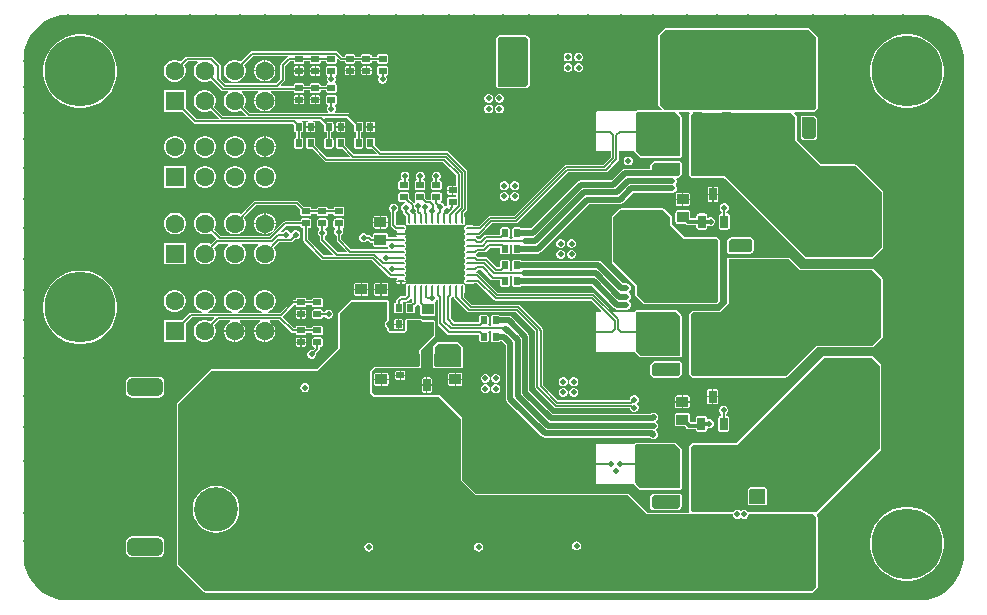
<source format=gbr>
G04*
G04 #@! TF.GenerationSoftware,Altium Limited,Altium Designer,24.10.1 (45)*
G04*
G04 Layer_Physical_Order=1*
G04 Layer_Color=255*
%FSLAX25Y25*%
%MOIN*%
G70*
G04*
G04 #@! TF.SameCoordinates,CBAACD6F-12D9-4D4A-9EA7-E70620961981*
G04*
G04*
G04 #@! TF.FilePolarity,Positive*
G04*
G01*
G75*
%ADD10C,0.00787*%
%ADD11C,0.00500*%
G04:AMPARAMS|DCode=14|XSize=70.87mil|YSize=133.86mil|CornerRadius=5.32mil|HoleSize=0mil|Usage=FLASHONLY|Rotation=0.000|XOffset=0mil|YOffset=0mil|HoleType=Round|Shape=RoundedRectangle|*
%AMROUNDEDRECTD14*
21,1,0.07087,0.12323,0,0,0.0*
21,1,0.06024,0.13386,0,0,0.0*
1,1,0.01063,0.03012,-0.06161*
1,1,0.01063,-0.03012,-0.06161*
1,1,0.01063,-0.03012,0.06161*
1,1,0.01063,0.03012,0.06161*
%
%ADD14ROUNDEDRECTD14*%
G04:AMPARAMS|DCode=15|XSize=21.65mil|YSize=25.59mil|CornerRadius=1.62mil|HoleSize=0mil|Usage=FLASHONLY|Rotation=0.000|XOffset=0mil|YOffset=0mil|HoleType=Round|Shape=RoundedRectangle|*
%AMROUNDEDRECTD15*
21,1,0.02165,0.02234,0,0,0.0*
21,1,0.01841,0.02559,0,0,0.0*
1,1,0.00325,0.00920,-0.01117*
1,1,0.00325,-0.00920,-0.01117*
1,1,0.00325,-0.00920,0.01117*
1,1,0.00325,0.00920,0.01117*
%
%ADD15ROUNDEDRECTD15*%
G04:AMPARAMS|DCode=16|XSize=35.43mil|YSize=39.37mil|CornerRadius=2.66mil|HoleSize=0mil|Usage=FLASHONLY|Rotation=90.000|XOffset=0mil|YOffset=0mil|HoleType=Round|Shape=RoundedRectangle|*
%AMROUNDEDRECTD16*
21,1,0.03543,0.03406,0,0,90.0*
21,1,0.03012,0.03937,0,0,90.0*
1,1,0.00532,0.01703,0.01506*
1,1,0.00532,0.01703,-0.01506*
1,1,0.00532,-0.01703,-0.01506*
1,1,0.00532,-0.01703,0.01506*
%
%ADD16ROUNDEDRECTD16*%
G04:AMPARAMS|DCode=17|XSize=21.65mil|YSize=25.59mil|CornerRadius=1.62mil|HoleSize=0mil|Usage=FLASHONLY|Rotation=90.000|XOffset=0mil|YOffset=0mil|HoleType=Round|Shape=RoundedRectangle|*
%AMROUNDEDRECTD17*
21,1,0.02165,0.02234,0,0,90.0*
21,1,0.01841,0.02559,0,0,90.0*
1,1,0.00325,0.01117,0.00920*
1,1,0.00325,0.01117,-0.00920*
1,1,0.00325,-0.01117,-0.00920*
1,1,0.00325,-0.01117,0.00920*
%
%ADD17ROUNDEDRECTD17*%
G04:AMPARAMS|DCode=18|XSize=25.59mil|YSize=43.31mil|CornerRadius=1.92mil|HoleSize=0mil|Usage=FLASHONLY|Rotation=0.000|XOffset=0mil|YOffset=0mil|HoleType=Round|Shape=RoundedRectangle|*
%AMROUNDEDRECTD18*
21,1,0.02559,0.03947,0,0,0.0*
21,1,0.02175,0.04331,0,0,0.0*
1,1,0.00384,0.01088,-0.01973*
1,1,0.00384,-0.01088,-0.01973*
1,1,0.00384,-0.01088,0.01973*
1,1,0.00384,0.01088,0.01973*
%
%ADD18ROUNDEDRECTD18*%
G04:AMPARAMS|DCode=19|XSize=35.43mil|YSize=39.37mil|CornerRadius=2.66mil|HoleSize=0mil|Usage=FLASHONLY|Rotation=0.000|XOffset=0mil|YOffset=0mil|HoleType=Round|Shape=RoundedRectangle|*
%AMROUNDEDRECTD19*
21,1,0.03543,0.03406,0,0,0.0*
21,1,0.03012,0.03937,0,0,0.0*
1,1,0.00532,0.01506,-0.01703*
1,1,0.00532,-0.01506,-0.01703*
1,1,0.00532,-0.01506,0.01703*
1,1,0.00532,0.01506,0.01703*
%
%ADD19ROUNDEDRECTD19*%
%ADD20R,0.00500X0.00500*%
%ADD21R,0.01000X0.00500*%
G04:AMPARAMS|DCode=22|XSize=25.59mil|YSize=49.21mil|CornerRadius=0.64mil|HoleSize=0mil|Usage=FLASHONLY|Rotation=270.000|XOffset=0mil|YOffset=0mil|HoleType=Round|Shape=RoundedRectangle|*
%AMROUNDEDRECTD22*
21,1,0.02559,0.04793,0,0,270.0*
21,1,0.02431,0.04921,0,0,270.0*
1,1,0.00128,-0.02397,-0.01216*
1,1,0.00128,-0.02397,0.01216*
1,1,0.00128,0.02397,0.01216*
1,1,0.00128,0.02397,-0.01216*
%
%ADD22ROUNDEDRECTD22*%
G04:AMPARAMS|DCode=23|XSize=25.59mil|YSize=49.21mil|CornerRadius=0.64mil|HoleSize=0mil|Usage=FLASHONLY|Rotation=180.000|XOffset=0mil|YOffset=0mil|HoleType=Round|Shape=RoundedRectangle|*
%AMROUNDEDRECTD23*
21,1,0.02559,0.04793,0,0,180.0*
21,1,0.02431,0.04921,0,0,180.0*
1,1,0.00128,-0.01216,0.02397*
1,1,0.00128,0.01216,0.02397*
1,1,0.00128,0.01216,-0.02397*
1,1,0.00128,-0.01216,-0.02397*
%
%ADD23ROUNDEDRECTD23*%
G04:AMPARAMS|DCode=24|XSize=23.62mil|YSize=43.31mil|CornerRadius=1.77mil|HoleSize=0mil|Usage=FLASHONLY|Rotation=180.000|XOffset=0mil|YOffset=0mil|HoleType=Round|Shape=RoundedRectangle|*
%AMROUNDEDRECTD24*
21,1,0.02362,0.03976,0,0,180.0*
21,1,0.02008,0.04331,0,0,180.0*
1,1,0.00354,-0.01004,0.01988*
1,1,0.00354,0.01004,0.01988*
1,1,0.00354,0.01004,-0.01988*
1,1,0.00354,-0.01004,-0.01988*
%
%ADD24ROUNDEDRECTD24*%
G04:AMPARAMS|DCode=25|XSize=165.35mil|YSize=74.8mil|CornerRadius=5.61mil|HoleSize=0mil|Usage=FLASHONLY|Rotation=90.000|XOffset=0mil|YOffset=0mil|HoleType=Round|Shape=RoundedRectangle|*
%AMROUNDEDRECTD25*
21,1,0.16535,0.06358,0,0,90.0*
21,1,0.15413,0.07480,0,0,90.0*
1,1,0.01122,0.03179,0.07707*
1,1,0.01122,0.03179,-0.07707*
1,1,0.01122,-0.03179,-0.07707*
1,1,0.01122,-0.03179,0.07707*
%
%ADD25ROUNDEDRECTD25*%
G04:AMPARAMS|DCode=26|XSize=165.35mil|YSize=74.8mil|CornerRadius=5.61mil|HoleSize=0mil|Usage=FLASHONLY|Rotation=180.000|XOffset=0mil|YOffset=0mil|HoleType=Round|Shape=RoundedRectangle|*
%AMROUNDEDRECTD26*
21,1,0.16535,0.06358,0,0,180.0*
21,1,0.15413,0.07480,0,0,180.0*
1,1,0.01122,-0.07707,0.03179*
1,1,0.01122,0.07707,0.03179*
1,1,0.01122,0.07707,-0.03179*
1,1,0.01122,-0.07707,-0.03179*
%
%ADD26ROUNDEDRECTD26*%
G04:AMPARAMS|DCode=27|XSize=163.39mil|YSize=163.39mil|CornerRadius=1.63mil|HoleSize=0mil|Usage=FLASHONLY|Rotation=90.000|XOffset=0mil|YOffset=0mil|HoleType=Round|Shape=RoundedRectangle|*
%AMROUNDEDRECTD27*
21,1,0.16339,0.16012,0,0,90.0*
21,1,0.16012,0.16339,0,0,90.0*
1,1,0.00327,0.08006,0.08006*
1,1,0.00327,0.08006,-0.08006*
1,1,0.00327,-0.08006,-0.08006*
1,1,0.00327,-0.08006,0.08006*
%
%ADD27ROUNDEDRECTD27*%
G04:AMPARAMS|DCode=28|XSize=8.66mil|YSize=23.62mil|CornerRadius=1.95mil|HoleSize=0mil|Usage=FLASHONLY|Rotation=90.000|XOffset=0mil|YOffset=0mil|HoleType=Round|Shape=RoundedRectangle|*
%AMROUNDEDRECTD28*
21,1,0.00866,0.01972,0,0,90.0*
21,1,0.00476,0.02362,0,0,90.0*
1,1,0.00390,0.00986,0.00238*
1,1,0.00390,0.00986,-0.00238*
1,1,0.00390,-0.00986,-0.00238*
1,1,0.00390,-0.00986,0.00238*
%
%ADD28ROUNDEDRECTD28*%
G04:AMPARAMS|DCode=29|XSize=8.66mil|YSize=23.62mil|CornerRadius=1.95mil|HoleSize=0mil|Usage=FLASHONLY|Rotation=180.000|XOffset=0mil|YOffset=0mil|HoleType=Round|Shape=RoundedRectangle|*
%AMROUNDEDRECTD29*
21,1,0.00866,0.01972,0,0,180.0*
21,1,0.00476,0.02362,0,0,180.0*
1,1,0.00390,-0.00238,0.00986*
1,1,0.00390,0.00238,0.00986*
1,1,0.00390,0.00238,-0.00986*
1,1,0.00390,-0.00238,-0.00986*
%
%ADD29ROUNDEDRECTD29*%
%AMCUSTOMSHAPE51*
4,1,32,-0.08012,0.10630,-0.08012,0.09055,-0.08760,0.09055,-0.08760,-0.09055,-0.08012,-0.09055,-0.08012,-0.10630,-0.04862,-0.10630,-0.04862,-0.09055,0.01634,-0.09055,0.01634,-0.10630,0.04784,-0.10630,0.04784,-0.09055,0.08760,-0.09055,0.08760,-0.06201,0.06594,-0.06201,0.06594,-0.03740,0.08760,-0.03740,0.08760,-0.01221,0.06594,-0.01221,0.06594,0.01221,0.08760,0.01221,0.08760,0.03740,0.06594,0.03740,0.06594,0.06201,0.08760,0.06201,0.08760,0.09055,0.04784,0.09055,0.04784,0.10630,0.01634,0.10630,0.01634,0.09055,-0.04862,0.09055,-0.04862,0.10630,-0.08012,0.10630,0.0*%
%ADD51CUSTOMSHAPE51*%

%AMCUSTOMSHAPE52*
4,1,32,0.10630,0.08012,0.09055,0.08012,0.09055,0.08760,-0.09055,0.08760,-0.09055,0.08012,-0.10630,0.08012,-0.10630,0.04862,-0.09055,0.04862,-0.09055,-0.01634,-0.10630,-0.01634,-0.10630,-0.04784,-0.09055,-0.04784,-0.09055,-0.08760,-0.06201,-0.08760,-0.06201,-0.06594,-0.03740,-0.06594,-0.03740,-0.08760,-0.01221,-0.08760,-0.01221,-0.06594,0.01221,-0.06594,0.01221,-0.08760,0.03740,-0.08760,0.03740,-0.06594,0.06201,-0.06594,0.06201,-0.08760,0.09055,-0.08760,0.09055,-0.04784,0.10630,-0.04784,0.10630,-0.01634,0.09055,-0.01634,0.09055,0.04862,0.10630,0.04862,0.10630,0.08012,0.0*%
%ADD52CUSTOMSHAPE52*%

%AMCUSTOMSHAPE53*
4,1,32,0.08012,-0.10630,0.08012,-0.09055,0.08760,-0.09055,0.08760,0.09055,0.08012,0.09055,0.08012,0.10630,0.04862,0.10630,0.04862,0.09055,-0.01634,0.09055,-0.01634,0.10630,-0.04784,0.10630,-0.04784,0.09055,-0.08760,0.09055,-0.08760,0.06201,-0.06594,0.06201,-0.06594,0.03740,-0.08760,0.03740,-0.08760,0.01221,-0.06594,0.01221,-0.06594,-0.01221,-0.08760,-0.01221,-0.08760,-0.03740,-0.06594,-0.03740,-0.06594,-0.06201,-0.08760,-0.06201,-0.08760,-0.09055,-0.04784,-0.09055,-0.04784,-0.10630,-0.01634,-0.10630,-0.01634,-0.09055,0.04862,-0.09055,0.04862,-0.10630,0.08012,-0.10630,0.0*%
%ADD53CUSTOMSHAPE53*%

%AMCUSTOMSHAPE54*
4,1,32,-0.10630,-0.08012,-0.09055,-0.08012,-0.09055,-0.08760,0.09055,-0.08760,0.09055,-0.08012,0.10630,-0.08012,0.10630,-0.04862,0.09055,-0.04862,0.09055,0.01634,0.10630,0.01634,0.10630,0.04784,0.09055,0.04784,0.09055,0.08760,0.06201,0.08760,0.06201,0.06594,0.03740,0.06594,0.03740,0.08760,0.01221,0.08760,0.01221,0.06594,-0.01221,0.06594,-0.01221,0.08760,-0.03740,0.08760,-0.03740,0.06594,-0.06201,0.06594,-0.06201,0.08760,-0.09055,0.08760,-0.09055,0.04784,-0.10630,0.04784,-0.10630,0.01634,-0.09055,0.01634,-0.09055,-0.04862,-0.10630,-0.04862,-0.10630,-0.08012,0.0*%
%ADD54CUSTOMSHAPE54*%

%ADD55C,0.01181*%
%ADD56C,0.01968*%
%ADD57C,0.23622*%
%ADD58C,0.06299*%
%ADD59R,0.06299X0.06299*%
%ADD60R,0.10236X0.10236*%
%ADD61C,0.10236*%
%ADD62C,0.14567*%
G04:AMPARAMS|DCode=63|XSize=59.06mil|YSize=118.11mil|CornerRadius=14.76mil|HoleSize=0mil|Usage=FLASHONLY|Rotation=90.000|XOffset=0mil|YOffset=0mil|HoleType=Round|Shape=RoundedRectangle|*
%AMROUNDEDRECTD63*
21,1,0.05906,0.08858,0,0,90.0*
21,1,0.02953,0.11811,0,0,90.0*
1,1,0.02953,0.04429,0.01476*
1,1,0.02953,0.04429,-0.01476*
1,1,0.02953,-0.04429,-0.01476*
1,1,0.02953,-0.04429,0.01476*
%
%ADD63ROUNDEDRECTD63*%
%ADD64C,0.01968*%
G36*
X299213Y196048D02*
X300192D01*
X302134Y195792D01*
X304027Y195285D01*
X305837Y194535D01*
X307534Y193555D01*
X309088Y192363D01*
X310473Y190978D01*
X311666Y189423D01*
X312645Y187727D01*
X313395Y185917D01*
X313902Y184024D01*
X314158Y182082D01*
X314158Y181102D01*
X314158Y15748D01*
Y14769D01*
X313902Y12826D01*
X313395Y10934D01*
X312645Y9124D01*
X311666Y7427D01*
X310473Y5873D01*
X309088Y4487D01*
X307534Y3295D01*
X305837Y2315D01*
X304027Y1566D01*
X302134Y1058D01*
X300192Y803D01*
X14769D01*
X12826Y1058D01*
X10934Y1566D01*
X9124Y2315D01*
X7427Y3295D01*
X5873Y4487D01*
X4487Y5873D01*
X3295Y7427D01*
X2315Y9124D01*
X1566Y10934D01*
X1058Y12826D01*
X803Y14769D01*
Y15748D01*
X803Y181102D01*
Y182082D01*
X1058Y184024D01*
X1566Y185917D01*
X2315Y187727D01*
X3295Y189423D01*
X4487Y190978D01*
X5873Y192363D01*
X7427Y193555D01*
X9124Y194535D01*
X10934Y195285D01*
X12826Y195792D01*
X14769Y196048D01*
X15748Y196048D01*
X299213Y196048D01*
D02*
G37*
%LPC*%
G36*
X262500Y191486D02*
X262500Y191486D01*
X227854Y191486D01*
X214567D01*
X214184Y191328D01*
X214184Y191328D01*
X212511Y189654D01*
X212352Y189272D01*
X212352Y189272D01*
X212352Y165945D01*
X212352Y165945D01*
X212511Y165562D01*
X212511Y165562D01*
X213580Y164493D01*
X213427Y164124D01*
X205217D01*
X204834Y163965D01*
X204504Y163772D01*
X204368Y163829D01*
X192028D01*
X191645Y163670D01*
X191486Y163287D01*
Y157540D01*
X191485D01*
Y156890D01*
Y156240D01*
X191486D01*
Y150965D01*
X191645Y150582D01*
X192028Y150423D01*
X196660D01*
Y148529D01*
X194073Y145942D01*
X181496D01*
X181203Y145884D01*
X180955Y145718D01*
X164250Y129013D01*
X156361D01*
X156069Y128955D01*
X155821Y128789D01*
X152698Y125666D01*
X150908D01*
X150719Y125792D01*
X150448Y125846D01*
X148476D01*
X148205Y125792D01*
X147975Y125639D01*
X147821Y125409D01*
X147767Y125138D01*
Y124661D01*
X147821Y124390D01*
X147975Y124160D01*
X147981Y124156D01*
Y123675D01*
X147975Y123670D01*
X147821Y123440D01*
X147767Y123169D01*
Y122693D01*
X147821Y122422D01*
X147975Y122192D01*
X147981Y122187D01*
Y121706D01*
X147975Y121702D01*
X147821Y121472D01*
X147767Y121201D01*
Y120724D01*
X147821Y120453D01*
X147975Y120223D01*
X147981Y120219D01*
Y119738D01*
X147975Y119733D01*
X147821Y119503D01*
X147767Y119232D01*
Y118756D01*
X147821Y118485D01*
X147975Y118255D01*
X147981Y118250D01*
Y117769D01*
X147975Y117765D01*
X147821Y117535D01*
X147767Y117264D01*
Y116787D01*
X147821Y116516D01*
X147975Y116286D01*
X147981Y116282D01*
Y115801D01*
X147975Y115796D01*
X147821Y115566D01*
X147767Y115295D01*
Y114819D01*
X147821Y114548D01*
X147975Y114318D01*
X147981Y114313D01*
Y113832D01*
X147975Y113828D01*
X147821Y113598D01*
X147767Y113327D01*
Y112850D01*
X147821Y112579D01*
X147975Y112349D01*
X147981Y112345D01*
Y111864D01*
X147975Y111859D01*
X147821Y111629D01*
X147767Y111358D01*
Y110882D01*
X147821Y110611D01*
X147975Y110381D01*
X147981Y110376D01*
Y109895D01*
X147975Y109891D01*
X147821Y109661D01*
X147767Y109390D01*
Y108913D01*
X147821Y108642D01*
X147975Y108412D01*
X147981Y108408D01*
Y107927D01*
X147975Y107922D01*
X147821Y107692D01*
X147767Y107421D01*
Y106945D01*
X147821Y106674D01*
X147975Y106444D01*
X148205Y106290D01*
X148476Y106236D01*
X150448D01*
X150719Y106290D01*
X150911Y106418D01*
X152110D01*
X157592Y100936D01*
X157840Y100770D01*
X158133Y100712D01*
X190038D01*
X193323Y97426D01*
X193170Y97057D01*
X192035D01*
X191653Y96898D01*
X191494Y96516D01*
Y91004D01*
X191485D01*
Y90354D01*
Y89704D01*
X191494D01*
Y84193D01*
X191653Y83810D01*
X192035Y83652D01*
X204376D01*
X204452Y83683D01*
X204539Y83476D01*
X204539Y83476D01*
X206015Y81999D01*
X206398Y81841D01*
X206398Y81841D01*
X219685D01*
X220068Y81999D01*
X220226Y82382D01*
Y82472D01*
X220232Y82485D01*
Y84916D01*
X220226Y84929D01*
Y87472D01*
X220232Y87485D01*
Y89916D01*
X220226Y89929D01*
Y92472D01*
X220232Y92485D01*
Y94916D01*
X220226Y94929D01*
Y95472D01*
X220226Y95472D01*
X220068Y95855D01*
X220068Y95855D01*
X218493Y97430D01*
X218493Y97430D01*
X218110Y97588D01*
X218110Y97588D01*
X205217Y97588D01*
X204834Y97430D01*
X204834Y97430D01*
X204539Y97135D01*
X204487Y97011D01*
X204376Y97057D01*
X197269D01*
X191309Y103017D01*
X191061Y103183D01*
X190769Y103241D01*
X158864D01*
X152434Y109671D01*
X152186Y109837D01*
X151893Y109895D01*
X151745Y110266D01*
X151750Y110295D01*
X152020Y110476D01*
X152436Y110892D01*
X153420D01*
X156590Y107722D01*
X156886Y107524D01*
X157234Y107455D01*
X159723D01*
Y105970D01*
X159775Y105711D01*
X159921Y105492D01*
X160140Y105345D01*
X160399Y105294D01*
X162239D01*
X162498Y105345D01*
X162717Y105492D01*
X162863Y105711D01*
X162915Y105970D01*
Y108204D01*
X162869Y108433D01*
X162872Y108476D01*
X163096Y108833D01*
X163478D01*
X163703Y108476D01*
X163706Y108433D01*
X163660Y108204D01*
Y105970D01*
X163712Y105711D01*
X163858Y105492D01*
X164077Y105345D01*
X164336Y105294D01*
X166176D01*
X166435Y105345D01*
X166654Y105492D01*
X166708Y105573D01*
X190220D01*
X197650Y98142D01*
X197650Y98142D01*
X198141Y97815D01*
X198721Y97699D01*
X198721Y97699D01*
X201772D01*
X201918Y97728D01*
X202067D01*
X202205Y97785D01*
X202351Y97815D01*
X202475Y97897D01*
X202612Y97954D01*
X202718Y98060D01*
X202842Y98142D01*
X202925Y98267D01*
X203030Y98372D01*
X203087Y98510D01*
X203170Y98633D01*
X203199Y98780D01*
X203256Y98917D01*
Y99066D01*
X203285Y99213D01*
X203256Y99359D01*
Y99508D01*
X203199Y99646D01*
X203170Y99792D01*
X203087Y99916D01*
X203030Y100053D01*
X202925Y100159D01*
X202842Y100283D01*
X202718Y100365D01*
X202680Y100404D01*
X202641Y100640D01*
X202680Y100876D01*
X202718Y100914D01*
X202842Y100997D01*
X202925Y101121D01*
X203030Y101226D01*
X203087Y101364D01*
X203170Y101488D01*
X203199Y101634D01*
X203256Y101772D01*
Y101921D01*
X203285Y102067D01*
X203256Y102213D01*
Y102362D01*
X203199Y102500D01*
X203170Y102646D01*
X203087Y102770D01*
X203030Y102908D01*
X202925Y103013D01*
X202842Y103137D01*
X202718Y103220D01*
X202680Y103258D01*
X202641Y103494D01*
X202680Y103730D01*
X202718Y103768D01*
X202842Y103851D01*
X202925Y103975D01*
X203030Y104080D01*
X203087Y104218D01*
X203170Y104342D01*
X203199Y104488D01*
X203256Y104626D01*
Y104775D01*
X203285Y104921D01*
X203256Y105068D01*
Y105217D01*
X203199Y105354D01*
X203170Y105500D01*
X203087Y105624D01*
X203030Y105762D01*
X202925Y105867D01*
X202842Y105991D01*
X202718Y106074D01*
X202612Y106179D01*
X202475Y106237D01*
X202351Y106319D01*
X202205Y106349D01*
X202067Y106405D01*
X201918D01*
X201772Y106435D01*
X200621D01*
X193485Y113570D01*
X192994Y113898D01*
X192415Y114013D01*
X192415Y114013D01*
X166708D01*
X166654Y114095D01*
X166435Y114241D01*
X166176Y114293D01*
X164336D01*
X164077Y114241D01*
X163858Y114095D01*
X163712Y113876D01*
X163660Y113617D01*
Y111383D01*
X163712Y111124D01*
X163758Y111055D01*
X163567Y110655D01*
X163008D01*
X162817Y111055D01*
X162863Y111124D01*
X162915Y111383D01*
Y113617D01*
X162863Y113876D01*
X162717Y114095D01*
X162498Y114241D01*
X162239Y114293D01*
X160399D01*
X160140Y114241D01*
X159921Y114095D01*
X159775Y113876D01*
X159723Y113617D01*
Y111996D01*
X159670Y111943D01*
X158637D01*
X155558Y115022D01*
X155262Y115220D01*
X154913Y115289D01*
X152436D01*
X152022Y115703D01*
X151776Y115868D01*
X151722Y116107D01*
X151718Y116311D01*
X151823Y116381D01*
X152238Y116795D01*
X154419D01*
X154768Y116865D01*
X155063Y117062D01*
X155068Y117069D01*
X156273Y118274D01*
X159723D01*
Y116796D01*
X159775Y116538D01*
X159921Y116319D01*
X160140Y116172D01*
X160399Y116121D01*
X162239D01*
X162498Y116172D01*
X162717Y116319D01*
X162863Y116538D01*
X162915Y116796D01*
Y119030D01*
X162900Y119103D01*
X163133Y119460D01*
X163287Y119487D01*
X163442Y119460D01*
X163675Y119103D01*
X163660Y119030D01*
Y116796D01*
X163712Y116538D01*
X163858Y116319D01*
X164077Y116172D01*
X164336Y116121D01*
X166176D01*
X166435Y116172D01*
X166654Y116319D01*
X166708Y116400D01*
X172139D01*
X172140Y116400D01*
X172719Y116515D01*
X173210Y116843D01*
X189188Y132821D01*
X199486D01*
X199486Y132821D01*
X200065Y132937D01*
X200556Y133265D01*
X203861Y136569D01*
X217063D01*
X217209Y136598D01*
X217358D01*
X217496Y136655D01*
X217642Y136685D01*
X217766Y136767D01*
X217903Y136824D01*
X218009Y136930D01*
X218133Y137013D01*
X218216Y137136D01*
X218321Y137242D01*
X218378Y137380D01*
X218461Y137504D01*
X218490Y137650D01*
X218547Y137787D01*
Y137936D01*
X218576Y138083D01*
X218547Y138229D01*
Y138378D01*
X218490Y138516D01*
X218461Y138662D01*
X218378Y138786D01*
X218321Y138923D01*
X218216Y139029D01*
X218192Y139065D01*
X218143Y139283D01*
X218165Y139581D01*
X218180Y139605D01*
X218286Y139710D01*
X218343Y139848D01*
X218426Y139972D01*
X218455Y140118D01*
X218512Y140256D01*
Y140405D01*
X218541Y140551D01*
X218512Y140697D01*
Y140846D01*
X218455Y140984D01*
X218426Y141130D01*
X218389Y141185D01*
X218452Y141386D01*
X218616Y141585D01*
X218996D01*
X219379Y141743D01*
X219379Y141743D01*
X220068Y142432D01*
X220068Y142432D01*
X220133Y142591D01*
X220226Y142815D01*
X220226Y142815D01*
Y144028D01*
X220232Y144040D01*
Y146472D01*
X220226Y146484D01*
Y146555D01*
X220068Y146938D01*
X219685Y147096D01*
X210925D01*
X210542Y146938D01*
X210542Y146938D01*
X209854Y146249D01*
X209695Y145866D01*
X209695Y145866D01*
Y144624D01*
X201280D01*
X201279Y144624D01*
X200700Y144508D01*
X200209Y144180D01*
X200209Y144180D01*
X196814Y140785D01*
X186516D01*
X186516Y140785D01*
X185937Y140670D01*
X185446Y140342D01*
X185446Y140342D01*
X169944Y124840D01*
X166708D01*
X166654Y124922D01*
X166435Y125068D01*
X166176Y125119D01*
X164336D01*
X164077Y125068D01*
X163858Y124922D01*
X163712Y124702D01*
X163660Y124444D01*
Y122210D01*
X163712Y121951D01*
X163824Y121784D01*
X163765Y121568D01*
X163660Y121384D01*
X162915D01*
X162810Y121568D01*
X162751Y121784D01*
X162863Y121951D01*
X162915Y122210D01*
Y124444D01*
X162863Y124702D01*
X162717Y124922D01*
X162498Y125068D01*
X162239Y125119D01*
X160399D01*
X160140Y125068D01*
X159921Y124922D01*
X159775Y124702D01*
X159723Y124444D01*
Y122823D01*
X159571Y122671D01*
X154829D01*
X154480Y122602D01*
X154185Y122404D01*
X152973Y121193D01*
X152340D01*
X151926Y121607D01*
X151684Y121768D01*
X151690Y121984D01*
X151751Y122168D01*
X152461D01*
X152753Y122227D01*
X153001Y122392D01*
X157092Y126483D01*
X164981D01*
X165274Y126542D01*
X165522Y126707D01*
X182227Y143412D01*
X194804D01*
X195097Y143471D01*
X195345Y143636D01*
X198966Y147258D01*
X199132Y147506D01*
X199190Y147798D01*
Y150423D01*
X204368D01*
X204403Y150438D01*
X204539Y150109D01*
X206113Y148535D01*
X206113Y148535D01*
X206496Y148376D01*
X206496Y148376D01*
X219685Y148376D01*
X220068Y148535D01*
X220226Y148917D01*
Y149028D01*
X220232Y149040D01*
Y151471D01*
X220226Y151484D01*
Y154028D01*
X220232Y154040D01*
Y156472D01*
X220226Y156484D01*
Y159028D01*
X220232Y159040D01*
Y161471D01*
X220226Y161484D01*
Y162008D01*
X220226Y162008D01*
X220068Y162391D01*
X220068Y162391D01*
X219294Y163164D01*
X219447Y163534D01*
X222777D01*
X222930Y163164D01*
X222846Y163080D01*
X222687Y162697D01*
X222687Y162697D01*
X222687Y142618D01*
X222846Y142235D01*
X223338Y141743D01*
X223338Y141743D01*
X223721Y141585D01*
X223721Y141585D01*
X234421Y141585D01*
X261133Y114873D01*
X261516Y114715D01*
X261516Y114715D01*
X283563D01*
X283946Y114873D01*
X283946Y114873D01*
X287194Y118121D01*
X287352Y118504D01*
X287352Y118504D01*
Y136909D01*
X287352Y136909D01*
X287194Y137292D01*
X287194Y137292D01*
X278434Y146052D01*
X278051Y146211D01*
X278051Y146211D01*
X266760Y146211D01*
X258612Y154358D01*
Y162008D01*
X258612Y162008D01*
X258454Y162391D01*
X258453Y162391D01*
X257680Y163164D01*
X257833Y163534D01*
X264173D01*
X264173Y163534D01*
X264556Y163692D01*
X264556Y163692D01*
X265343Y164479D01*
X265502Y164862D01*
X265502Y164862D01*
X265502Y188484D01*
X265502Y188484D01*
X265343Y188867D01*
X265343Y188867D01*
X262883Y191328D01*
X262771Y191374D01*
X262500Y191486D01*
D02*
G37*
G36*
X186122Y183374D02*
X185531D01*
X184986Y183148D01*
X184569Y182730D01*
X184343Y182185D01*
Y181595D01*
X184569Y181049D01*
X184986Y180631D01*
X185531Y180405D01*
X186122D01*
X186668Y180631D01*
X187085Y181049D01*
X187311Y181595D01*
Y182185D01*
X187085Y182730D01*
X186668Y183148D01*
X186122Y183374D01*
D02*
G37*
G36*
X182579D02*
X181988D01*
X181443Y183148D01*
X181025Y182730D01*
X180799Y182185D01*
Y181595D01*
X181025Y181049D01*
X181443Y180631D01*
X181988Y180405D01*
X182579D01*
X183124Y180631D01*
X183542Y181049D01*
X183768Y181595D01*
Y182185D01*
X183542Y182730D01*
X183124Y183148D01*
X182579Y183374D01*
D02*
G37*
G36*
X116176Y178891D02*
X115259D01*
Y177562D01*
X116785D01*
Y178282D01*
X116607Y178713D01*
X116176Y178891D01*
D02*
G37*
G36*
X110763D02*
X109846D01*
Y177562D01*
X111372D01*
Y178282D01*
X111193Y178713D01*
X110763Y178891D01*
D02*
G37*
G36*
X114859D02*
X113942D01*
X113512Y178713D01*
X113333Y178282D01*
Y177562D01*
X114859D01*
Y178891D01*
D02*
G37*
G36*
X109446D02*
X108528D01*
X108098Y178713D01*
X107920Y178282D01*
Y177562D01*
X109446D01*
Y178891D01*
D02*
G37*
G36*
X81648Y180872D02*
X81381D01*
Y177523D01*
X84731D01*
Y177790D01*
X84489Y178693D01*
X84022Y179502D01*
X83361Y180163D01*
X82551Y180631D01*
X81648Y180872D01*
D02*
G37*
G36*
X80981D02*
X80714D01*
X79811Y180631D01*
X79002Y180163D01*
X78341Y179502D01*
X77873Y178693D01*
X77631Y177790D01*
Y177523D01*
X80981D01*
Y180872D01*
D02*
G37*
G36*
X99149Y178793D02*
X98232D01*
Y177464D01*
X99757D01*
Y178184D01*
X99579Y178614D01*
X99149Y178793D01*
D02*
G37*
G36*
X93735D02*
X92818D01*
Y177464D01*
X94344D01*
Y178184D01*
X94166Y178614D01*
X93735Y178793D01*
D02*
G37*
G36*
X97831D02*
X96914D01*
X96484Y178614D01*
X96306Y178184D01*
Y177464D01*
X97831D01*
Y178793D01*
D02*
G37*
G36*
X92418D02*
X91501D01*
X91070Y178614D01*
X90892Y178184D01*
Y177464D01*
X92418D01*
Y178793D01*
D02*
G37*
G36*
X186122Y179831D02*
X185531D01*
X184986Y179605D01*
X184569Y179187D01*
X184343Y178642D01*
Y178051D01*
X184569Y177506D01*
X184986Y177088D01*
X185531Y176862D01*
X186122D01*
X186668Y177088D01*
X187085Y177506D01*
X187311Y178051D01*
Y178642D01*
X187085Y179187D01*
X186668Y179605D01*
X186122Y179831D01*
D02*
G37*
G36*
X182579D02*
X181988D01*
X181443Y179605D01*
X181025Y179187D01*
X180799Y178642D01*
Y178051D01*
X181025Y177506D01*
X181443Y177088D01*
X181988Y176862D01*
X182579D01*
X183124Y177088D01*
X183542Y177506D01*
X183768Y178051D01*
Y178642D01*
X183542Y179187D01*
X183124Y179605D01*
X182579Y179831D01*
D02*
G37*
G36*
X116785Y177162D02*
X115259D01*
Y175833D01*
X116176D01*
X116607Y176012D01*
X116785Y176442D01*
Y177162D01*
D02*
G37*
G36*
X114859D02*
X113333D01*
Y176442D01*
X113512Y176012D01*
X113942Y175833D01*
X114859D01*
Y177162D01*
D02*
G37*
G36*
X111372D02*
X109846D01*
Y175833D01*
X110763D01*
X111193Y176012D01*
X111372Y176442D01*
Y177162D01*
D02*
G37*
G36*
X109446D02*
X107920D01*
Y176442D01*
X108098Y176012D01*
X108528Y175833D01*
X109446D01*
Y177162D01*
D02*
G37*
G36*
X99757Y177064D02*
X98232D01*
Y175735D01*
X99149D01*
X99579Y175913D01*
X99757Y176344D01*
Y177064D01*
D02*
G37*
G36*
X97831D02*
X96306D01*
Y176344D01*
X96484Y175913D01*
X96914Y175735D01*
X97831D01*
Y177064D01*
D02*
G37*
G36*
X94344D02*
X92818D01*
Y175735D01*
X93735D01*
X94166Y175913D01*
X94344Y176344D01*
Y177064D01*
D02*
G37*
G36*
X92418D02*
X90892D01*
Y176344D01*
X91070Y175913D01*
X91501Y175735D01*
X92418D01*
Y177064D01*
D02*
G37*
G36*
X84731Y177123D02*
X81381D01*
Y173773D01*
X81648D01*
X82551Y174015D01*
X83361Y174482D01*
X84022Y175143D01*
X84489Y175953D01*
X84731Y176856D01*
Y177123D01*
D02*
G37*
G36*
X80981D02*
X77631D01*
Y176856D01*
X77873Y175953D01*
X78341Y175143D01*
X79002Y174482D01*
X79811Y174015D01*
X80714Y173773D01*
X80981D01*
Y177123D01*
D02*
G37*
G36*
X104940Y183798D02*
X76892D01*
X76599Y183740D01*
X76351Y183574D01*
X73167Y180390D01*
X72590Y180724D01*
X71662Y180972D01*
X70701D01*
X69772Y180724D01*
X68940Y180243D01*
X68261Y179564D01*
X67780Y178732D01*
X67532Y177803D01*
Y176842D01*
X67780Y175914D01*
X68261Y175082D01*
X68940Y174402D01*
X69772Y173922D01*
X70701Y173673D01*
X71662D01*
X72590Y173922D01*
X73422Y174402D01*
X74102Y175082D01*
X74582Y175914D01*
X74831Y176842D01*
Y177803D01*
X74582Y178732D01*
X74249Y179309D01*
X77209Y182269D01*
X88756D01*
X88811Y182109D01*
X88823Y181869D01*
X88633Y181741D01*
X86664Y179773D01*
X86498Y179525D01*
X86440Y179232D01*
Y174628D01*
X84935Y173123D01*
X68116D01*
X66513Y174726D01*
Y178937D01*
X66513Y178937D01*
X66454Y179230D01*
X66289Y179478D01*
X66289Y179478D01*
X63927Y181840D01*
X63678Y182006D01*
X63386Y182064D01*
X55216D01*
X54924Y182006D01*
X54676Y181840D01*
X53205Y180369D01*
X52590Y180724D01*
X51662Y180972D01*
X50701D01*
X49772Y180724D01*
X48940Y180243D01*
X48261Y179564D01*
X47780Y178732D01*
X47532Y177803D01*
Y176842D01*
X47780Y175914D01*
X48261Y175082D01*
X48940Y174402D01*
X49772Y173922D01*
X50701Y173673D01*
X51662D01*
X52590Y173922D01*
X53422Y174402D01*
X54102Y175082D01*
X54582Y175914D01*
X54831Y176842D01*
Y177803D01*
X54582Y178732D01*
X54270Y179271D01*
X55533Y180535D01*
X58678D01*
X58832Y180134D01*
X58261Y179564D01*
X57780Y178732D01*
X57531Y177803D01*
Y176842D01*
X57780Y175914D01*
X58261Y175082D01*
X58940Y174402D01*
X59772Y173922D01*
X60701Y173673D01*
X61662D01*
X62590Y173922D01*
X63167Y174255D01*
X66605Y170818D01*
X66853Y170652D01*
X67146Y170594D01*
X68820D01*
X68891Y170194D01*
X68261Y169564D01*
X67780Y168731D01*
X67532Y167803D01*
Y166842D01*
X67780Y165914D01*
X68261Y165082D01*
X68940Y164402D01*
X69772Y163922D01*
X70701Y163673D01*
X71662D01*
X72590Y163922D01*
X73167Y164255D01*
X74855Y162567D01*
X74702Y162198D01*
X67388D01*
X64249Y165337D01*
X64582Y165914D01*
X64831Y166842D01*
Y167803D01*
X64582Y168731D01*
X64101Y169564D01*
X63422Y170243D01*
X62590Y170724D01*
X61662Y170972D01*
X60701D01*
X59772Y170724D01*
X58940Y170243D01*
X58261Y169564D01*
X57780Y168731D01*
X57531Y167803D01*
Y166842D01*
X57780Y165914D01*
X58261Y165082D01*
X58940Y164402D01*
X59772Y163922D01*
X60701Y163673D01*
X61662D01*
X62590Y163922D01*
X63167Y164255D01*
X65855Y161567D01*
X65702Y161198D01*
X58388D01*
X54831Y164755D01*
Y170972D01*
X47532D01*
Y163673D01*
X53749D01*
X57530Y159892D01*
X57530Y159892D01*
X57778Y159727D01*
X58071Y159668D01*
X90530D01*
X90924Y159274D01*
Y157446D01*
X90975Y157187D01*
X91122Y156968D01*
X91341Y156822D01*
X91599Y156771D01*
X91755D01*
Y154942D01*
X91599D01*
X91341Y154891D01*
X91122Y154744D01*
X90975Y154525D01*
X90924Y154267D01*
Y152032D01*
X90975Y151774D01*
X91122Y151555D01*
X91341Y151409D01*
X91599Y151357D01*
X93440D01*
X93698Y151409D01*
X93918Y151555D01*
X94064Y151774D01*
X94115Y152032D01*
Y154267D01*
X94064Y154525D01*
X93918Y154744D01*
X93698Y154891D01*
X93440Y154942D01*
X93284D01*
Y156771D01*
X93440D01*
X93698Y156822D01*
X93918Y156968D01*
X94064Y157187D01*
X94115Y157446D01*
Y159680D01*
X94064Y159939D01*
X93918Y160158D01*
X93752Y160268D01*
X93757Y160482D01*
X93818Y160668D01*
X95487D01*
X95536Y160289D01*
X95106Y160111D01*
X94928Y159680D01*
Y158763D01*
X96457D01*
X97986D01*
Y159680D01*
X97807Y160111D01*
X97377Y160289D01*
X97426Y160668D01*
X99569D01*
X100963Y159274D01*
Y157446D01*
X101015Y157187D01*
X101161Y156968D01*
X101380Y156822D01*
X101639Y156771D01*
X101794D01*
Y154942D01*
X101639D01*
X101380Y154891D01*
X101161Y154744D01*
X101015Y154525D01*
X100963Y154267D01*
Y152032D01*
X101015Y151774D01*
X101161Y151555D01*
X101380Y151409D01*
X101639Y151357D01*
X103479D01*
X103738Y151409D01*
X103957Y151555D01*
X104103Y151774D01*
X104155Y152032D01*
Y154267D01*
X104103Y154525D01*
X103957Y154744D01*
X103738Y154891D01*
X103479Y154942D01*
X103324D01*
Y156771D01*
X103479D01*
X103738Y156822D01*
X103957Y156968D01*
X104103Y157187D01*
X104155Y157446D01*
Y159680D01*
X104103Y159939D01*
X103957Y160158D01*
X103738Y160304D01*
X103479Y160355D01*
X102045D01*
X101102Y161299D01*
X101255Y161668D01*
X108510D01*
X110904Y159274D01*
Y157446D01*
X110956Y157187D01*
X111102Y156968D01*
X111321Y156822D01*
X111580Y156771D01*
X111735D01*
Y154942D01*
X111580D01*
X111321Y154891D01*
X111102Y154744D01*
X110956Y154525D01*
X110904Y154267D01*
Y152032D01*
X110956Y151774D01*
X111102Y151555D01*
X111321Y151409D01*
X111580Y151357D01*
X113420D01*
X113679Y151409D01*
X113898Y151555D01*
X114044Y151774D01*
X114096Y152032D01*
Y154267D01*
X114044Y154525D01*
X113898Y154744D01*
X113679Y154891D01*
X113420Y154942D01*
X113265D01*
Y156771D01*
X113420D01*
X113679Y156822D01*
X113898Y156968D01*
X114044Y157187D01*
X114096Y157446D01*
Y159680D01*
X114044Y159939D01*
X113898Y160158D01*
X113679Y160304D01*
X113420Y160355D01*
X111986D01*
X109368Y162974D01*
X109119Y163140D01*
X108827Y163198D01*
X104741D01*
X104575Y163598D01*
X104703Y163726D01*
X104929Y164272D01*
Y164862D01*
X104703Y165408D01*
X104488Y165622D01*
X104526Y165828D01*
X104639Y166038D01*
X104821Y166074D01*
X105040Y166220D01*
X105186Y166439D01*
X105237Y166698D01*
Y168538D01*
X105186Y168797D01*
X105040Y169016D01*
X104821Y169162D01*
X104562Y169214D01*
X102328D01*
X102069Y169162D01*
X101850Y169016D01*
X101704Y168797D01*
X101652Y168538D01*
Y166698D01*
X101704Y166439D01*
X101850Y166220D01*
X102069Y166074D01*
X102251Y166038D01*
X102364Y165828D01*
X102401Y165622D01*
X102187Y165408D01*
X101961Y164862D01*
Y164272D01*
X102187Y163726D01*
X102315Y163598D01*
X102149Y163198D01*
X76388D01*
X74249Y165337D01*
X74582Y165914D01*
X74831Y166842D01*
Y167803D01*
X74582Y168731D01*
X74102Y169564D01*
X73472Y170194D01*
X73542Y170594D01*
X78974D01*
X79078Y170207D01*
X79002Y170163D01*
X78341Y169502D01*
X77873Y168693D01*
X77631Y167790D01*
Y167523D01*
X84731D01*
Y167790D01*
X84489Y168693D01*
X84022Y169502D01*
X83361Y170163D01*
X83284Y170207D01*
X83388Y170594D01*
X90834D01*
X90877Y170376D01*
X91023Y170157D01*
X91242Y170011D01*
X91501Y169959D01*
X93735D01*
X93994Y170011D01*
X94213Y170157D01*
X94359Y170376D01*
X94411Y170635D01*
Y170790D01*
X96239D01*
Y170635D01*
X96290Y170376D01*
X96437Y170157D01*
X96656Y170011D01*
X96914Y169959D01*
X99149D01*
X99407Y170011D01*
X99626Y170157D01*
X99773Y170376D01*
X99824Y170635D01*
Y170790D01*
X101652D01*
Y170635D01*
X101704Y170376D01*
X101850Y170157D01*
X102069Y170011D01*
X102328Y169959D01*
X104562D01*
X104821Y170011D01*
X105040Y170157D01*
X105186Y170376D01*
X105237Y170635D01*
Y172475D01*
X105186Y172734D01*
X105040Y172953D01*
X104821Y173099D01*
X104803Y173103D01*
X104671Y173537D01*
X104703Y173569D01*
X104929Y174114D01*
Y174705D01*
X104703Y175250D01*
X104671Y175282D01*
X104803Y175716D01*
X104821Y175719D01*
X105040Y175866D01*
X105186Y176085D01*
X105237Y176344D01*
Y178184D01*
X105186Y178443D01*
X105040Y178662D01*
X104821Y178808D01*
X104562Y178859D01*
X102328D01*
X102069Y178808D01*
X101850Y178662D01*
X101704Y178443D01*
X101652Y178184D01*
Y176344D01*
X101704Y176085D01*
X101850Y175866D01*
X102069Y175719D01*
X102087Y175716D01*
X102218Y175282D01*
X102187Y175250D01*
X101961Y174705D01*
Y174114D01*
X102187Y173569D01*
X102218Y173537D01*
X102087Y173103D01*
X102069Y173099D01*
X101850Y172953D01*
X101704Y172734D01*
X101652Y172475D01*
Y172320D01*
X99824D01*
Y172475D01*
X99773Y172734D01*
X99626Y172953D01*
X99407Y173099D01*
X99149Y173151D01*
X96914D01*
X96656Y173099D01*
X96437Y172953D01*
X96290Y172734D01*
X96239Y172475D01*
Y172320D01*
X94411D01*
Y172475D01*
X94359Y172734D01*
X94213Y172953D01*
X93994Y173099D01*
X93735Y173151D01*
X91501D01*
X91242Y173099D01*
X91023Y172953D01*
X90877Y172734D01*
X90826Y172475D01*
Y172123D01*
X86621D01*
X86468Y172493D01*
X87745Y173770D01*
X87911Y174018D01*
X87969Y174311D01*
Y178916D01*
X89490Y180436D01*
X90826D01*
Y180280D01*
X90877Y180022D01*
X91023Y179803D01*
X91242Y179657D01*
X91501Y179605D01*
X93735D01*
X93994Y179657D01*
X94213Y179803D01*
X94359Y180022D01*
X94411Y180280D01*
Y180436D01*
X96239D01*
Y180280D01*
X96290Y180022D01*
X96437Y179803D01*
X96656Y179657D01*
X96914Y179605D01*
X99149D01*
X99407Y179657D01*
X99626Y179803D01*
X99773Y180022D01*
X99824Y180280D01*
Y180436D01*
X101652D01*
Y180280D01*
X101704Y180022D01*
X101850Y179803D01*
X102069Y179657D01*
X102328Y179605D01*
X104562D01*
X104821Y179657D01*
X105040Y179803D01*
X105186Y180022D01*
X105237Y180280D01*
Y181132D01*
X105607Y181285D01*
X106133Y180759D01*
X106381Y180593D01*
X106674Y180535D01*
X107853D01*
Y180379D01*
X107905Y180121D01*
X108051Y179901D01*
X108270Y179755D01*
X108528Y179704D01*
X110763D01*
X111021Y179755D01*
X111240Y179901D01*
X111387Y180121D01*
X111438Y180379D01*
Y180535D01*
X113267D01*
Y180379D01*
X113318Y180121D01*
X113464Y179901D01*
X113683Y179755D01*
X113942Y179704D01*
X116176D01*
X116435Y179755D01*
X116654Y179901D01*
X116800Y180121D01*
X116852Y180379D01*
Y180535D01*
X118680D01*
Y180379D01*
X118731Y180121D01*
X118878Y179901D01*
X119097Y179755D01*
X119355Y179704D01*
X121590D01*
X121848Y179755D01*
X122067Y179901D01*
X122213Y180121D01*
X122265Y180379D01*
Y182220D01*
X122213Y182478D01*
X122067Y182697D01*
X121848Y182843D01*
X121590Y182895D01*
X119355D01*
X119097Y182843D01*
X118878Y182697D01*
X118731Y182478D01*
X118680Y182220D01*
Y182064D01*
X116852D01*
Y182220D01*
X116800Y182478D01*
X116654Y182697D01*
X116435Y182843D01*
X116176Y182895D01*
X113942D01*
X113683Y182843D01*
X113464Y182697D01*
X113318Y182478D01*
X113267Y182220D01*
Y182064D01*
X111438D01*
Y182220D01*
X111387Y182478D01*
X111240Y182697D01*
X111021Y182843D01*
X110763Y182895D01*
X108528D01*
X108270Y182843D01*
X108051Y182697D01*
X107905Y182478D01*
X107853Y182220D01*
Y182064D01*
X106991D01*
X105481Y183574D01*
X105233Y183740D01*
X104940Y183798D01*
D02*
G37*
G36*
X121590Y178958D02*
X119355D01*
X119097Y178906D01*
X118878Y178760D01*
X118731Y178541D01*
X118680Y178282D01*
Y176442D01*
X118731Y176183D01*
X118878Y175964D01*
X119097Y175818D01*
X119114Y175814D01*
X119246Y175381D01*
X119214Y175349D01*
X118988Y174803D01*
Y174213D01*
X119214Y173667D01*
X119632Y173250D01*
X120177Y173024D01*
X120768D01*
X121313Y173250D01*
X121731Y173667D01*
X121957Y174213D01*
Y174803D01*
X121731Y175349D01*
X121699Y175381D01*
X121831Y175814D01*
X121848Y175818D01*
X122067Y175964D01*
X122213Y176183D01*
X122265Y176442D01*
Y178282D01*
X122213Y178541D01*
X122067Y178760D01*
X121848Y178906D01*
X121590Y178958D01*
D02*
G37*
G36*
X168307Y189124D02*
X168307Y189124D01*
X159187D01*
X158804Y188965D01*
X158804Y188965D01*
X158476Y188637D01*
X158317Y188254D01*
X158317Y188254D01*
Y172343D01*
X158476Y171960D01*
X158476Y171960D01*
X158771Y171665D01*
X158771Y171665D01*
X158929Y171599D01*
X159153Y171506D01*
X159153Y171506D01*
X168307D01*
X168690Y171665D01*
X169477Y172452D01*
X169477Y172452D01*
X169636Y172835D01*
X169636Y172835D01*
X169636Y187795D01*
X169477Y188178D01*
X169477Y188178D01*
X168690Y188965D01*
X168690Y188965D01*
X168578Y189012D01*
X168307Y189124D01*
D02*
G37*
G36*
X99149Y169147D02*
X98232D01*
Y167818D01*
X99757D01*
Y168538D01*
X99579Y168969D01*
X99149Y169147D01*
D02*
G37*
G36*
X93735D02*
X92818D01*
Y167818D01*
X94344D01*
Y168538D01*
X94166Y168969D01*
X93735Y169147D01*
D02*
G37*
G36*
X97831D02*
X96914D01*
X96484Y168969D01*
X96306Y168538D01*
Y167818D01*
X97831D01*
Y169147D01*
D02*
G37*
G36*
X92418D02*
X91501D01*
X91070Y168969D01*
X90892Y168538D01*
Y167818D01*
X92418D01*
Y169147D01*
D02*
G37*
G36*
X159744Y169595D02*
X159154D01*
X158608Y169369D01*
X158191Y168951D01*
X157965Y168405D01*
Y167815D01*
X158191Y167270D01*
X158608Y166852D01*
X159154Y166626D01*
X159744D01*
X160290Y166852D01*
X160707Y167270D01*
X160933Y167815D01*
Y168405D01*
X160707Y168951D01*
X160290Y169369D01*
X159744Y169595D01*
D02*
G37*
G36*
X156201D02*
X155610D01*
X155065Y169369D01*
X154647Y168951D01*
X154421Y168405D01*
Y167815D01*
X154647Y167270D01*
X155065Y166852D01*
X155610Y166626D01*
X156201D01*
X156746Y166852D01*
X157164Y167270D01*
X157390Y167815D01*
Y168405D01*
X157164Y168951D01*
X156746Y169369D01*
X156201Y169595D01*
D02*
G37*
G36*
X99757Y167418D02*
X98232D01*
Y166089D01*
X99149D01*
X99579Y166267D01*
X99757Y166698D01*
Y167418D01*
D02*
G37*
G36*
X97831D02*
X96306D01*
Y166698D01*
X96484Y166267D01*
X96914Y166089D01*
X97831D01*
Y167418D01*
D02*
G37*
G36*
X94344D02*
X92818D01*
Y166089D01*
X93735D01*
X94166Y166267D01*
X94344Y166698D01*
Y167418D01*
D02*
G37*
G36*
X92418D02*
X90892D01*
Y166698D01*
X91070Y166267D01*
X91501Y166089D01*
X92418D01*
Y167418D01*
D02*
G37*
G36*
X296245Y189476D02*
X294307D01*
X292393Y189173D01*
X290550Y188574D01*
X288823Y187695D01*
X287256Y186556D01*
X285885Y185185D01*
X284746Y183618D01*
X283867Y181891D01*
X283268Y180048D01*
X282965Y178134D01*
Y176197D01*
X283268Y174283D01*
X283867Y172440D01*
X284746Y170713D01*
X285885Y169145D01*
X287256Y167775D01*
X288823Y166636D01*
X290550Y165756D01*
X292393Y165157D01*
X294307Y164854D01*
X296245D01*
X298158Y165157D01*
X300001Y165756D01*
X301728Y166636D01*
X303296Y167775D01*
X304666Y169145D01*
X305805Y170713D01*
X306685Y172440D01*
X307283Y174283D01*
X307587Y176197D01*
Y178134D01*
X307283Y180048D01*
X306685Y181891D01*
X305805Y183618D01*
X304666Y185185D01*
X303296Y186556D01*
X301728Y187695D01*
X300001Y188574D01*
X298158Y189173D01*
X296245Y189476D01*
D02*
G37*
G36*
X20654D02*
X18716D01*
X16802Y189173D01*
X14959Y188574D01*
X13233Y187695D01*
X11665Y186556D01*
X10295Y185185D01*
X9156Y183618D01*
X8276Y181891D01*
X7677Y180048D01*
X7374Y178134D01*
Y176197D01*
X7677Y174283D01*
X8276Y172440D01*
X9156Y170713D01*
X10295Y169145D01*
X11665Y167775D01*
X13233Y166636D01*
X14959Y165756D01*
X16802Y165157D01*
X18716Y164854D01*
X20654D01*
X22568Y165157D01*
X24411Y165756D01*
X26137Y166636D01*
X27705Y167775D01*
X29075Y169145D01*
X30214Y170713D01*
X31094Y172440D01*
X31693Y174283D01*
X31996Y176197D01*
Y178134D01*
X31693Y180048D01*
X31094Y181891D01*
X30214Y183618D01*
X29075Y185185D01*
X27705Y186556D01*
X26137Y187695D01*
X24411Y188574D01*
X22568Y189173D01*
X20654Y189476D01*
D02*
G37*
G36*
X84731Y167123D02*
X81381D01*
Y163773D01*
X81648D01*
X82551Y164015D01*
X83361Y164482D01*
X84022Y165143D01*
X84489Y165953D01*
X84731Y166856D01*
Y167123D01*
D02*
G37*
G36*
X80981D02*
X77631D01*
Y166856D01*
X77873Y165953D01*
X78341Y165143D01*
X79002Y164482D01*
X79811Y164015D01*
X80714Y163773D01*
X80981D01*
Y167123D01*
D02*
G37*
G36*
X159744Y166051D02*
X159154D01*
X158608Y165825D01*
X158191Y165408D01*
X157965Y164862D01*
Y164272D01*
X158191Y163726D01*
X158608Y163309D01*
X159154Y163083D01*
X159744D01*
X160290Y163309D01*
X160707Y163726D01*
X160933Y164272D01*
Y164862D01*
X160707Y165408D01*
X160290Y165825D01*
X159744Y166051D01*
D02*
G37*
G36*
X156201D02*
X155610D01*
X155065Y165825D01*
X154647Y165408D01*
X154421Y164862D01*
Y164272D01*
X154647Y163726D01*
X155065Y163309D01*
X155610Y163083D01*
X156201D01*
X156746Y163309D01*
X157164Y163726D01*
X157390Y164272D01*
Y164862D01*
X157164Y165408D01*
X156746Y165825D01*
X156201Y166051D01*
D02*
G37*
G36*
X117357Y160289D02*
X116637D01*
Y158763D01*
X117966D01*
Y159680D01*
X117788Y160111D01*
X117357Y160289D01*
D02*
G37*
G36*
X107416D02*
X106696D01*
Y158763D01*
X108025D01*
Y159680D01*
X107847Y160111D01*
X107416Y160289D01*
D02*
G37*
G36*
X116237D02*
X115517D01*
X115086Y160111D01*
X114908Y159680D01*
Y158763D01*
X116237D01*
Y160289D01*
D02*
G37*
G36*
X106296D02*
X105576D01*
X105145Y160111D01*
X104967Y159680D01*
Y158763D01*
X106296D01*
Y160289D01*
D02*
G37*
G36*
X191085Y157540D02*
X190635D01*
Y157090D01*
X191085D01*
Y157540D01*
D02*
G37*
G36*
X117966Y158363D02*
X116637D01*
Y156837D01*
X117357D01*
X117788Y157015D01*
X117966Y157446D01*
Y158363D01*
D02*
G37*
G36*
X116237D02*
X114908D01*
Y157446D01*
X115086Y157015D01*
X115517Y156837D01*
X116237D01*
Y158363D01*
D02*
G37*
G36*
X108025D02*
X106696D01*
Y156837D01*
X107416D01*
X107847Y157015D01*
X108025Y157446D01*
Y158363D01*
D02*
G37*
G36*
X106296D02*
X104967D01*
Y157446D01*
X105145Y157015D01*
X105576Y156837D01*
X106296D01*
Y158363D01*
D02*
G37*
G36*
X97986D02*
X96657D01*
Y156837D01*
X97377D01*
X97807Y157015D01*
X97986Y157446D01*
Y158363D01*
D02*
G37*
G36*
X96257D02*
X94928D01*
Y157446D01*
X95106Y157015D01*
X95536Y156837D01*
X96257D01*
Y158363D01*
D02*
G37*
G36*
X191085Y156690D02*
X190635D01*
Y156240D01*
X191085D01*
Y156690D01*
D02*
G37*
G36*
X262967Y162357D02*
X260536D01*
X260524Y162352D01*
X260433D01*
X260050Y162194D01*
X259892Y161811D01*
Y155315D01*
X259892Y155315D01*
X260050Y154932D01*
X260050Y154932D01*
X260739Y154243D01*
X260739Y154243D01*
X261122Y154085D01*
X261122Y154085D01*
X264075Y154085D01*
X264206Y154139D01*
X264457Y154243D01*
X264458Y154243D01*
X265245Y155031D01*
X265245Y155031D01*
X265403Y155413D01*
X265403Y155413D01*
X265403Y161122D01*
X265245Y161505D01*
X265245Y161505D01*
X264556Y162194D01*
X264556Y162194D01*
X264397Y162259D01*
X264173Y162352D01*
X264173Y162352D01*
X262980D01*
X262967Y162357D01*
D02*
G37*
G36*
X81749Y155541D02*
X81482D01*
Y152191D01*
X84832D01*
Y152458D01*
X84590Y153361D01*
X84123Y154170D01*
X83462Y154831D01*
X82652Y155299D01*
X81749Y155541D01*
D02*
G37*
G36*
X81082D02*
X80815D01*
X79912Y155299D01*
X79103Y154831D01*
X78442Y154170D01*
X77974Y153361D01*
X77733Y152458D01*
Y152191D01*
X81082D01*
Y155541D01*
D02*
G37*
G36*
X117357Y154942D02*
X115517D01*
X115258Y154891D01*
X115039Y154744D01*
X114893Y154525D01*
X114841Y154267D01*
Y152032D01*
X114893Y151774D01*
X115039Y151555D01*
X115258Y151409D01*
X115517Y151357D01*
X116951D01*
X118454Y149855D01*
X118300Y149485D01*
X111045D01*
X108092Y152439D01*
Y154267D01*
X108040Y154525D01*
X107894Y154744D01*
X107675Y154891D01*
X107416Y154942D01*
X105576D01*
X105317Y154891D01*
X105098Y154744D01*
X104952Y154525D01*
X104900Y154267D01*
Y152032D01*
X104952Y151774D01*
X105098Y151555D01*
X105317Y151409D01*
X105576Y151357D01*
X107010D01*
X109513Y148855D01*
X109360Y148485D01*
X102006D01*
X98052Y152439D01*
Y154267D01*
X98001Y154525D01*
X97855Y154744D01*
X97635Y154891D01*
X97377Y154942D01*
X95536D01*
X95278Y154891D01*
X95059Y154744D01*
X94912Y154525D01*
X94861Y154267D01*
Y152032D01*
X94912Y151774D01*
X95059Y151555D01*
X95278Y151409D01*
X95536Y151357D01*
X96971D01*
X101148Y147180D01*
X101148Y147180D01*
X101396Y147014D01*
X101689Y146956D01*
X101689Y146956D01*
X140768D01*
X145101Y142623D01*
Y139153D01*
X144916Y139029D01*
X143999D01*
Y137500D01*
Y135971D01*
X144916D01*
X145101Y135847D01*
Y135311D01*
X144916Y135159D01*
X142682D01*
X142424Y135107D01*
X142204Y134961D01*
X142058Y134742D01*
X142007Y134483D01*
Y132643D01*
X142039Y132483D01*
X141871Y132182D01*
X141779Y132083D01*
X141646D01*
X141516Y132029D01*
X141105Y132292D01*
X140924Y132730D01*
X140506Y133148D01*
X139988Y133362D01*
X139939Y133489D01*
X139884Y133774D01*
X139980Y133838D01*
X140127Y134057D01*
X140178Y134316D01*
Y136156D01*
X140127Y136415D01*
X139980Y136634D01*
X139761Y136781D01*
X139503Y136832D01*
X137269D01*
X137010Y136781D01*
X136791Y136634D01*
X136645Y136415D01*
X136593Y136156D01*
Y134611D01*
X136580Y134585D01*
X136194Y134313D01*
X136122Y134328D01*
X135159D01*
X134765Y134722D01*
Y136156D01*
X134713Y136415D01*
X134567Y136634D01*
X134348Y136781D01*
X134090Y136832D01*
X131855D01*
X131597Y136781D01*
X131378Y136634D01*
X131231Y136415D01*
X131180Y136156D01*
Y134316D01*
X131231Y134057D01*
X131317Y133929D01*
X131372Y133798D01*
X131312Y133402D01*
X131053Y133142D01*
X130949Y133122D01*
X129352Y134720D01*
Y136156D01*
X129300Y136415D01*
X129154Y136634D01*
X128935Y136781D01*
X128676Y136832D01*
X126442D01*
X126183Y136781D01*
X125964Y136634D01*
X125818Y136415D01*
X125767Y136156D01*
Y134316D01*
X125818Y134057D01*
X125964Y133838D01*
X126183Y133692D01*
X126442Y133641D01*
X127925D01*
X127967Y133577D01*
X127925Y133429D01*
X127775Y133144D01*
X127309Y132951D01*
X126891Y132534D01*
X126665Y131988D01*
Y131398D01*
X126891Y130852D01*
X127309Y130435D01*
X127385Y130403D01*
Y130217D01*
X127443Y129924D01*
X127609Y129676D01*
X128404Y128881D01*
X128294Y128716D01*
X128240Y128445D01*
Y126472D01*
X128294Y126201D01*
X128447Y125971D01*
X128677Y125818D01*
X128948Y125764D01*
X129424D01*
X129696Y125818D01*
X129925Y125971D01*
X129930Y125978D01*
X130411D01*
X130416Y125971D01*
X130645Y125818D01*
X130917Y125764D01*
X131393D01*
X131664Y125818D01*
X131894Y125971D01*
X131898Y125978D01*
X132379D01*
X132384Y125971D01*
X132614Y125818D01*
X132885Y125764D01*
X133361D01*
X133633Y125818D01*
X133862Y125971D01*
X133867Y125978D01*
X134348D01*
X134353Y125971D01*
X134582Y125818D01*
X134853Y125764D01*
X135330D01*
X135601Y125818D01*
X135831Y125971D01*
X135835Y125978D01*
X136317D01*
X136321Y125971D01*
X136551Y125818D01*
X136822Y125764D01*
X137298D01*
X137570Y125818D01*
X137799Y125971D01*
X137804Y125978D01*
X138285D01*
X138290Y125971D01*
X138519Y125818D01*
X138791Y125764D01*
X139267D01*
X139538Y125818D01*
X139768Y125971D01*
X139772Y125978D01*
X140253D01*
X140258Y125971D01*
X140488Y125818D01*
X140759Y125764D01*
X141235D01*
X141507Y125818D01*
X141736Y125971D01*
X141741Y125978D01*
X142222D01*
X142227Y125971D01*
X142456Y125818D01*
X142728Y125764D01*
X143204D01*
X143475Y125818D01*
X143705Y125971D01*
X143710Y125978D01*
X144191D01*
X144195Y125971D01*
X144425Y125818D01*
X144696Y125764D01*
X145173D01*
X145444Y125818D01*
X145673Y125971D01*
X145678Y125978D01*
X146159D01*
X146164Y125971D01*
X146393Y125818D01*
X146665Y125764D01*
X147141D01*
X147412Y125818D01*
X147642Y125971D01*
X147795Y126201D01*
X147849Y126472D01*
Y128445D01*
X147795Y128716D01*
X147668Y128908D01*
Y129952D01*
X148474Y130759D01*
X148640Y131007D01*
X148698Y131299D01*
Y143701D01*
X148640Y143993D01*
X148474Y144241D01*
X142454Y150261D01*
X142206Y150427D01*
X141913Y150485D01*
X119986D01*
X118033Y152439D01*
Y154267D01*
X117981Y154525D01*
X117835Y154744D01*
X117616Y154891D01*
X117357Y154942D01*
D02*
G37*
G36*
X84832Y151791D02*
X81482D01*
Y148441D01*
X81749D01*
X82652Y148683D01*
X83462Y149151D01*
X84123Y149811D01*
X84590Y150621D01*
X84832Y151524D01*
Y151791D01*
D02*
G37*
G36*
X81082D02*
X77733D01*
Y151524D01*
X77974Y150621D01*
X78442Y149811D01*
X79103Y149151D01*
X79912Y148683D01*
X80815Y148441D01*
X81082D01*
Y151791D01*
D02*
G37*
G36*
X71763Y155640D02*
X70802D01*
X69873Y155392D01*
X69041Y154911D01*
X68362Y154232D01*
X67881Y153400D01*
X67633Y152471D01*
Y151510D01*
X67881Y150582D01*
X68362Y149750D01*
X69041Y149071D01*
X69873Y148590D01*
X70802Y148341D01*
X71763D01*
X72691Y148590D01*
X73523Y149071D01*
X74203Y149750D01*
X74683Y150582D01*
X74932Y151510D01*
Y152471D01*
X74683Y153400D01*
X74203Y154232D01*
X73523Y154911D01*
X72691Y155392D01*
X71763Y155640D01*
D02*
G37*
G36*
X61763D02*
X60802D01*
X59873Y155392D01*
X59041Y154911D01*
X58362Y154232D01*
X57881Y153400D01*
X57633Y152471D01*
Y151510D01*
X57881Y150582D01*
X58362Y149750D01*
X59041Y149071D01*
X59873Y148590D01*
X60802Y148341D01*
X61763D01*
X62691Y148590D01*
X63523Y149071D01*
X64203Y149750D01*
X64683Y150582D01*
X64932Y151510D01*
Y152471D01*
X64683Y153400D01*
X64203Y154232D01*
X63523Y154911D01*
X62691Y155392D01*
X61763Y155640D01*
D02*
G37*
G36*
X51763D02*
X50802D01*
X49874Y155392D01*
X49041Y154911D01*
X48362Y154232D01*
X47881Y153400D01*
X47633Y152471D01*
Y151510D01*
X47881Y150582D01*
X48362Y149750D01*
X49041Y149071D01*
X49874Y148590D01*
X50802Y148341D01*
X51763D01*
X52691Y148590D01*
X53523Y149071D01*
X54203Y149750D01*
X54683Y150582D01*
X54932Y151510D01*
Y152471D01*
X54683Y153400D01*
X54203Y154232D01*
X53523Y154911D01*
X52691Y155392D01*
X51763Y155640D01*
D02*
G37*
G36*
X202657Y148728D02*
X202067D01*
X201521Y148502D01*
X201104Y148085D01*
X200878Y147539D01*
Y146949D01*
X201104Y146403D01*
X201521Y145986D01*
X202067Y145760D01*
X202657D01*
X203203Y145986D01*
X203621Y146403D01*
X203847Y146949D01*
Y147539D01*
X203621Y148085D01*
X203203Y148502D01*
X202657Y148728D01*
D02*
G37*
G36*
X81763Y145641D02*
X80802D01*
X79874Y145392D01*
X79041Y144911D01*
X78362Y144232D01*
X77881Y143400D01*
X77633Y142471D01*
Y141510D01*
X77881Y140582D01*
X78362Y139750D01*
X79041Y139070D01*
X79874Y138590D01*
X80802Y138341D01*
X81763D01*
X82691Y138590D01*
X83523Y139070D01*
X84203Y139750D01*
X84683Y140582D01*
X84932Y141510D01*
Y142471D01*
X84683Y143400D01*
X84203Y144232D01*
X83523Y144911D01*
X82691Y145392D01*
X81763Y145641D01*
D02*
G37*
G36*
X71763D02*
X70802D01*
X69873Y145392D01*
X69041Y144911D01*
X68362Y144232D01*
X67881Y143400D01*
X67633Y142471D01*
Y141510D01*
X67881Y140582D01*
X68362Y139750D01*
X69041Y139070D01*
X69873Y138590D01*
X70802Y138341D01*
X71763D01*
X72691Y138590D01*
X73523Y139070D01*
X74203Y139750D01*
X74683Y140582D01*
X74932Y141510D01*
Y142471D01*
X74683Y143400D01*
X74203Y144232D01*
X73523Y144911D01*
X72691Y145392D01*
X71763Y145641D01*
D02*
G37*
G36*
X61763D02*
X60802D01*
X59873Y145392D01*
X59041Y144911D01*
X58362Y144232D01*
X57881Y143400D01*
X57633Y142471D01*
Y141510D01*
X57881Y140582D01*
X58362Y139750D01*
X59041Y139070D01*
X59873Y138590D01*
X60802Y138341D01*
X61763D01*
X62691Y138590D01*
X63523Y139070D01*
X64203Y139750D01*
X64683Y140582D01*
X64932Y141510D01*
Y142471D01*
X64683Y143400D01*
X64203Y144232D01*
X63523Y144911D01*
X62691Y145392D01*
X61763Y145641D01*
D02*
G37*
G36*
X54932D02*
X47633D01*
Y138341D01*
X54932D01*
Y145641D01*
D02*
G37*
G36*
X143599Y139029D02*
X142682D01*
X142252Y138851D01*
X142073Y138420D01*
Y137700D01*
X143599D01*
Y139029D01*
D02*
G37*
G36*
X138681Y143709D02*
X138091D01*
X137545Y143483D01*
X137127Y143065D01*
X136902Y142520D01*
Y141929D01*
X137127Y141384D01*
X137342Y141169D01*
X137304Y140963D01*
X137192Y140754D01*
X137010Y140717D01*
X136791Y140571D01*
X136645Y140352D01*
X136593Y140094D01*
Y138253D01*
X136645Y137995D01*
X136791Y137775D01*
X137010Y137629D01*
X137269Y137578D01*
X139503D01*
X139761Y137629D01*
X139980Y137775D01*
X140127Y137995D01*
X140178Y138253D01*
Y140094D01*
X140127Y140352D01*
X139980Y140571D01*
X139761Y140717D01*
X139580Y140754D01*
X139467Y140963D01*
X139429Y141169D01*
X139644Y141384D01*
X139870Y141929D01*
Y142520D01*
X139644Y143065D01*
X139227Y143483D01*
X138681Y143709D01*
D02*
G37*
G36*
X133268D02*
X132677D01*
X132132Y143483D01*
X131714Y143065D01*
X131488Y142520D01*
Y141929D01*
X131714Y141384D01*
X131929Y141169D01*
X131891Y140963D01*
X131779Y140754D01*
X131597Y140717D01*
X131378Y140571D01*
X131231Y140352D01*
X131180Y140094D01*
Y138253D01*
X131231Y137995D01*
X131378Y137775D01*
X131597Y137629D01*
X131855Y137578D01*
X134090D01*
X134348Y137629D01*
X134567Y137775D01*
X134713Y137995D01*
X134765Y138253D01*
Y140094D01*
X134713Y140352D01*
X134567Y140571D01*
X134348Y140717D01*
X134166Y140754D01*
X134054Y140963D01*
X134016Y141169D01*
X134231Y141384D01*
X134457Y141929D01*
Y142520D01*
X134231Y143065D01*
X133813Y143483D01*
X133268Y143709D01*
D02*
G37*
G36*
X128248D02*
X127657D01*
X127112Y143483D01*
X126695Y143065D01*
X126469Y142520D01*
Y141929D01*
X126695Y141384D01*
X126909Y141169D01*
X126744Y140769D01*
X126442D01*
X126183Y140717D01*
X125964Y140571D01*
X125818Y140352D01*
X125767Y140094D01*
Y138253D01*
X125818Y137995D01*
X125964Y137775D01*
X126183Y137629D01*
X126442Y137578D01*
X128676D01*
X128935Y137629D01*
X129154Y137775D01*
X129300Y137995D01*
X129352Y138253D01*
Y140094D01*
X129300Y140352D01*
X129154Y140571D01*
X129021Y140660D01*
X128945Y141000D01*
X128950Y141122D01*
X129211Y141384D01*
X129437Y141929D01*
Y142520D01*
X129211Y143065D01*
X128794Y143483D01*
X128248Y143709D01*
D02*
G37*
G36*
X164862Y140461D02*
X164272D01*
X163726Y140235D01*
X163309Y139817D01*
X163083Y139272D01*
Y138681D01*
X163309Y138136D01*
X163726Y137718D01*
X164272Y137492D01*
X164862D01*
X165408Y137718D01*
X165825Y138136D01*
X166051Y138681D01*
Y139272D01*
X165825Y139817D01*
X165408Y140235D01*
X164862Y140461D01*
D02*
G37*
G36*
X161319D02*
X160728D01*
X160183Y140235D01*
X159765Y139817D01*
X159539Y139272D01*
Y138681D01*
X159765Y138136D01*
X160183Y137718D01*
X160728Y137492D01*
X161319D01*
X161864Y137718D01*
X162282Y138136D01*
X162508Y138681D01*
Y139272D01*
X162282Y139817D01*
X161864Y140235D01*
X161319Y140461D01*
D02*
G37*
G36*
X231735Y138736D02*
X230848D01*
Y136322D01*
X232376D01*
Y138095D01*
X232188Y138549D01*
X231735Y138736D01*
D02*
G37*
G36*
X230448D02*
X229560D01*
X229107Y138549D01*
X228919Y138095D01*
Y136322D01*
X230448D01*
Y138736D01*
D02*
G37*
G36*
X143599Y137300D02*
X142073D01*
Y136580D01*
X142252Y136149D01*
X142682Y135971D01*
X143599D01*
Y137300D01*
D02*
G37*
G36*
X222276Y136634D02*
X220774D01*
Y134649D01*
X222955D01*
Y135955D01*
X222904Y136214D01*
X222756Y136435D01*
X222536Y136582D01*
X222276Y136634D01*
D02*
G37*
G36*
X220374D02*
X218871D01*
X218611Y136582D01*
X218391Y136435D01*
X218244Y136214D01*
X218192Y135955D01*
Y134649D01*
X220374D01*
Y136634D01*
D02*
G37*
G36*
X164862Y136917D02*
X164272D01*
X163726Y136691D01*
X163309Y136274D01*
X163083Y135728D01*
Y135138D01*
X163309Y134592D01*
X163726Y134175D01*
X164272Y133949D01*
X164862D01*
X165408Y134175D01*
X165825Y134592D01*
X166051Y135138D01*
Y135728D01*
X165825Y136274D01*
X165408Y136691D01*
X164862Y136917D01*
D02*
G37*
G36*
X161319D02*
X160728D01*
X160183Y136691D01*
X159765Y136274D01*
X159539Y135728D01*
Y135138D01*
X159765Y134592D01*
X160183Y134175D01*
X160728Y133949D01*
X161319D01*
X161864Y134175D01*
X162282Y134592D01*
X162508Y135138D01*
Y135728D01*
X162282Y136274D01*
X161864Y136691D01*
X161319Y136917D01*
D02*
G37*
G36*
X232376Y135922D02*
X230848D01*
Y133508D01*
X231735D01*
X232188Y133696D01*
X232376Y134149D01*
Y135922D01*
D02*
G37*
G36*
X230448D02*
X228919D01*
Y134149D01*
X229107Y133696D01*
X229560Y133508D01*
X230448D01*
Y135922D01*
D02*
G37*
G36*
X222955Y134249D02*
X220774D01*
Y132264D01*
X222276D01*
X222536Y132316D01*
X222756Y132463D01*
X222904Y132683D01*
X222955Y132943D01*
Y134249D01*
D02*
G37*
G36*
X220374D02*
X218192D01*
Y132943D01*
X218244Y132683D01*
X218391Y132463D01*
X218611Y132316D01*
X218871Y132264D01*
X220374D01*
Y134249D01*
D02*
G37*
G36*
X78051Y133934D02*
X77759Y133876D01*
X77510Y133710D01*
X77510Y133710D01*
X73268Y129468D01*
X72691Y129801D01*
X71763Y130050D01*
X70802D01*
X69873Y129801D01*
X69041Y129321D01*
X68362Y128641D01*
X67881Y127809D01*
X67633Y126881D01*
Y125920D01*
X67881Y124992D01*
X68362Y124159D01*
X69041Y123480D01*
X69873Y123000D01*
X70802Y122751D01*
X71763D01*
X72691Y123000D01*
X73523Y123480D01*
X74203Y124159D01*
X74683Y124992D01*
X74932Y125920D01*
Y126881D01*
X74683Y127809D01*
X74350Y128386D01*
X78368Y132405D01*
X91612D01*
X93089Y130928D01*
Y129493D01*
X93141Y129235D01*
X93287Y129016D01*
X93506Y128869D01*
X93765Y128818D01*
X95999D01*
X96258Y128869D01*
X96477Y129016D01*
X96623Y129235D01*
X96674Y129493D01*
Y129649D01*
X98601D01*
Y129493D01*
X98653Y129235D01*
X98799Y129016D01*
X99018Y128869D01*
X99277Y128818D01*
X101511D01*
X101769Y128869D01*
X101988Y129016D01*
X102135Y129235D01*
X102186Y129493D01*
Y129649D01*
X104113D01*
Y129493D01*
X104164Y129235D01*
X104311Y129016D01*
X104530Y128869D01*
X104788Y128818D01*
X107023D01*
X107281Y128869D01*
X107500Y129016D01*
X107647Y129235D01*
X107698Y129493D01*
Y131334D01*
X107647Y131592D01*
X107500Y131811D01*
X107281Y131958D01*
X107023Y132009D01*
X104788D01*
X104530Y131958D01*
X104311Y131811D01*
X104164Y131592D01*
X104113Y131334D01*
Y131178D01*
X102186D01*
Y131334D01*
X102135Y131592D01*
X101988Y131811D01*
X101769Y131958D01*
X101511Y132009D01*
X99277D01*
X99018Y131958D01*
X98799Y131811D01*
X98653Y131592D01*
X98601Y131334D01*
Y131178D01*
X96674D01*
Y131334D01*
X96623Y131592D01*
X96477Y131811D01*
X96258Y131958D01*
X95999Y132009D01*
X94171D01*
X92470Y133710D01*
X92222Y133876D01*
X91929Y133934D01*
X78051D01*
X78051Y133934D01*
D02*
G37*
G36*
X121486Y129055D02*
X119983D01*
Y127070D01*
X122165D01*
Y128376D01*
X122113Y128636D01*
X121966Y128856D01*
X121746Y129003D01*
X121486Y129055D01*
D02*
G37*
G36*
X119583D02*
X118081D01*
X117821Y129003D01*
X117601Y128856D01*
X117454Y128636D01*
X117402Y128376D01*
Y127070D01*
X119583D01*
Y129055D01*
D02*
G37*
G36*
X81749Y129950D02*
X81482D01*
Y126600D01*
X84832D01*
Y126868D01*
X84590Y127770D01*
X84123Y128580D01*
X83462Y129241D01*
X82652Y129708D01*
X81749Y129950D01*
D02*
G37*
G36*
X81082D02*
X80815D01*
X79912Y129708D01*
X79103Y129241D01*
X78442Y128580D01*
X77974Y127770D01*
X77733Y126868D01*
Y126600D01*
X81082D01*
Y129950D01*
D02*
G37*
G36*
X222276Y130830D02*
X218871D01*
X218572Y130771D01*
X218319Y130601D01*
X218150Y130348D01*
X218090Y130049D01*
Y127037D01*
X218150Y126739D01*
X218319Y126485D01*
X218572Y126316D01*
X218871Y126257D01*
X221497D01*
X221821Y126040D01*
X222247Y125955D01*
X222247Y125955D01*
X225114D01*
Y125093D01*
X225168Y124823D01*
X225321Y124595D01*
X225550Y124442D01*
X225820Y124388D01*
X227995D01*
X228265Y124442D01*
X228494Y124595D01*
X228647Y124823D01*
X228700Y125093D01*
Y125525D01*
X228781Y125606D01*
X229100Y125760D01*
X229528Y125583D01*
X230118D01*
X230664Y125809D01*
X231081Y126226D01*
X231307Y126772D01*
Y127362D01*
X231081Y127908D01*
X230664Y128325D01*
X230118Y128551D01*
X229528D01*
X229100Y128374D01*
X228781Y128528D01*
X228700Y128609D01*
Y129040D01*
X228647Y129310D01*
X228494Y129539D01*
X228265Y129692D01*
X227995Y129746D01*
X225820D01*
X225550Y129692D01*
X225321Y129539D01*
X225168Y129310D01*
X225114Y129040D01*
Y128179D01*
X223057D01*
Y130049D01*
X222998Y130348D01*
X222829Y130601D01*
X222575Y130771D01*
X222276Y130830D01*
D02*
G37*
G36*
X122165Y126670D02*
X119983D01*
Y124685D01*
X121486D01*
X121746Y124737D01*
X121966Y124884D01*
X122113Y125104D01*
X122165Y125364D01*
Y126670D01*
D02*
G37*
G36*
X119583D02*
X117402D01*
Y125364D01*
X117454Y125104D01*
X117601Y124884D01*
X117821Y124737D01*
X118081Y124685D01*
X119583D01*
Y126670D01*
D02*
G37*
G36*
X234646Y133079D02*
X234055D01*
X233510Y132853D01*
X233092Y132435D01*
X232866Y131890D01*
Y131299D01*
X233092Y130754D01*
X233510Y130336D01*
X233586Y130305D01*
Y129746D01*
X233300D01*
X233030Y129692D01*
X232801Y129539D01*
X232648Y129310D01*
X232595Y129040D01*
Y125093D01*
X232648Y124823D01*
X232801Y124595D01*
X233030Y124442D01*
X233300Y124388D01*
X235475D01*
X235745Y124442D01*
X235974Y124595D01*
X236127Y124823D01*
X236181Y125093D01*
Y129040D01*
X236127Y129310D01*
X235974Y129539D01*
X235745Y129692D01*
X235475Y129746D01*
X235115D01*
Y130305D01*
X235191Y130336D01*
X235609Y130754D01*
X235835Y131299D01*
Y131890D01*
X235609Y132435D01*
X235191Y132853D01*
X234646Y133079D01*
D02*
G37*
G36*
X124508Y132980D02*
X123917D01*
X123372Y132754D01*
X122954Y132337D01*
X122728Y131791D01*
Y131201D01*
X122954Y130655D01*
X123288Y130321D01*
Y125848D01*
X123347Y125556D01*
X123512Y125308D01*
X124444Y124376D01*
X124444Y124376D01*
X124692Y124210D01*
X124985Y124152D01*
X125121Y124017D01*
X125186Y123625D01*
X124997Y123169D01*
Y123131D01*
X126627D01*
X128257D01*
Y123169D01*
X128069Y123625D01*
X128013Y123648D01*
X128000Y123682D01*
X128002Y124085D01*
X128114Y124160D01*
X128268Y124390D01*
X128322Y124661D01*
Y125138D01*
X128268Y125409D01*
X128114Y125639D01*
X127884Y125792D01*
X127613Y125846D01*
X125641D01*
X125370Y125792D01*
X125262Y125721D01*
X124818Y126165D01*
Y130140D01*
X125053Y130238D01*
X125471Y130655D01*
X125697Y131201D01*
Y131791D01*
X125471Y132337D01*
X125053Y132754D01*
X124508Y132980D01*
D02*
G37*
G36*
X84832Y126200D02*
X81482D01*
Y122851D01*
X81749D01*
X82652Y123093D01*
X83462Y123560D01*
X84123Y124221D01*
X84590Y125030D01*
X84832Y125933D01*
Y126200D01*
D02*
G37*
G36*
X81082D02*
X77733D01*
Y125933D01*
X77974Y125030D01*
X78442Y124221D01*
X79103Y123560D01*
X79912Y123093D01*
X80815Y122851D01*
X81082D01*
Y126200D01*
D02*
G37*
G36*
X51763Y130050D02*
X50802D01*
X49874Y129801D01*
X49041Y129321D01*
X48362Y128641D01*
X47881Y127809D01*
X47633Y126881D01*
Y125920D01*
X47881Y124992D01*
X48362Y124159D01*
X49041Y123480D01*
X49874Y123000D01*
X50802Y122751D01*
X51763D01*
X52691Y123000D01*
X53523Y123480D01*
X54203Y124159D01*
X54683Y124992D01*
X54932Y125920D01*
Y126881D01*
X54683Y127809D01*
X54203Y128641D01*
X53523Y129321D01*
X52691Y129801D01*
X51763Y130050D01*
D02*
G37*
G36*
X243209Y121801D02*
X243209Y121801D01*
X236516Y121801D01*
X236133Y121642D01*
X236133Y121642D01*
X235444Y120954D01*
X235444Y120954D01*
X235378Y120795D01*
X235286Y120571D01*
X235286Y120571D01*
Y119358D01*
X235280Y119345D01*
Y116914D01*
X235286Y116902D01*
Y116831D01*
X235444Y116448D01*
X235827Y116289D01*
X243110D01*
X243110Y116289D01*
X243493Y116448D01*
X244083Y117039D01*
X244242Y117421D01*
X244242Y117421D01*
X244242Y120768D01*
X244242Y120768D01*
X244083Y121150D01*
X244083Y121150D01*
X243591Y121642D01*
X243209Y121801D01*
D02*
G37*
G36*
X183760Y121169D02*
X183169D01*
X182624Y120943D01*
X182206Y120526D01*
X181980Y119980D01*
Y119390D01*
X182206Y118844D01*
X182624Y118427D01*
X183169Y118201D01*
X183760D01*
X184305Y118427D01*
X184723Y118844D01*
X184949Y119390D01*
Y119980D01*
X184723Y120526D01*
X184305Y120943D01*
X183760Y121169D01*
D02*
G37*
G36*
X180217D02*
X179626D01*
X179080Y120943D01*
X178663Y120526D01*
X178437Y119980D01*
Y119390D01*
X178663Y118844D01*
X179080Y118427D01*
X179626Y118201D01*
X180217D01*
X180762Y118427D01*
X181179Y118844D01*
X181405Y119390D01*
Y119980D01*
X181179Y120526D01*
X180762Y120943D01*
X180217Y121169D01*
D02*
G37*
G36*
X255906Y115010D02*
X255906Y115010D01*
X235827Y115010D01*
X235444Y114851D01*
X235286Y114469D01*
Y114358D01*
X235280Y114346D01*
Y111914D01*
X235286Y111902D01*
X235286Y109358D01*
X235280Y109345D01*
Y106914D01*
X235286Y106902D01*
Y104358D01*
X235280Y104346D01*
Y101914D01*
X235286Y101902D01*
Y100027D01*
X232650Y97392D01*
X223917D01*
X223786Y97337D01*
X223535Y97233D01*
X223535Y97233D01*
X222846Y96544D01*
X222687Y96161D01*
X222687Y96161D01*
Y95256D01*
Y77146D01*
Y76279D01*
X222687Y76279D01*
X222846Y75897D01*
X222846Y75897D01*
X223633Y75109D01*
X223633Y75109D01*
X224016Y74951D01*
X224016Y74951D01*
X254804Y74951D01*
X254898Y74990D01*
X254940Y74981D01*
X254951Y74984D01*
X255010Y75023D01*
X255105Y75042D01*
X255135Y75062D01*
X255159Y75098D01*
X255187Y75109D01*
X255189Y75116D01*
X255228Y75132D01*
X265185Y85089D01*
X283760Y85089D01*
X284142Y85247D01*
X287095Y88200D01*
X287095Y88200D01*
X287254Y88583D01*
X287254Y88583D01*
Y107874D01*
X287254Y107874D01*
X287095Y108257D01*
X284142Y111209D01*
X284142Y111209D01*
X283760Y111368D01*
X283760Y111368D01*
X259771D01*
X256288Y114851D01*
X255906Y115010D01*
D02*
G37*
G36*
X183760Y117626D02*
X183169D01*
X182624Y117400D01*
X182206Y116982D01*
X181980Y116437D01*
Y115847D01*
X182206Y115301D01*
X182624Y114883D01*
X183169Y114657D01*
X183760D01*
X184305Y114883D01*
X184723Y115301D01*
X184949Y115847D01*
Y116437D01*
X184723Y116982D01*
X184305Y117400D01*
X183760Y117626D01*
D02*
G37*
G36*
X180217D02*
X179626D01*
X179080Y117400D01*
X178663Y116982D01*
X178437Y116437D01*
Y115847D01*
X178663Y115301D01*
X179080Y114883D01*
X179626Y114657D01*
X180217D01*
X180762Y114883D01*
X181179Y115301D01*
X181405Y115847D01*
Y116437D01*
X181179Y116982D01*
X180762Y117400D01*
X180217Y117626D01*
D02*
G37*
G36*
X54932Y120050D02*
X47633D01*
Y112751D01*
X54932D01*
Y120050D01*
D02*
G37*
G36*
X61763Y130050D02*
X60802D01*
X59873Y129801D01*
X59041Y129321D01*
X58362Y128641D01*
X57881Y127809D01*
X57633Y126881D01*
Y125920D01*
X57881Y124992D01*
X58362Y124159D01*
X59041Y123480D01*
X59873Y123000D01*
X60802Y122751D01*
X61763D01*
X62691Y123000D01*
X63268Y123333D01*
X65022Y121579D01*
X65032Y121484D01*
X64939Y121097D01*
X64814Y121013D01*
X63268Y119468D01*
X62691Y119801D01*
X61763Y120050D01*
X60802D01*
X59873Y119801D01*
X59041Y119321D01*
X58362Y118641D01*
X57881Y117809D01*
X57633Y116881D01*
Y115920D01*
X57881Y114992D01*
X58362Y114159D01*
X59041Y113480D01*
X59873Y112999D01*
X60802Y112751D01*
X61763D01*
X62691Y112999D01*
X63523Y113480D01*
X64203Y114159D01*
X64683Y114992D01*
X64932Y115920D01*
Y116881D01*
X64683Y117809D01*
X64350Y118386D01*
X65671Y119708D01*
X68939D01*
X69025Y119388D01*
X69028Y119308D01*
X68362Y118641D01*
X67881Y117809D01*
X67633Y116881D01*
Y115920D01*
X67881Y114992D01*
X68362Y114159D01*
X69041Y113480D01*
X69873Y112999D01*
X70802Y112751D01*
X71763D01*
X72691Y112999D01*
X73523Y113480D01*
X74203Y114159D01*
X74683Y114992D01*
X74932Y115920D01*
Y116881D01*
X74683Y117809D01*
X74203Y118641D01*
X73536Y119308D01*
X73540Y119388D01*
X73626Y119708D01*
X78939D01*
X79025Y119388D01*
X79028Y119308D01*
X78362Y118641D01*
X77881Y117809D01*
X77633Y116881D01*
Y115920D01*
X77881Y114992D01*
X78362Y114159D01*
X79041Y113480D01*
X79874Y112999D01*
X80802Y112751D01*
X81763D01*
X82691Y112999D01*
X83523Y113480D01*
X84203Y114159D01*
X84683Y114992D01*
X84932Y115920D01*
Y116881D01*
X84683Y117809D01*
X84350Y118386D01*
X86065Y120101D01*
X89880D01*
X90173Y120160D01*
X90421Y120325D01*
X91249Y121153D01*
X91831D01*
X92376Y121379D01*
X92794Y121797D01*
X93020Y122343D01*
Y122933D01*
X92794Y123479D01*
X92376Y123896D01*
X91831Y124122D01*
X91240D01*
X90695Y123896D01*
X90277Y123479D01*
X90189Y123267D01*
X89757D01*
X89644Y123538D01*
X89227Y123956D01*
X88681Y124182D01*
X88091D01*
X87545Y123956D01*
X87128Y123538D01*
X87096Y123462D01*
X86681D01*
X86528Y123832D01*
X88407Y125712D01*
X93089D01*
Y125556D01*
X93141Y125298D01*
X93287Y125078D01*
X93506Y124932D01*
X93765Y124881D01*
X94117D01*
Y120768D01*
X94175Y120475D01*
X94341Y120227D01*
X100083Y114485D01*
X100331Y114319D01*
X100624Y114261D01*
X100624Y114261D01*
X117040D01*
X122690Y108611D01*
X122938Y108445D01*
X123230Y108387D01*
X125178D01*
X125252Y108337D01*
X125254Y107934D01*
X125242Y107900D01*
X125186Y107876D01*
X124997Y107421D01*
Y107383D01*
X126627D01*
X128257D01*
Y107421D01*
X128069Y107876D01*
X128013Y107900D01*
X128000Y107934D01*
X128002Y108337D01*
X128114Y108412D01*
X128268Y108642D01*
X128322Y108913D01*
Y109390D01*
X128268Y109661D01*
X128114Y109891D01*
X128108Y109895D01*
Y110376D01*
X128114Y110381D01*
X128268Y110611D01*
X128322Y110882D01*
Y111358D01*
X128268Y111629D01*
X128114Y111859D01*
X128108Y111864D01*
Y112345D01*
X128114Y112349D01*
X128268Y112579D01*
X128322Y112850D01*
Y113327D01*
X128268Y113598D01*
X128114Y113828D01*
X128108Y113832D01*
Y114313D01*
X128114Y114318D01*
X128268Y114548D01*
X128322Y114819D01*
Y115295D01*
X128268Y115566D01*
X128114Y115796D01*
X128108Y115801D01*
Y116282D01*
X128114Y116286D01*
X128268Y116516D01*
X128322Y116787D01*
Y117264D01*
X128268Y117535D01*
X128114Y117765D01*
X128108Y117769D01*
Y118250D01*
X128114Y118255D01*
X128268Y118485D01*
X128322Y118756D01*
Y119232D01*
X128268Y119503D01*
X128114Y119733D01*
X128108Y119738D01*
Y120219D01*
X128114Y120223D01*
X128268Y120453D01*
X128322Y120724D01*
Y121201D01*
X128268Y121472D01*
X128114Y121702D01*
X128002Y121777D01*
X128000Y122180D01*
X128013Y122214D01*
X128069Y122238D01*
X128257Y122693D01*
Y122731D01*
X126627D01*
X124997D01*
Y122693D01*
X125171Y122274D01*
X125027Y121874D01*
X122267D01*
Y122470D01*
X122207Y122769D01*
X122038Y123022D01*
X121785Y123192D01*
X121486Y123251D01*
X118081D01*
X117782Y123192D01*
X117529Y123022D01*
X117359Y122769D01*
X117300Y122470D01*
Y121907D01*
X116900Y121889D01*
X116491Y122298D01*
X116195Y122495D01*
X115847Y122565D01*
X115361D01*
X115014Y122912D01*
X114469Y123138D01*
X113878D01*
X113332Y122912D01*
X112915Y122494D01*
X112689Y121949D01*
Y121358D01*
X112915Y120813D01*
X113332Y120395D01*
X113878Y120169D01*
X114469D01*
X115014Y120395D01*
X115361Y120742D01*
X115469D01*
X115891Y120320D01*
X116187Y120123D01*
X116535Y120053D01*
X117300D01*
Y119459D01*
X117359Y119160D01*
X117529Y118907D01*
X117782Y118737D01*
X118081Y118678D01*
X121486D01*
X121738Y118728D01*
X121839Y118700D01*
X122138Y118492D01*
Y118465D01*
X122251Y118190D01*
X121984Y117790D01*
X118185D01*
X118185Y117790D01*
X110063D01*
X106670Y121183D01*
Y122382D01*
X106746Y122414D01*
X107164Y122832D01*
X107390Y123377D01*
Y123968D01*
X107168Y124502D01*
X107164Y124514D01*
X107279Y124926D01*
X107299Y124944D01*
X107500Y125078D01*
X107647Y125298D01*
X107698Y125556D01*
Y127397D01*
X107647Y127655D01*
X107500Y127874D01*
X107281Y128021D01*
X107023Y128072D01*
X104788D01*
X104530Y128021D01*
X104311Y127874D01*
X104164Y127655D01*
X104113Y127397D01*
Y125556D01*
X104164Y125298D01*
X104311Y125078D01*
X104512Y124944D01*
X104532Y124926D01*
X104647Y124514D01*
X104643Y124502D01*
X104421Y123968D01*
Y123377D01*
X104647Y122832D01*
X105065Y122414D01*
X105141Y122382D01*
Y120866D01*
X105199Y120573D01*
X105365Y120325D01*
X108530Y117160D01*
X108377Y116790D01*
X105515D01*
X101158Y121147D01*
Y122037D01*
X101234Y122069D01*
X101652Y122486D01*
X101878Y123031D01*
Y123622D01*
X101652Y124168D01*
X101339Y124481D01*
X101486Y124881D01*
X101511D01*
X101769Y124932D01*
X101988Y125078D01*
X102135Y125298D01*
X102186Y125556D01*
Y127397D01*
X102135Y127655D01*
X101988Y127874D01*
X101769Y128021D01*
X101511Y128072D01*
X99277D01*
X99018Y128021D01*
X98799Y127874D01*
X98653Y127655D01*
X98601Y127397D01*
Y125556D01*
X98653Y125298D01*
X98799Y125078D01*
X99018Y124932D01*
X99277Y124881D01*
X99301D01*
X99449Y124481D01*
X99135Y124168D01*
X98909Y123622D01*
Y123031D01*
X99135Y122486D01*
X99553Y122069D01*
X99629Y122037D01*
Y120830D01*
X99687Y120538D01*
X99853Y120290D01*
X103983Y116160D01*
X103830Y115790D01*
X100941D01*
X95647Y121084D01*
Y124881D01*
X95999D01*
X96258Y124932D01*
X96477Y125078D01*
X96623Y125298D01*
X96674Y125556D01*
Y127397D01*
X96623Y127655D01*
X96477Y127874D01*
X96258Y128021D01*
X95999Y128072D01*
X93765D01*
X93506Y128021D01*
X93287Y127874D01*
X93141Y127655D01*
X93089Y127397D01*
Y127241D01*
X88091D01*
X87798Y127183D01*
X87550Y127017D01*
X87550Y127017D01*
X82770Y122237D01*
X66527D01*
X64350Y124414D01*
X64683Y124992D01*
X64932Y125920D01*
Y126881D01*
X64683Y127809D01*
X64203Y128641D01*
X63523Y129321D01*
X62691Y129801D01*
X61763Y130050D01*
D02*
G37*
G36*
X128257Y106983D02*
X126827D01*
Y106301D01*
X127613D01*
X128069Y106490D01*
X128257Y106945D01*
Y106983D01*
D02*
G37*
G36*
X126427D02*
X124997D01*
Y106945D01*
X125186Y106490D01*
X125641Y106301D01*
X126427D01*
Y106983D01*
D02*
G37*
G36*
X147141Y106319D02*
X146665D01*
X146393Y106265D01*
X146164Y106111D01*
X146159Y106104D01*
X145678D01*
X145673Y106111D01*
X145444Y106265D01*
X145173Y106319D01*
X144696D01*
X144425Y106265D01*
X144195Y106111D01*
X144191Y106104D01*
X143710D01*
X143705Y106111D01*
X143475Y106265D01*
X143204Y106319D01*
X142728D01*
X142456Y106265D01*
X142227Y106111D01*
X142222Y106104D01*
X141741D01*
X141736Y106111D01*
X141507Y106265D01*
X141235Y106319D01*
X140759D01*
X140488Y106265D01*
X140258Y106111D01*
X140253Y106104D01*
X139772D01*
X139768Y106111D01*
X139538Y106265D01*
X139267Y106319D01*
X138791D01*
X138519Y106265D01*
X138290Y106111D01*
X138285Y106104D01*
X137804D01*
X137799Y106111D01*
X137570Y106265D01*
X137298Y106319D01*
X136822D01*
X136551Y106265D01*
X136321Y106111D01*
X136317Y106104D01*
X135835D01*
X135831Y106111D01*
X135601Y106265D01*
X135330Y106319D01*
X134853D01*
X134582Y106265D01*
X134353Y106111D01*
X134348Y106104D01*
X133867D01*
X133862Y106111D01*
X133633Y106265D01*
X133361Y106319D01*
X132885D01*
X132614Y106265D01*
X132384Y106111D01*
X132379Y106104D01*
X131898D01*
X131894Y106111D01*
X131664Y106265D01*
X131393Y106319D01*
X130917D01*
X130645Y106265D01*
X130416Y106111D01*
X130411Y106104D01*
X129930D01*
X129925Y106111D01*
X129696Y106265D01*
X129424Y106319D01*
X128948D01*
X128677Y106265D01*
X128447Y106111D01*
X128294Y105881D01*
X128240Y105610D01*
Y103638D01*
X128275Y103459D01*
Y102497D01*
X127969Y102191D01*
X126575D01*
X126226Y102121D01*
X125931Y101924D01*
X125143Y101137D01*
X124946Y100841D01*
X124876Y100492D01*
Y100021D01*
X124867D01*
X124609Y99969D01*
X124390Y99823D01*
X124243Y99604D01*
X124192Y99345D01*
Y97111D01*
X124243Y96853D01*
X124390Y96634D01*
X124609Y96487D01*
X124867Y96436D01*
X126708D01*
X126966Y96487D01*
X127185Y96634D01*
X127332Y96853D01*
X127383Y97111D01*
Y99345D01*
X127332Y99604D01*
X127185Y99823D01*
X127058Y99908D01*
X127041Y99968D01*
X127296Y100368D01*
X128347D01*
X128695Y100438D01*
X128991Y100635D01*
X129831Y101475D01*
X129843Y101494D01*
X130244Y101373D01*
Y100233D01*
X130031Y100021D01*
X128804D01*
X128546Y99969D01*
X128327Y99823D01*
X128180Y99604D01*
X128129Y99345D01*
Y97111D01*
X128180Y96853D01*
X128327Y96634D01*
X128546Y96487D01*
X128804Y96436D01*
X130645D01*
X130903Y96487D01*
X131122Y96634D01*
X131269Y96853D01*
X131320Y97111D01*
Y98732D01*
X131799Y99211D01*
X131962Y99455D01*
X132208Y99509D01*
X132405Y99512D01*
X132479Y99402D01*
X133048Y98833D01*
Y96329D01*
X133107Y96030D01*
X133277Y95777D01*
X133530Y95607D01*
X133829Y95548D01*
X137234D01*
X137533Y95607D01*
X137786Y95777D01*
X137956Y96030D01*
X138015Y96329D01*
Y99340D01*
X137956Y99639D01*
X137805Y99865D01*
X137790Y99915D01*
X137848Y100315D01*
X137858Y100326D01*
X138266Y100734D01*
X138399Y101054D01*
X138799Y100974D01*
Y93115D01*
X138868Y92766D01*
X139066Y92471D01*
X142031Y89505D01*
X142327Y89308D01*
X142675Y89238D01*
X152583D01*
X152637Y89185D01*
Y87564D01*
X152688Y87305D01*
X152834Y87086D01*
X153054Y86940D01*
X153312Y86889D01*
X155153D01*
X155411Y86940D01*
X155630Y87086D01*
X155777Y87305D01*
X155828Y87564D01*
Y89798D01*
X155777Y90057D01*
X155730Y90126D01*
X155921Y90526D01*
X156480D01*
X156671Y90126D01*
X156625Y90057D01*
X156574Y89798D01*
Y87564D01*
X156625Y87305D01*
X156772Y87086D01*
X156991Y86940D01*
X157249Y86889D01*
X159090D01*
X159348Y86940D01*
X159567Y87086D01*
X159622Y87168D01*
X160298D01*
X161479Y85987D01*
Y68012D01*
X161479Y68012D01*
X161594Y67433D01*
X161922Y66942D01*
X173446Y55418D01*
X173937Y55090D01*
X174516Y54975D01*
X174516Y54975D01*
X209666D01*
X209707Y54934D01*
X209831Y54851D01*
X209936Y54746D01*
X210074Y54689D01*
X210198Y54606D01*
X210344Y54577D01*
X210482Y54520D01*
X210631D01*
X210777Y54491D01*
X210923Y54520D01*
X211072D01*
X211210Y54577D01*
X211356Y54606D01*
X211480Y54689D01*
X211618Y54746D01*
X211723Y54851D01*
X211847Y54934D01*
X211930Y55058D01*
X212035Y55163D01*
X212092Y55301D01*
X212175Y55425D01*
X212204Y55571D01*
X212261Y55709D01*
Y55858D01*
X212290Y56004D01*
X212261Y56150D01*
Y56299D01*
X212204Y56437D01*
X212175Y56583D01*
X212092Y56707D01*
X212035Y56845D01*
X211930Y56950D01*
X211847Y57074D01*
X211668Y57253D01*
X211651Y57302D01*
X211667Y57698D01*
X211773Y57804D01*
X211897Y57887D01*
X211980Y58011D01*
X212085Y58116D01*
X212142Y58254D01*
X212225Y58378D01*
X212254Y58524D01*
X212311Y58662D01*
Y58811D01*
X212340Y58957D01*
X212311Y59103D01*
Y59252D01*
X212254Y59390D01*
X212225Y59536D01*
X212142Y59660D01*
X212085Y59798D01*
X211980Y59903D01*
X211897Y60027D01*
X211773Y60110D01*
X211667Y60215D01*
X211694Y60632D01*
X211698Y60641D01*
X211897Y60839D01*
X211980Y60963D01*
X212085Y61069D01*
X212142Y61206D01*
X212225Y61330D01*
X212254Y61476D01*
X212311Y61614D01*
Y61763D01*
X212340Y61910D01*
X212311Y62056D01*
Y62205D01*
X212254Y62342D01*
X212225Y62489D01*
X212142Y62612D01*
X212085Y62750D01*
X211980Y62856D01*
X211897Y62980D01*
X211773Y63062D01*
X211667Y63168D01*
X211530Y63225D01*
X211406Y63308D01*
X211260Y63337D01*
X211122Y63394D01*
X210973D01*
X210827Y63423D01*
X210681Y63394D01*
X210531D01*
X210394Y63337D01*
X210248Y63308D01*
X210124Y63225D01*
X209986Y63168D01*
X209881Y63062D01*
X209757Y62980D01*
X209716Y62938D01*
X177188D01*
X169442Y70684D01*
Y88659D01*
X169442Y88659D01*
X169327Y89238D01*
X168999Y89729D01*
X168999Y89729D01*
X163564Y95165D01*
X163073Y95493D01*
X162494Y95608D01*
X162494Y95608D01*
X159622D01*
X159567Y95689D01*
X159348Y95836D01*
X159090Y95887D01*
X157249D01*
X156991Y95836D01*
X156772Y95689D01*
X156625Y95470D01*
X156574Y95212D01*
Y92977D01*
X156619Y92748D01*
X156617Y92705D01*
X156392Y92348D01*
X156010D01*
X155785Y92705D01*
X155782Y92748D01*
X155828Y92977D01*
Y95212D01*
X155777Y95470D01*
X155630Y95689D01*
X155411Y95836D01*
X155153Y95887D01*
X153312D01*
X153054Y95836D01*
X152834Y95689D01*
X152688Y95470D01*
X152637Y95212D01*
Y93636D01*
X144464D01*
X143196Y94904D01*
Y101454D01*
X143610Y101869D01*
X143770Y102107D01*
X144005Y102097D01*
X144170Y102041D01*
Y101978D01*
X144228Y101686D01*
X144394Y101438D01*
X148832Y96999D01*
X149081Y96833D01*
X149373Y96775D01*
X164939D01*
X171283Y90431D01*
Y71913D01*
X171341Y71620D01*
X171507Y71372D01*
X177687Y65192D01*
X177935Y65026D01*
X178227Y64968D01*
X202847D01*
Y64764D01*
X203072Y64218D01*
X203490Y63801D01*
X204035Y63575D01*
X204626D01*
X205171Y63801D01*
X205589Y64218D01*
X205815Y64764D01*
Y65354D01*
X205589Y65900D01*
X205412Y66077D01*
X205189Y66339D01*
X205412Y66600D01*
X205589Y66777D01*
X205815Y67323D01*
Y67913D01*
X205589Y68459D01*
X205171Y68876D01*
X204626Y69102D01*
X204035D01*
X203490Y68876D01*
X203072Y68459D01*
X202847Y67913D01*
Y67497D01*
X178958D01*
X173895Y72561D01*
Y90945D01*
X173836Y91237D01*
X173780Y91322D01*
X173754Y91455D01*
X173588Y91703D01*
X166211Y99080D01*
X165963Y99246D01*
X165670Y99304D01*
X150104D01*
X147668Y101741D01*
Y103175D01*
X147795Y103367D01*
X147849Y103638D01*
Y105610D01*
X147795Y105881D01*
X147642Y106111D01*
X147412Y106265D01*
X147141Y106319D01*
D02*
G37*
G36*
X121683Y106712D02*
X120180D01*
Y104728D01*
X122362D01*
Y106034D01*
X122310Y106293D01*
X122163Y106513D01*
X121943Y106661D01*
X121683Y106712D01*
D02*
G37*
G36*
X115089D02*
X113586D01*
Y104728D01*
X115767D01*
Y106034D01*
X115716Y106293D01*
X115569Y106513D01*
X115348Y106661D01*
X115089Y106712D01*
D02*
G37*
G36*
X119780D02*
X118278D01*
X118018Y106661D01*
X117798Y106513D01*
X117650Y106293D01*
X117599Y106034D01*
Y104728D01*
X119780D01*
Y106712D01*
D02*
G37*
G36*
X113186D02*
X111683D01*
X111423Y106661D01*
X111203Y106513D01*
X111056Y106293D01*
X111004Y106034D01*
Y104728D01*
X113186D01*
Y106712D01*
D02*
G37*
G36*
X122362Y104328D02*
X120180D01*
Y102343D01*
X121683D01*
X121943Y102394D01*
X122163Y102542D01*
X122310Y102762D01*
X122362Y103022D01*
Y104328D01*
D02*
G37*
G36*
X119780D02*
X117599D01*
Y103022D01*
X117650Y102762D01*
X117798Y102542D01*
X118018Y102394D01*
X118278Y102343D01*
X119780D01*
Y104328D01*
D02*
G37*
G36*
X115767D02*
X113586D01*
Y102343D01*
X115089D01*
X115348Y102394D01*
X115569Y102542D01*
X115716Y102762D01*
X115767Y103022D01*
Y104328D01*
D02*
G37*
G36*
X113186D02*
X111004D01*
Y103022D01*
X111056Y102762D01*
X111203Y102542D01*
X111423Y102394D01*
X111683Y102343D01*
X113186D01*
Y104328D01*
D02*
G37*
G36*
X213878Y131545D02*
X213878Y131545D01*
X199902D01*
X199519Y131387D01*
X199519Y131387D01*
X196960Y128828D01*
X196801Y128445D01*
X196801Y128445D01*
X196801Y113681D01*
X196801Y113681D01*
X196960Y113298D01*
X204675Y105583D01*
Y102461D01*
X204834Y102078D01*
X204834Y102078D01*
X207295Y99617D01*
X207295Y99617D01*
X207677Y99459D01*
X207677Y99459D01*
X231594D01*
X231977Y99617D01*
X231977Y99617D01*
X232666Y100306D01*
X232825Y100689D01*
X232825Y100689D01*
Y101575D01*
X232825Y101575D01*
Y119685D01*
X232825Y119685D01*
Y120768D01*
X232825Y120768D01*
X232666Y121150D01*
X232666Y121150D01*
X232174Y121642D01*
X232174Y121642D01*
X231791Y121801D01*
X231791Y121801D01*
X231536D01*
X231535Y121801D01*
X228386D01*
X228386Y121801D01*
X221890D01*
X221890Y121801D01*
X221166D01*
X216978Y126179D01*
Y128445D01*
X216820Y128828D01*
X216820Y128828D01*
X214261Y131387D01*
X213878Y131545D01*
D02*
G37*
G36*
X51662Y104201D02*
X50701D01*
X49772Y103952D01*
X48940Y103472D01*
X48261Y102792D01*
X47780Y101960D01*
X47532Y101032D01*
Y100071D01*
X47780Y99142D01*
X48261Y98310D01*
X48940Y97631D01*
X49772Y97150D01*
X50701Y96902D01*
X51662D01*
X52590Y97150D01*
X53422Y97631D01*
X54102Y98310D01*
X54582Y99142D01*
X54831Y100071D01*
Y101032D01*
X54582Y101960D01*
X54102Y102792D01*
X53422Y103472D01*
X52590Y103952D01*
X51662Y104201D01*
D02*
G37*
G36*
X81662D02*
X80701D01*
X79772Y103952D01*
X78940Y103472D01*
X78261Y102792D01*
X77780Y101960D01*
X77531Y101032D01*
Y100071D01*
X77780Y99142D01*
X78261Y98310D01*
X78940Y97631D01*
X79772Y97150D01*
X80159Y97047D01*
X80107Y96647D01*
X72255D01*
X72203Y97047D01*
X72590Y97150D01*
X73422Y97631D01*
X74102Y98310D01*
X74582Y99142D01*
X74831Y100071D01*
Y101032D01*
X74582Y101960D01*
X74102Y102792D01*
X73422Y103472D01*
X72590Y103952D01*
X71662Y104201D01*
X70701D01*
X69772Y103952D01*
X68940Y103472D01*
X68261Y102792D01*
X67780Y101960D01*
X67532Y101032D01*
Y100071D01*
X67780Y99142D01*
X68261Y98310D01*
X68940Y97631D01*
X69772Y97150D01*
X70160Y97047D01*
X70107Y96647D01*
X62255D01*
X62203Y97047D01*
X62590Y97150D01*
X63422Y97631D01*
X64101Y98310D01*
X64582Y99142D01*
X64831Y100071D01*
Y101032D01*
X64582Y101960D01*
X64101Y102792D01*
X63422Y103472D01*
X62590Y103952D01*
X61662Y104201D01*
X60701D01*
X59772Y103952D01*
X58940Y103472D01*
X58261Y102792D01*
X57780Y101960D01*
X57531Y101032D01*
Y100071D01*
X57780Y99142D01*
X58261Y98310D01*
X58940Y97631D01*
X59772Y97150D01*
X60159Y97047D01*
X60107Y96647D01*
X56512D01*
X56219Y96588D01*
X55971Y96423D01*
X53749Y94201D01*
X47532D01*
Y86902D01*
X54831D01*
Y93119D01*
X56829Y95117D01*
X64143D01*
X64296Y94748D01*
X63167Y93619D01*
X62590Y93952D01*
X61662Y94201D01*
X60701D01*
X59772Y93952D01*
X58940Y93472D01*
X58261Y92792D01*
X57780Y91960D01*
X57531Y91032D01*
Y90071D01*
X57780Y89143D01*
X58261Y88310D01*
X58940Y87631D01*
X59772Y87150D01*
X60701Y86902D01*
X61662D01*
X62590Y87150D01*
X63422Y87631D01*
X64101Y88310D01*
X64582Y89143D01*
X64831Y90071D01*
Y91032D01*
X64582Y91960D01*
X64249Y92537D01*
X65829Y94117D01*
X69458D01*
X69566Y93717D01*
X69002Y93392D01*
X68341Y92731D01*
X67873Y91921D01*
X67632Y91018D01*
Y90751D01*
X74731D01*
Y91018D01*
X74489Y91921D01*
X74022Y92731D01*
X73361Y93392D01*
X72797Y93717D01*
X72904Y94117D01*
X79458D01*
X79566Y93717D01*
X79002Y93392D01*
X78341Y92731D01*
X77873Y91921D01*
X77631Y91018D01*
Y90751D01*
X84731D01*
Y91018D01*
X84489Y91921D01*
X84022Y92731D01*
X83361Y93392D01*
X82797Y93717D01*
X82904Y94117D01*
X86101D01*
X90010Y90207D01*
X90259Y90042D01*
X90551Y89983D01*
X91515D01*
Y89828D01*
X91566Y89569D01*
X91712Y89350D01*
X91931Y89204D01*
X92190Y89152D01*
X94424D01*
X94683Y89204D01*
X94902Y89350D01*
X95048Y89569D01*
X95100Y89828D01*
Y89983D01*
X96928D01*
Y89828D01*
X96979Y89569D01*
X97126Y89350D01*
X97345Y89204D01*
X97603Y89152D01*
X99838D01*
X100096Y89204D01*
X100315Y89350D01*
X100462Y89569D01*
X100513Y89828D01*
Y91668D01*
X100462Y91927D01*
X100315Y92146D01*
X100096Y92292D01*
X99838Y92344D01*
X97603D01*
X97345Y92292D01*
X97126Y92146D01*
X96979Y91927D01*
X96928Y91668D01*
Y91513D01*
X95100D01*
Y91668D01*
X95048Y91927D01*
X94902Y92146D01*
X94683Y92292D01*
X94424Y92344D01*
X92190D01*
X91931Y92292D01*
X91712Y92146D01*
X91566Y91927D01*
X91515Y91668D01*
Y91513D01*
X90868D01*
X87069Y95311D01*
X87072Y95341D01*
X91065Y99334D01*
X91515D01*
Y99178D01*
X91566Y98920D01*
X91712Y98701D01*
X91931Y98554D01*
X92190Y98503D01*
X94424D01*
X94683Y98554D01*
X94902Y98701D01*
X95048Y98920D01*
X95100Y99178D01*
Y99334D01*
X96928D01*
Y99178D01*
X96979Y98920D01*
X97126Y98701D01*
X97345Y98554D01*
X97603Y98503D01*
X99838D01*
X100096Y98554D01*
X100315Y98701D01*
X100462Y98920D01*
X100513Y99178D01*
Y101019D01*
X100462Y101277D01*
X100315Y101496D01*
X100096Y101643D01*
X99838Y101694D01*
X97603D01*
X97345Y101643D01*
X97126Y101496D01*
X96979Y101277D01*
X96928Y101019D01*
Y100863D01*
X95100D01*
Y101019D01*
X95048Y101277D01*
X94902Y101496D01*
X94683Y101643D01*
X94424Y101694D01*
X92190D01*
X91931Y101643D01*
X91712Y101496D01*
X91566Y101277D01*
X91515Y101019D01*
Y100863D01*
X90748D01*
X90455Y100805D01*
X90207Y100639D01*
X90207Y100639D01*
X86215Y96647D01*
X82255D01*
X82203Y97047D01*
X82590Y97150D01*
X83422Y97631D01*
X84101Y98310D01*
X84582Y99142D01*
X84831Y100071D01*
Y101032D01*
X84582Y101960D01*
X84101Y102792D01*
X83422Y103472D01*
X82590Y103952D01*
X81662Y104201D01*
D02*
G37*
G36*
X94424Y97690D02*
X93507D01*
Y96361D01*
X95033D01*
Y97082D01*
X94855Y97512D01*
X94424Y97690D01*
D02*
G37*
G36*
X93107D02*
X92190D01*
X91760Y97512D01*
X91581Y97082D01*
Y96361D01*
X93107D01*
Y97690D01*
D02*
G37*
G36*
X99838Y97757D02*
X97603D01*
X97345Y97706D01*
X97126Y97559D01*
X96979Y97340D01*
X96928Y97082D01*
Y95241D01*
X96979Y94983D01*
X97126Y94764D01*
X97345Y94617D01*
X97603Y94566D01*
X99838D01*
X100096Y94617D01*
X100315Y94764D01*
X100462Y94983D01*
X100513Y95241D01*
Y95397D01*
X101171D01*
X101202Y95321D01*
X101620Y94903D01*
X102165Y94677D01*
X102756D01*
X103301Y94903D01*
X103719Y95321D01*
X103945Y95866D01*
Y96457D01*
X103719Y97002D01*
X103301Y97420D01*
X102756Y97646D01*
X102165D01*
X101620Y97420D01*
X101202Y97002D01*
X101171Y96926D01*
X100513D01*
Y97082D01*
X100462Y97340D01*
X100315Y97559D01*
X100096Y97706D01*
X99838Y97757D01*
D02*
G37*
G36*
X95033Y95961D02*
X93507D01*
Y94632D01*
X94424D01*
X94855Y94811D01*
X95033Y95241D01*
Y95961D01*
D02*
G37*
G36*
X93107D02*
X91581D01*
Y95241D01*
X91760Y94811D01*
X92190Y94632D01*
X93107D01*
Y95961D01*
D02*
G37*
G36*
X126708Y94541D02*
X125987D01*
Y93015D01*
X127316D01*
Y93932D01*
X127138Y94362D01*
X126708Y94541D01*
D02*
G37*
G36*
X125587D02*
X124867D01*
X124437Y94362D01*
X124258Y93932D01*
Y93015D01*
X125587D01*
Y94541D01*
D02*
G37*
G36*
X127316Y92615D02*
X125987D01*
Y91089D01*
X126708D01*
X127138Y91267D01*
X127316Y91698D01*
Y92615D01*
D02*
G37*
G36*
X125587D02*
X124258D01*
Y91698D01*
X124437Y91267D01*
X124867Y91089D01*
X125587D01*
Y92615D01*
D02*
G37*
G36*
X191085Y91004D02*
X190635D01*
Y90554D01*
X191085D01*
Y91004D01*
D02*
G37*
G36*
Y90154D02*
X190635D01*
Y89704D01*
X191085D01*
Y90154D01*
D02*
G37*
G36*
X94424Y88340D02*
X93507D01*
Y87011D01*
X95033D01*
Y87731D01*
X94855Y88162D01*
X94424Y88340D01*
D02*
G37*
G36*
X93107D02*
X92190D01*
X91760Y88162D01*
X91581Y87731D01*
Y87011D01*
X93107D01*
Y88340D01*
D02*
G37*
G36*
X84731Y90351D02*
X81381D01*
Y87002D01*
X81648D01*
X82551Y87243D01*
X83361Y87711D01*
X84022Y88372D01*
X84489Y89181D01*
X84731Y90084D01*
Y90351D01*
D02*
G37*
G36*
X80981D02*
X77631D01*
Y90084D01*
X77873Y89181D01*
X78341Y88372D01*
X79002Y87711D01*
X79811Y87243D01*
X80714Y87002D01*
X80981D01*
Y90351D01*
D02*
G37*
G36*
X74731D02*
X71381D01*
Y87002D01*
X71648D01*
X72551Y87243D01*
X73361Y87711D01*
X74022Y88372D01*
X74489Y89181D01*
X74731Y90084D01*
Y90351D01*
D02*
G37*
G36*
X70981D02*
X67632D01*
Y90084D01*
X67873Y89181D01*
X68341Y88372D01*
X69002Y87711D01*
X69811Y87243D01*
X70714Y87002D01*
X70981D01*
Y90351D01*
D02*
G37*
G36*
X145571Y86860D02*
X145571Y86860D01*
X138878D01*
X138878Y86860D01*
X138654Y86767D01*
X138495Y86702D01*
X138495Y86702D01*
X137413Y85619D01*
X137413Y85619D01*
X137254Y85236D01*
X137254Y85236D01*
Y78642D01*
X137413Y78259D01*
X137795Y78101D01*
X146654D01*
X147036Y78259D01*
X147195Y78642D01*
Y85236D01*
X147036Y85619D01*
X145954Y86702D01*
X145954Y86702D01*
X145762Y86781D01*
X145571Y86860D01*
D02*
G37*
G36*
X20654Y110736D02*
X18716D01*
X16802Y110433D01*
X14959Y109834D01*
X13233Y108955D01*
X11665Y107816D01*
X10295Y106445D01*
X9156Y104878D01*
X8276Y103151D01*
X7677Y101308D01*
X7374Y99394D01*
Y97456D01*
X7677Y95542D01*
X8276Y93699D01*
X9156Y91973D01*
X10295Y90405D01*
X11665Y89035D01*
X13233Y87896D01*
X14959Y87016D01*
X16802Y86417D01*
X18716Y86114D01*
X20654D01*
X22568Y86417D01*
X24411Y87016D01*
X26137Y87896D01*
X27705Y89035D01*
X29075Y90405D01*
X30214Y91973D01*
X31094Y93699D01*
X31693Y95542D01*
X31996Y97456D01*
Y99394D01*
X31693Y101308D01*
X31094Y103151D01*
X30214Y104878D01*
X29075Y106445D01*
X27705Y107816D01*
X26137Y108955D01*
X24411Y109834D01*
X22568Y110433D01*
X20654Y110736D01*
D02*
G37*
G36*
X95033Y86611D02*
X93507D01*
Y85282D01*
X94424D01*
X94855Y85460D01*
X95033Y85891D01*
Y86611D01*
D02*
G37*
G36*
X93107D02*
X91581D01*
Y85891D01*
X91760Y85460D01*
X92190Y85282D01*
X93107D01*
Y86611D01*
D02*
G37*
G36*
X99838Y88407D02*
X97603D01*
X97345Y88355D01*
X97126Y88209D01*
X96979Y87990D01*
X96928Y87731D01*
Y85891D01*
X96979Y85632D01*
X97126Y85413D01*
X97345Y85267D01*
X97603Y85215D01*
X97643D01*
X97809Y84815D01*
X97222Y84228D01*
X97146Y84260D01*
X96555D01*
X96010Y84034D01*
X95592Y83616D01*
X95366Y83071D01*
Y82480D01*
X95592Y81935D01*
X96010Y81517D01*
X96555Y81291D01*
X97146D01*
X97691Y81517D01*
X98109Y81935D01*
X98335Y82480D01*
Y83071D01*
X98303Y83147D01*
X99261Y84105D01*
X99427Y84353D01*
X99485Y84646D01*
Y85215D01*
X99838D01*
X100096Y85267D01*
X100315Y85413D01*
X100462Y85632D01*
X100513Y85891D01*
Y87731D01*
X100462Y87990D01*
X100315Y88209D01*
X100096Y88355D01*
X99838Y88407D01*
D02*
G37*
G36*
X110236Y100935D02*
X109853Y100776D01*
X109853Y100776D01*
X105917Y96839D01*
X105758Y96457D01*
X105758Y96457D01*
X105758Y84968D01*
X98595Y77805D01*
X63484Y77805D01*
X63102Y77647D01*
X63102Y77647D01*
X51980Y66524D01*
X51821Y66142D01*
X51821Y66142D01*
Y62131D01*
X51842Y62080D01*
X51831Y62025D01*
X51864Y61860D01*
X51831Y61694D01*
X51842Y61640D01*
X51821Y61589D01*
Y13031D01*
X51900Y12842D01*
X51977Y12651D01*
X61015Y3507D01*
X61016Y3507D01*
X61017Y3505D01*
X61207Y3427D01*
X61397Y3347D01*
X61398Y3347D01*
X61400Y3347D01*
X263730D01*
X263730Y3347D01*
X264113Y3505D01*
X264113Y3505D01*
X265343Y4735D01*
X265502Y5118D01*
X265502Y5118D01*
X265502Y28642D01*
X265343Y29024D01*
X265343Y29024D01*
X265160Y29207D01*
X265269Y29664D01*
X265442Y29735D01*
X265442Y29735D01*
X286603Y50895D01*
X286603Y50895D01*
X286669Y51054D01*
X286762Y51278D01*
X286762Y51278D01*
Y78937D01*
X286603Y79320D01*
X283847Y82076D01*
X283465Y82234D01*
X283465Y82234D01*
X267815D01*
X267815Y82234D01*
X267432Y82076D01*
X267432Y82076D01*
X238555Y53199D01*
X223819D01*
X223819Y53199D01*
X223436Y53040D01*
X223436Y53040D01*
X222747Y52351D01*
X222747Y52351D01*
X222589Y51968D01*
X222589Y51968D01*
Y30906D01*
X222589Y30906D01*
X222747Y30523D01*
X222714Y30153D01*
X222679Y30069D01*
X208886D01*
X202745Y36209D01*
X202362Y36368D01*
X202362Y36368D01*
X151700D01*
X147096Y40972D01*
Y61221D01*
X147096Y61221D01*
X146938Y61603D01*
X139457Y69083D01*
X139075Y69242D01*
X139075Y69242D01*
X117842D01*
X116880Y70205D01*
Y77040D01*
X117940Y78101D01*
X132677Y78101D01*
X133060Y78259D01*
X133218Y78642D01*
X133218Y84126D01*
X137883Y88791D01*
X138041Y89173D01*
X138041Y89173D01*
X138041Y89173D01*
X138041Y93418D01*
X138041Y93418D01*
X137997Y93524D01*
X137956Y93734D01*
X137786Y93987D01*
X137533Y94156D01*
X137323Y94198D01*
X137217Y94242D01*
X137217Y94242D01*
X133787D01*
X133552Y94477D01*
X133169Y94636D01*
X133169Y94636D01*
X128642D01*
X128259Y94477D01*
X128101Y94095D01*
Y90972D01*
X127630Y90502D01*
X122960D01*
X122490Y90972D01*
Y91556D01*
X122469Y91607D01*
X122480Y91662D01*
X122392Y91793D01*
X122332Y91939D01*
X122280Y91960D01*
X122249Y92006D01*
X122056Y92135D01*
X121848Y92447D01*
X121775Y92815D01*
X121848Y93183D01*
X122056Y93495D01*
X122249Y93624D01*
X122280Y93670D01*
X122332Y93691D01*
X122392Y93837D01*
X122480Y93968D01*
X122469Y94023D01*
X122490Y94074D01*
X122490Y100394D01*
X122332Y100776D01*
X121949Y100935D01*
X110236D01*
X110236Y100935D01*
D02*
G37*
G36*
X127495Y77316D02*
X126578D01*
Y75987D01*
X128104D01*
Y76708D01*
X127926Y77138D01*
X127495Y77316D01*
D02*
G37*
G36*
X126178D02*
X125261D01*
X124830Y77138D01*
X124652Y76708D01*
Y75987D01*
X126178D01*
Y77316D01*
D02*
G37*
G36*
X219685Y80561D02*
X210925D01*
X210542Y80402D01*
X210542Y80402D01*
X209854Y79713D01*
X209695Y79331D01*
X209695Y79331D01*
Y76279D01*
X209695Y76279D01*
X209854Y75897D01*
X209854Y75897D01*
X210542Y75208D01*
X210925Y75049D01*
X210925Y75049D01*
X218996Y75049D01*
X219379Y75208D01*
X219379Y75208D01*
X220068Y75897D01*
X220068Y75897D01*
X220133Y76055D01*
X220226Y76279D01*
X220226Y76279D01*
Y77473D01*
X220232Y77485D01*
Y79916D01*
X220226Y79929D01*
Y80020D01*
X220068Y80402D01*
X219685Y80561D01*
D02*
G37*
G36*
X146388Y76693D02*
X144885D01*
Y74708D01*
X147067D01*
Y76014D01*
X147015Y76274D01*
X146868Y76494D01*
X146648Y76641D01*
X146388Y76693D01*
D02*
G37*
G36*
X121782D02*
X120279D01*
Y74708D01*
X122460D01*
Y76014D01*
X122409Y76274D01*
X122262Y76494D01*
X122041Y76641D01*
X121782Y76693D01*
D02*
G37*
G36*
X144485D02*
X142982D01*
X142722Y76641D01*
X142502Y76494D01*
X142355Y76274D01*
X142304Y76014D01*
Y74708D01*
X144485D01*
Y76693D01*
D02*
G37*
G36*
X119879D02*
X118376D01*
X118116Y76641D01*
X117896Y76494D01*
X117749Y76274D01*
X117697Y76014D01*
Y74708D01*
X119879D01*
Y76693D01*
D02*
G37*
G36*
X128104Y75587D02*
X126578D01*
Y74258D01*
X127495D01*
X127926Y74437D01*
X128104Y74867D01*
Y75587D01*
D02*
G37*
G36*
X126178D02*
X124652D01*
Y74867D01*
X124830Y74437D01*
X125261Y74258D01*
X126178D01*
Y75587D01*
D02*
G37*
G36*
X158563Y76287D02*
X157973D01*
X157427Y76061D01*
X157009Y75644D01*
X156783Y75098D01*
Y74508D01*
X157009Y73962D01*
X157427Y73545D01*
X157973Y73319D01*
X158563D01*
X159108Y73545D01*
X159526Y73962D01*
X159752Y74508D01*
Y75098D01*
X159526Y75644D01*
X159108Y76061D01*
X158563Y76287D01*
D02*
G37*
G36*
X155020D02*
X154429D01*
X153884Y76061D01*
X153466Y75644D01*
X153240Y75098D01*
Y74508D01*
X153466Y73962D01*
X153884Y73545D01*
X154429Y73319D01*
X155020D01*
X155565Y73545D01*
X155983Y73962D01*
X156209Y74508D01*
Y75098D01*
X155983Y75644D01*
X155565Y76061D01*
X155020Y76287D01*
D02*
G37*
G36*
X136240Y75152D02*
X135436D01*
Y72739D01*
X136865D01*
Y74528D01*
X136682Y74969D01*
X136240Y75152D01*
D02*
G37*
G36*
X135036D02*
X134232D01*
X133791Y74969D01*
X133608Y74528D01*
Y72739D01*
X135036D01*
Y75152D01*
D02*
G37*
G36*
X147067Y74308D02*
X144885D01*
Y72323D01*
X146388D01*
X146648Y72375D01*
X146868Y72522D01*
X147015Y72742D01*
X147067Y73002D01*
Y74308D01*
D02*
G37*
G36*
X144485D02*
X142304D01*
Y73002D01*
X142355Y72742D01*
X142502Y72522D01*
X142722Y72375D01*
X142982Y72323D01*
X144485D01*
Y74308D01*
D02*
G37*
G36*
X122460D02*
X120279D01*
Y72323D01*
X121782D01*
X122041Y72375D01*
X122262Y72522D01*
X122409Y72742D01*
X122460Y73002D01*
Y74308D01*
D02*
G37*
G36*
X119879D02*
X117697D01*
Y73002D01*
X117749Y72742D01*
X117896Y72522D01*
X118116Y72375D01*
X118376Y72323D01*
X119879D01*
Y74308D01*
D02*
G37*
G36*
X184547Y75106D02*
X183957D01*
X183411Y74880D01*
X182994Y74463D01*
X182768Y73917D01*
Y73327D01*
X182994Y72781D01*
X183411Y72364D01*
X183957Y72138D01*
X184547D01*
X185093Y72364D01*
X185510Y72781D01*
X185736Y73327D01*
Y73917D01*
X185510Y74463D01*
X185093Y74880D01*
X184547Y75106D01*
D02*
G37*
G36*
X181004D02*
X180413D01*
X179868Y74880D01*
X179450Y74463D01*
X179224Y73917D01*
Y73327D01*
X179450Y72781D01*
X179868Y72364D01*
X180413Y72138D01*
X181004D01*
X181549Y72364D01*
X181967Y72781D01*
X182193Y73327D01*
Y73917D01*
X181967Y74463D01*
X181549Y74880D01*
X181004Y75106D01*
D02*
G37*
G36*
X136865Y72339D02*
X135436D01*
Y69927D01*
X136240D01*
X136682Y70109D01*
X136865Y70551D01*
Y72339D01*
D02*
G37*
G36*
X135036D02*
X133608D01*
Y70551D01*
X133791Y70109D01*
X134232Y69927D01*
X135036D01*
Y72339D01*
D02*
G37*
G36*
X158563Y72744D02*
X157973D01*
X157427Y72518D01*
X157009Y72101D01*
X156783Y71555D01*
Y70965D01*
X157009Y70419D01*
X157427Y70002D01*
X157973Y69776D01*
X158563D01*
X159108Y70002D01*
X159526Y70419D01*
X159752Y70965D01*
Y71555D01*
X159526Y72101D01*
X159108Y72518D01*
X158563Y72744D01*
D02*
G37*
G36*
X155020D02*
X154429D01*
X153884Y72518D01*
X153466Y72101D01*
X153240Y71555D01*
Y70965D01*
X153466Y70419D01*
X153884Y70002D01*
X154429Y69776D01*
X155020D01*
X155565Y70002D01*
X155983Y70419D01*
X156209Y70965D01*
Y71555D01*
X155983Y72101D01*
X155565Y72518D01*
X155020Y72744D01*
D02*
G37*
G36*
X231544Y71315D02*
X230656D01*
Y68901D01*
X232185D01*
Y70674D01*
X231997Y71127D01*
X231544Y71315D01*
D02*
G37*
G36*
X230256D02*
X229369D01*
X228916Y71127D01*
X228728Y70674D01*
Y68901D01*
X230256D01*
Y71315D01*
D02*
G37*
G36*
X184547Y71563D02*
X183957D01*
X183411Y71337D01*
X182994Y70920D01*
X182768Y70374D01*
Y69784D01*
X182994Y69238D01*
X183411Y68821D01*
X183957Y68594D01*
X184547D01*
X185093Y68821D01*
X185510Y69238D01*
X185736Y69784D01*
Y70374D01*
X185510Y70920D01*
X185093Y71337D01*
X184547Y71563D01*
D02*
G37*
G36*
X181004D02*
X180413D01*
X179868Y71337D01*
X179450Y70920D01*
X179224Y70374D01*
Y69784D01*
X179450Y69238D01*
X179868Y68821D01*
X180413Y68594D01*
X181004D01*
X181549Y68821D01*
X181967Y69238D01*
X182193Y69784D01*
Y70374D01*
X181967Y70920D01*
X181549Y71337D01*
X181004Y71563D01*
D02*
G37*
G36*
X45768Y75342D02*
X36909D01*
X36138Y75188D01*
X35485Y74752D01*
X35048Y74098D01*
X34894Y73327D01*
Y70374D01*
X35048Y69603D01*
X35485Y68949D01*
X36138Y68512D01*
X36909Y68359D01*
X45768D01*
X46539Y68512D01*
X47193Y68949D01*
X47629Y69603D01*
X47783Y70374D01*
Y73327D01*
X47629Y74098D01*
X47193Y74752D01*
X46539Y75188D01*
X45768Y75342D01*
D02*
G37*
G36*
X222120Y69114D02*
X220617D01*
Y67129D01*
X222798D01*
Y68435D01*
X222747Y68695D01*
X222600Y68915D01*
X222379Y69062D01*
X222120Y69114D01*
D02*
G37*
G36*
X220217D02*
X218714D01*
X218454Y69062D01*
X218234Y68915D01*
X218087Y68695D01*
X218035Y68435D01*
Y67129D01*
X220217D01*
Y69114D01*
D02*
G37*
G36*
X232185Y68501D02*
X230656D01*
Y66087D01*
X231544D01*
X231997Y66274D01*
X232185Y66727D01*
Y68501D01*
D02*
G37*
G36*
X230256D02*
X228728D01*
Y66727D01*
X228916Y66274D01*
X229369Y66087D01*
X230256D01*
Y68501D01*
D02*
G37*
G36*
X222798Y66729D02*
X220617D01*
Y64744D01*
X222120D01*
X222379Y64796D01*
X222600Y64943D01*
X222747Y65163D01*
X222798Y65423D01*
Y66729D01*
D02*
G37*
G36*
X220217D02*
X218035D01*
Y65423D01*
X218087Y65163D01*
X218234Y64943D01*
X218454Y64796D01*
X218714Y64744D01*
X220217D01*
Y66729D01*
D02*
G37*
G36*
X222120Y63310D02*
X218714D01*
X218415Y63251D01*
X218162Y63082D01*
X217993Y62828D01*
X217933Y62529D01*
Y59518D01*
X217993Y59219D01*
X218162Y58966D01*
X218415Y58796D01*
X218714Y58737D01*
X221232D01*
X221701Y58269D01*
X221701Y58269D01*
X222061Y58028D01*
X222487Y57943D01*
X222487Y57943D01*
X224923D01*
Y57672D01*
X224977Y57402D01*
X225130Y57173D01*
X225359Y57020D01*
X225629Y56967D01*
X227804D01*
X228074Y57020D01*
X228303Y57173D01*
X228455Y57402D01*
X228509Y57672D01*
Y58019D01*
X228842Y58242D01*
X229035Y58161D01*
X229626D01*
X230171Y58387D01*
X230589Y58805D01*
X230815Y59350D01*
Y59941D01*
X230589Y60486D01*
X230171Y60904D01*
X229626Y61130D01*
X229035D01*
X228842Y61050D01*
X228509Y61272D01*
Y61619D01*
X228455Y61889D01*
X228303Y62118D01*
X228074Y62271D01*
X227804Y62325D01*
X225629D01*
X225359Y62271D01*
X225130Y62118D01*
X224977Y61889D01*
X224923Y61619D01*
Y60167D01*
X222947D01*
X222901Y60214D01*
Y62529D01*
X222841Y62828D01*
X222672Y63082D01*
X222418Y63251D01*
X222120Y63310D01*
D02*
G37*
G36*
X234449Y65658D02*
X233858D01*
X233313Y65431D01*
X232895Y65014D01*
X232669Y64468D01*
Y63878D01*
X232895Y63332D01*
X233313Y62915D01*
X233389Y62883D01*
Y62325D01*
X233109D01*
X232839Y62271D01*
X232610Y62118D01*
X232457Y61889D01*
X232403Y61619D01*
Y57672D01*
X232457Y57402D01*
X232610Y57173D01*
X232839Y57020D01*
X233109Y56967D01*
X235284D01*
X235554Y57020D01*
X235783Y57173D01*
X235936Y57402D01*
X235990Y57672D01*
Y61619D01*
X235936Y61889D01*
X235783Y62118D01*
X235554Y62271D01*
X235284Y62325D01*
X234918D01*
Y62883D01*
X234994Y62915D01*
X235412Y63332D01*
X235638Y63878D01*
Y64468D01*
X235412Y65014D01*
X234994Y65431D01*
X234449Y65658D01*
D02*
G37*
G36*
X218012Y53395D02*
X218012Y53395D01*
X205118D01*
X204987Y53341D01*
X204735Y53237D01*
X204735Y53237D01*
X204447Y52948D01*
X204270Y53022D01*
X191929D01*
X191546Y52863D01*
X191388Y52480D01*
Y46811D01*
X190578D01*
Y46361D01*
X191228D01*
Y45961D01*
X190578D01*
Y45511D01*
X191388D01*
Y40157D01*
X191546Y39775D01*
X191929Y39616D01*
X204270D01*
X204297Y39628D01*
X204440Y39283D01*
X205917Y37806D01*
X206299Y37648D01*
X206299Y37648D01*
X219587D01*
X219969Y37806D01*
X220128Y38189D01*
Y38299D01*
X220133Y38312D01*
Y40743D01*
X220128Y40756D01*
Y43299D01*
X220133Y43312D01*
Y45743D01*
X220128Y45756D01*
Y48299D01*
X220133Y48312D01*
Y50743D01*
X220128Y50756D01*
Y51279D01*
X220128Y51279D01*
X219969Y51662D01*
X219969Y51662D01*
X218394Y53237D01*
X218394Y53237D01*
X218203Y53316D01*
X218012Y53395D01*
D02*
G37*
G36*
X219587Y36368D02*
X210827D01*
X210444Y36209D01*
X210444Y36209D01*
X209755Y35520D01*
X209597Y35138D01*
X209597Y35138D01*
Y32087D01*
X209597Y32087D01*
X209755Y31704D01*
X209755Y31704D01*
X210444Y31015D01*
X210827Y30856D01*
X210827Y30856D01*
X218898Y30856D01*
X219280Y31015D01*
X219280Y31015D01*
X219969Y31704D01*
X219969Y31704D01*
X220035Y31862D01*
X220128Y32087D01*
X220128Y32087D01*
Y33299D01*
X220133Y33312D01*
Y35743D01*
X220128Y35756D01*
Y35827D01*
X219969Y36209D01*
X219587Y36368D01*
D02*
G37*
G36*
X45768Y22192D02*
X36909D01*
X36138Y22039D01*
X35485Y21602D01*
X35048Y20948D01*
X34894Y20177D01*
Y17224D01*
X35048Y16453D01*
X35485Y15800D01*
X36138Y15363D01*
X36909Y15209D01*
X45768D01*
X46539Y15363D01*
X47193Y15800D01*
X47629Y16453D01*
X47783Y17224D01*
Y20177D01*
X47629Y20948D01*
X47193Y21602D01*
X46539Y22039D01*
X45768Y22192D01*
D02*
G37*
G36*
X296245Y31996D02*
X294307D01*
X292393Y31693D01*
X290550Y31094D01*
X288823Y30214D01*
X287256Y29075D01*
X285885Y27705D01*
X284746Y26137D01*
X283867Y24411D01*
X283268Y22568D01*
X282965Y20654D01*
Y18716D01*
X283268Y16802D01*
X283867Y14959D01*
X284746Y13233D01*
X285885Y11665D01*
X287256Y10295D01*
X288823Y9156D01*
X290550Y8276D01*
X292393Y7677D01*
X294307Y7374D01*
X296245D01*
X298158Y7677D01*
X300001Y8276D01*
X301728Y9156D01*
X303296Y10295D01*
X304666Y11665D01*
X305805Y13233D01*
X306685Y14959D01*
X307283Y16802D01*
X307587Y18716D01*
Y20654D01*
X307283Y22568D01*
X306685Y24411D01*
X305805Y26137D01*
X304666Y27705D01*
X303296Y29075D01*
X301728Y30214D01*
X300001Y31094D01*
X298158Y31693D01*
X296245Y31996D01*
D02*
G37*
%LPD*%
G36*
X262500Y190945D02*
X264961Y188484D01*
X264961Y164862D01*
X264173Y164075D01*
X218229D01*
X218110Y164124D01*
X218110Y164124D01*
X214715D01*
X212894Y165945D01*
X212894Y189272D01*
X214567Y190945D01*
X227854D01*
X262500Y190945D01*
D02*
G37*
G36*
X219685Y162008D02*
Y148917D01*
X206496Y148917D01*
X204921Y150492D01*
Y156240D01*
X205571D01*
Y156690D01*
X204921D01*
Y157090D01*
X205571D01*
Y157540D01*
X204921D01*
Y163287D01*
X205217Y163583D01*
X218110D01*
X219685Y162008D01*
D02*
G37*
G36*
Y142815D02*
X218996Y142126D01*
X210925Y142126D01*
X210236Y142815D01*
Y145866D01*
X210925Y146555D01*
X219685D01*
Y142815D01*
D02*
G37*
G36*
X256693Y163386D02*
X258071Y162008D01*
Y154134D01*
X266535Y145669D01*
X278051Y145669D01*
X286811Y136909D01*
Y118504D01*
X283563Y115256D01*
X261516D01*
X234646Y142126D01*
X223721Y142126D01*
X223228Y142618D01*
X223228Y162697D01*
X223917Y163386D01*
X256693Y163386D01*
D02*
G37*
G36*
X218110Y97047D02*
X219685Y95472D01*
Y82382D01*
X206398D01*
X204921Y83858D01*
Y89704D01*
X205526D01*
Y91004D01*
X204921D01*
Y96752D01*
X205217Y97047D01*
X218110Y97047D01*
D02*
G37*
G36*
X169095Y187795D02*
X169095Y172835D01*
X168307Y172047D01*
X159153D01*
X158858Y172343D01*
Y188254D01*
X159187Y188583D01*
X168307D01*
X169095Y187795D01*
D02*
G37*
G36*
X264862Y161122D02*
X264862Y155413D01*
X264075Y154626D01*
X261122Y154626D01*
X260433Y155315D01*
Y161811D01*
X264173D01*
X264862Y161122D01*
D02*
G37*
G36*
X243209Y121260D02*
X243701Y120768D01*
X243701Y117421D01*
X243110Y116831D01*
X235827D01*
Y120571D01*
X236516Y121260D01*
X243209Y121260D01*
D02*
G37*
G36*
X255906Y114469D02*
X259547Y110827D01*
X283760D01*
X286713Y107874D01*
Y88583D01*
X283760Y85630D01*
X264961Y85630D01*
X254845Y75515D01*
X254834Y75512D01*
X254804Y75492D01*
X224016Y75492D01*
X223228Y76279D01*
Y96161D01*
X223917Y96850D01*
X232874D01*
X235827Y99803D01*
X235827Y114469D01*
X255906Y114469D01*
D02*
G37*
G36*
X216437Y128445D02*
Y125962D01*
X220935Y121260D01*
X231791D01*
X232283Y120768D01*
Y100689D01*
X231594Y100000D01*
X207677D01*
X205217Y102461D01*
Y105807D01*
X197343Y113681D01*
X197343Y128445D01*
X199902Y131004D01*
X213878D01*
X216437Y128445D01*
D02*
G37*
G36*
X146654Y85236D02*
Y78642D01*
X137795D01*
Y85236D01*
X138878Y86319D01*
X145571D01*
X146654Y85236D01*
D02*
G37*
G36*
X121949Y94074D02*
X121666Y93885D01*
X121338Y93394D01*
X121223Y92815D01*
X121338Y92236D01*
X121666Y91745D01*
X121949Y91556D01*
Y90748D01*
X122736Y89961D01*
X127854D01*
X128642Y90748D01*
Y94095D01*
X133169D01*
X133563Y93701D01*
X137217D01*
X137500Y93418D01*
X137500Y89173D01*
X132677Y84350D01*
X132677Y78642D01*
X117716Y78642D01*
X116339Y77264D01*
Y69980D01*
X117618Y68701D01*
X139075D01*
X146555Y61221D01*
Y40748D01*
X151476Y35827D01*
X202362D01*
X208661Y29528D01*
X237185D01*
X237266Y29429D01*
X237381Y28850D01*
X237709Y28359D01*
X238200Y28031D01*
X238779Y27916D01*
X239359Y28031D01*
X239534Y28148D01*
X239862Y28351D01*
X240190Y28148D01*
X240366Y28031D01*
X240945Y27916D01*
X241524Y28031D01*
X242015Y28359D01*
X242343Y28850D01*
X242458Y29429D01*
X242539Y29528D01*
X264075D01*
X264961Y28642D01*
X264961Y5118D01*
X263730Y3888D01*
X61400D01*
X52362Y13031D01*
Y61589D01*
X52416Y61860D01*
X52362Y62131D01*
Y66142D01*
X63484Y77264D01*
X98819Y77264D01*
X106299Y84744D01*
X106299Y96457D01*
X110236Y100394D01*
X121949D01*
X121949Y94074D01*
D02*
G37*
G36*
X286221Y78937D02*
Y51278D01*
X265059Y30118D01*
X242270D01*
X242015Y30499D01*
X241524Y30827D01*
X240945Y30942D01*
X240366Y30827D01*
X239875Y30499D01*
X239850D01*
X239359Y30827D01*
X238779Y30942D01*
X238200Y30827D01*
X237709Y30499D01*
X237455Y30118D01*
X223917D01*
X223130Y30906D01*
Y51968D01*
X223819Y52658D01*
X238779D01*
X267815Y81693D01*
X283465D01*
X286221Y78937D01*
D02*
G37*
%LPC*%
G36*
X94604Y73216D02*
X94024Y73100D01*
X93533Y72772D01*
X93205Y72281D01*
X93090Y71702D01*
X93205Y71123D01*
X93533Y70632D01*
X94024Y70304D01*
X94604Y70189D01*
X95183Y70304D01*
X95674Y70632D01*
X96002Y71123D01*
X96117Y71702D01*
X96002Y72281D01*
X95674Y72772D01*
X95183Y73100D01*
X94604Y73216D01*
D02*
G37*
G36*
X64961Y38923D02*
X63435Y38773D01*
X61968Y38328D01*
X60615Y37605D01*
X59430Y36633D01*
X58458Y35447D01*
X57735Y34095D01*
X57290Y32628D01*
X57139Y31102D01*
X57290Y29577D01*
X57735Y28109D01*
X58458Y26757D01*
X59430Y25572D01*
X60615Y24599D01*
X61968Y23877D01*
X63435Y23431D01*
X64961Y23281D01*
X66487Y23431D01*
X67954Y23877D01*
X69306Y24599D01*
X70491Y25572D01*
X71464Y26757D01*
X72186Y28109D01*
X72632Y29577D01*
X72782Y31102D01*
X72632Y32628D01*
X72186Y34095D01*
X71464Y35447D01*
X70491Y36633D01*
X69306Y37605D01*
X67954Y38328D01*
X66487Y38773D01*
X64961Y38923D01*
D02*
G37*
G36*
X185155Y20460D02*
X184576Y20345D01*
X184085Y20017D01*
X183757Y19525D01*
X183642Y18946D01*
X183757Y18367D01*
X184085Y17876D01*
X184576Y17548D01*
X185155Y17433D01*
X185734Y17548D01*
X186225Y17876D01*
X186553Y18367D01*
X186668Y18946D01*
X186553Y19525D01*
X186225Y20017D01*
X185734Y20345D01*
X185155Y20460D01*
D02*
G37*
G36*
X152478Y20066D02*
X151899Y19951D01*
X151408Y19623D01*
X151079Y19132D01*
X150964Y18553D01*
X151079Y17974D01*
X151408Y17483D01*
X151899Y17155D01*
X152478Y17039D01*
X153057Y17155D01*
X153548Y17483D01*
X153876Y17974D01*
X153991Y18553D01*
X153876Y19132D01*
X153548Y19623D01*
X153057Y19951D01*
X152478Y20066D01*
D02*
G37*
G36*
X115863D02*
X115284Y19951D01*
X114793Y19623D01*
X114465Y19132D01*
X114350Y18553D01*
X114465Y17974D01*
X114793Y17483D01*
X115284Y17155D01*
X115863Y17039D01*
X116443Y17155D01*
X116934Y17483D01*
X117262Y17974D01*
X117377Y18553D01*
X117262Y19132D01*
X116934Y19623D01*
X116443Y19951D01*
X115863Y20066D01*
D02*
G37*
%LPD*%
G36*
X66380Y38240D02*
X67746Y37826D01*
X69004Y37153D01*
X70107Y36248D01*
X71012Y35145D01*
X71684Y33887D01*
X72098Y32522D01*
X72238Y31102D01*
X72098Y29683D01*
X71684Y28317D01*
X71012Y27059D01*
X70107Y25956D01*
X69004Y25052D01*
X67746Y24379D01*
X66380Y23965D01*
X64961Y23825D01*
X63541Y23965D01*
X62176Y24379D01*
X60918Y25052D01*
X59815Y25956D01*
X58910Y27059D01*
X58237Y28317D01*
X57823Y29683D01*
X57683Y31102D01*
X57823Y32522D01*
X58237Y33887D01*
X58910Y35145D01*
X59815Y36248D01*
X60918Y37153D01*
X62176Y37826D01*
X63541Y38240D01*
X64961Y38380D01*
X66380Y38240D01*
D02*
G37*
%LPC*%
G36*
X247968Y38440D02*
X245536D01*
X245524Y38435D01*
X243012Y38435D01*
X242629Y38276D01*
X242629Y38276D01*
X242334Y37981D01*
X242175Y37598D01*
X242175Y37598D01*
Y33366D01*
X242175Y33366D01*
X242334Y32983D01*
X242334Y32983D01*
X242727Y32590D01*
X243110Y32431D01*
X243110Y32431D01*
X245524D01*
X245536Y32426D01*
X247968D01*
X247980Y32431D01*
X248031D01*
X248414Y32590D01*
X248573Y32972D01*
Y33024D01*
X248578Y33036D01*
Y37830D01*
X248573Y37843D01*
Y37894D01*
X248414Y38276D01*
X248031Y38435D01*
X247980D01*
X247968Y38440D01*
D02*
G37*
%LPD*%
G36*
X248031Y32972D02*
X243110D01*
X242717Y33366D01*
Y37598D01*
X243012Y37894D01*
X248031Y37894D01*
X248031Y32972D01*
D02*
G37*
G36*
X219685Y76279D02*
X218996Y75590D01*
X210925Y75591D01*
X210236Y76279D01*
Y79331D01*
X210925Y80020D01*
X219685D01*
Y76279D01*
D02*
G37*
G36*
X219587Y51279D02*
Y38189D01*
X206299D01*
X204823Y39665D01*
Y45511D01*
X204873D01*
Y46161D01*
Y46811D01*
X204823D01*
Y52559D01*
X205118Y52854D01*
X218012D01*
X219587Y51279D01*
D02*
G37*
%LPC*%
G36*
X205723Y46811D02*
X205273D01*
Y46361D01*
X205723D01*
Y46811D01*
D02*
G37*
G36*
Y45961D02*
X205273D01*
Y45511D01*
X205723D01*
Y45961D01*
D02*
G37*
%LPD*%
G36*
X219587Y32087D02*
X218898Y31398D01*
X210827Y31398D01*
X210138Y32087D01*
Y35138D01*
X210827Y35827D01*
X219587D01*
Y32087D01*
D02*
G37*
D10*
X154232Y93898D02*
Y94095D01*
X149462Y120963D02*
X151282D01*
X159949Y121760D02*
X161319Y123130D01*
X125787Y98228D02*
X125787Y98228D01*
X157677Y109744D02*
X167618D01*
X135092Y102069D02*
Y104624D01*
X153797Y111803D02*
X157234Y108366D01*
X129724Y98228D02*
Y98425D01*
X142285Y94526D02*
X144087Y92724D01*
X149462Y118994D02*
X153884D01*
X149464Y113091D02*
X154331D01*
X125787Y98228D02*
Y100492D01*
X154232Y88681D02*
Y88878D01*
X135092Y102069D02*
X135586Y101575D01*
X154913Y114378D02*
X158260Y111031D01*
X153059Y92724D02*
X154232Y93898D01*
X149462Y117025D02*
X151179D01*
X149462Y113089D02*
X149464Y113091D01*
X129186Y102119D02*
Y104624D01*
X139710Y93115D02*
Y101924D01*
X135586Y101575D02*
X137008D01*
X151378Y115059D02*
X152059Y114378D01*
X153884Y118994D02*
X155362Y120472D01*
X144087Y92724D02*
X153059D01*
X151179Y117025D02*
X151860Y117707D01*
X154331Y113091D02*
X157677Y109744D01*
X126575Y101279D02*
X128347D01*
X142285Y94526D02*
Y101832D01*
X137060Y101627D02*
Y104624D01*
X152059Y114378D02*
X154913D01*
X154419Y117707D02*
Y117709D01*
X151860Y117707D02*
X154419D01*
X161319Y107087D02*
Y107283D01*
X125787Y100492D02*
X126575Y101279D01*
X116535Y120965D02*
X119783D01*
X149464Y115059D02*
X151378D01*
X154419Y117709D02*
X155895Y119185D01*
X140997Y93648D02*
Y104624D01*
X157234Y108366D02*
X160236D01*
X128347Y101279D02*
X129186Y102119D01*
X115847Y121653D02*
X116535Y120965D01*
X155362Y120472D02*
X168012D01*
X160244Y119185D02*
X161319Y118110D01*
X142285Y101832D02*
X142966Y102513D01*
X160236Y108366D02*
X161319Y107283D01*
X133123Y100046D02*
X135304Y97865D01*
X114173Y121653D02*
X115847D01*
X143209Y91437D02*
X161024D01*
X155895Y119185D02*
X160244D01*
X161319Y112303D02*
Y112500D01*
X133123Y100046D02*
Y104624D01*
X142167Y130824D02*
X142832D01*
X140997Y93648D02*
X143209Y91437D01*
X119785Y120963D02*
X126627D01*
X161319Y117913D02*
Y118110D01*
X142966Y102513D02*
Y104624D01*
X140997Y127459D02*
Y129571D01*
X160047Y111031D02*
X161319Y112303D01*
X129724Y98425D02*
X130413Y99114D01*
X141941Y130598D02*
X142167Y130824D01*
X139710Y93115D02*
X142675Y90150D01*
X153350Y120281D02*
X154829Y121760D01*
X139029Y102605D02*
Y104624D01*
X140997Y129571D02*
X141941Y130515D01*
X158260Y111031D02*
X160047D01*
X131155Y99856D02*
Y104624D01*
X143768Y131761D02*
Y133532D01*
X152961Y90150D02*
X154232Y88878D01*
X151282Y120963D02*
X151963Y120281D01*
X161319Y123130D02*
Y123327D01*
X139029Y102605D02*
X139710Y101924D01*
X152059Y111803D02*
X153797D01*
X130413Y99114D02*
X130413D01*
X143768Y133532D02*
X143799Y133563D01*
X142675Y90150D02*
X152961D01*
X151963Y120281D02*
X153350D01*
X154829Y121760D02*
X159949D01*
X149462Y111120D02*
X151376D01*
X152059Y111803D01*
X130413Y99114D02*
X131155Y99856D01*
X142832Y130824D02*
X143768Y131761D01*
D11*
X121461Y115063D02*
X121464Y115060D01*
X61181Y167323D02*
X67071Y161433D01*
X92618Y181201D02*
X98032D01*
X165256Y97539D02*
X172047Y90748D01*
X109646Y181299D02*
X115059D01*
X181910Y144177D02*
X194804D01*
X137083Y127482D02*
Y130686D01*
X146903Y130269D02*
X147933Y131299D01*
X124053Y125848D02*
Y131336D01*
X63386Y181299D02*
X65748Y178937D01*
X130538Y130187D02*
Y132452D01*
X158547Y102476D02*
X190769D01*
X65512Y94882D02*
X86417D01*
X141941Y130515D02*
Y130598D01*
X61282Y116400D02*
X65354Y120472D01*
X134002Y134404D02*
X134843Y133563D01*
X152426Y107183D02*
X158133Y101476D01*
X196850Y90354D02*
X197819Y91323D01*
X234350Y127104D02*
Y131595D01*
X110728Y148721D02*
X141499D01*
X126624Y115060D02*
X126627Y115057D01*
X67071Y161433D02*
X99886D01*
X149373Y97539D02*
X165256D01*
X106674Y181299D02*
X109646D01*
X199508Y46161D02*
X203823D01*
X137060Y127459D02*
X137083Y127482D01*
X88091Y126476D02*
X94882D01*
X123622Y118760D02*
X123858Y118996D01*
X116437Y152953D02*
Y153150D01*
X149483Y109130D02*
X151893D01*
X131155Y127459D02*
Y129570D01*
X90551Y90748D02*
X98721D01*
X118185Y117025D02*
X118185Y117025D01*
X143701Y137598D02*
X143799Y137500D01*
X65354Y120472D02*
X83501D01*
X132972Y135236D02*
X133805Y134404D01*
X149462Y122931D02*
X149464Y122933D01*
X192323Y90354D02*
X196850D01*
X234350Y127104D02*
X234388Y127067D01*
X101689Y147721D02*
X141085D01*
X121464Y115060D02*
X126624D01*
X99886Y161433D02*
X102559Y158760D01*
X173130Y72244D02*
Y90945D01*
X149787Y98539D02*
X165670D01*
X89173Y181201D02*
X92618D01*
X136122Y133563D02*
X137141Y132544D01*
X85726Y122698D02*
X88386D01*
X123858Y118996D02*
X126625D01*
X116437Y152953D02*
X119669Y149721D01*
X149462Y107183D02*
X152426D01*
X130538Y130187D02*
X131155Y129570D01*
X98721Y96161D02*
X102461D01*
X118185Y117025D02*
X126627D01*
X138386Y139173D02*
Y142224D01*
X83501Y120472D02*
X85726Y122698D01*
X134843Y133563D02*
X136122D01*
X149464Y122933D02*
X152461D01*
X197819Y91323D02*
Y94012D01*
X145866Y132071D02*
Y142939D01*
X126610Y124917D02*
X126627Y124899D01*
X108827Y162433D02*
X112500Y158760D01*
X173047Y91028D02*
Y91162D01*
X165670Y98539D02*
X173047Y91162D01*
X51181Y177323D02*
X51240D01*
X137141Y130744D02*
Y132544D01*
X89880Y120866D02*
X91535Y122521D01*
X139052Y129603D02*
X139665Y130217D01*
X119669Y149721D02*
X141913D01*
X146903Y101424D02*
X149787Y98539D01*
X192323Y156890D02*
X196358D01*
X126575Y134941D02*
X128051D01*
X100394Y120830D02*
X105198Y116025D01*
X132972Y139173D02*
Y142224D01*
X83087Y121472D02*
X88091Y126476D01*
X133805Y134404D02*
X134002D01*
X149464Y124902D02*
X153015D01*
X192224Y46161D02*
X196752D01*
X141085Y147721D02*
X145866Y142939D01*
X71181Y167323D02*
X76071Y162433D01*
X124985Y124917D02*
X126610D01*
X173047Y91028D02*
X173130Y90945D01*
X87205Y174311D02*
Y179232D01*
X128051Y134941D02*
X128589Y134404D01*
X81282Y116400D02*
X85748Y120866D01*
X92421Y171358D02*
X92618Y171555D01*
X144934Y101978D02*
X149373Y97539D01*
X196358Y156890D02*
X197425Y155823D01*
X156361Y128248D02*
X164567D01*
X102559Y153150D02*
Y158760D01*
X71282Y126400D02*
X78051Y133169D01*
X100394Y120830D02*
Y122929D01*
X127953Y139567D02*
Y142224D01*
X61282Y126400D02*
X66210Y121472D01*
X138386Y133169D02*
Y135236D01*
X153015Y124902D02*
X156361Y128248D01*
X197425Y148213D02*
Y155823D01*
X142966Y129171D02*
X145866Y132071D01*
X124053Y125848D02*
X124985Y124917D01*
X76071Y162433D02*
X108827D01*
X146903Y101424D02*
Y104624D01*
X132311Y132302D02*
X132325Y132287D01*
X87205Y179232D02*
X89173Y181201D01*
X128589Y134401D02*
Y134404D01*
X85748Y120866D02*
X89880D01*
X67146Y171358D02*
X92421D01*
X203304Y66732D02*
X204189Y67618D01*
X198425Y155807D02*
X199508Y156890D01*
X156776Y127248D02*
X164981D01*
X112500Y153150D02*
Y158760D01*
X78051Y133169D02*
X91929D01*
X105198Y116025D02*
X117771D01*
X127559Y139173D02*
X127953Y139567D01*
X66210Y121472D02*
X83087D01*
X138386Y133169D02*
X139665Y131890D01*
X152461Y122933D02*
X156776Y127248D01*
X198425Y147798D02*
Y155807D01*
X141499Y148721D02*
X146866Y143353D01*
X126626Y107184D02*
X126627Y107183D01*
X51181Y167323D02*
Y167323D01*
X144934Y101978D02*
Y104624D01*
X132325Y130268D02*
X133123Y129470D01*
X61181Y90551D02*
X65512Y94882D01*
X128589Y134401D02*
X130538Y132452D01*
X105905Y120866D02*
Y126476D01*
X61181Y177323D02*
X67146Y171358D01*
X204189Y67618D02*
X204331D01*
X199508Y156890D02*
X203937D01*
X103445Y174409D02*
Y177264D01*
X92520Y153150D02*
Y158760D01*
X91535Y122521D02*
Y122638D01*
X119783Y120965D02*
X119785Y120963D01*
X55216Y181299D02*
X63386D01*
X234154Y59689D02*
Y64173D01*
X98721Y84646D02*
Y86811D01*
X181496Y145177D02*
X194390D01*
X146866Y131657D02*
Y143353D01*
X139665Y130217D02*
Y131890D01*
X117356Y115025D02*
X123230Y109151D01*
X141913Y149721D02*
X147933Y143701D01*
X58071Y160433D02*
X90847D01*
X133123Y127459D02*
Y129470D01*
X51181Y90551D02*
X56512Y95882D01*
X137083Y130686D02*
X137106Y130709D01*
X105905Y120866D02*
X109746Y117025D01*
X85252Y172358D02*
X87205Y174311D01*
X203977Y65059D02*
X204331D01*
X190769Y102476D02*
X198819Y94426D01*
X103445Y164567D02*
Y167618D01*
X96457Y152953D02*
Y153150D01*
X100394Y122929D02*
Y123327D01*
X51240Y177323D02*
X55216Y181299D01*
X234154Y59689D02*
X234196Y59646D01*
X96850Y82776D02*
X98721Y84646D01*
X194390Y145177D02*
X197425Y148213D01*
X144934Y127459D02*
Y129725D01*
X123230Y109151D02*
X126627D01*
X51181Y167323D02*
X54081Y164423D01*
X132325Y130268D02*
Y132287D01*
X86532Y95882D02*
X90748Y100098D01*
X137106Y130709D02*
X137141Y130744D01*
X109746Y117025D02*
X118185D01*
X67799Y172358D02*
X85252D01*
X203304Y65732D02*
X203977Y65059D01*
X199803Y90354D02*
X203839D01*
X120472Y174508D02*
Y177362D01*
X96457Y152953D02*
X101689Y147721D01*
X100394Y123327D02*
Y126476D01*
X126577Y111170D02*
X126627Y111120D01*
X92618Y171555D02*
X98032D01*
X115059Y181299D02*
X120472D01*
X172047Y71913D02*
X178227Y65732D01*
X164567Y128248D02*
X181496Y145177D01*
X144934Y129725D02*
X146866Y131657D01*
X120708Y113089D02*
X126627D01*
X54081Y164423D02*
X54081D01*
X94685Y130413D02*
X94882D01*
X135092Y127459D02*
Y129574D01*
X56512Y95882D02*
X86532D01*
X128150Y130217D02*
Y131693D01*
X100624Y115025D02*
X117356D01*
X65748Y174409D02*
X67799Y172358D01*
X178642Y66732D02*
X203304D01*
X198819Y91339D02*
Y94426D01*
X104940Y183034D02*
X106674Y181299D01*
X106496Y152953D02*
Y153150D01*
X123672Y111170D02*
X126577D01*
X92520Y158563D02*
Y158760D01*
X98032Y171555D02*
X103445D01*
X164981Y127248D02*
X181910Y144177D01*
X173130Y72244D02*
X178642Y66732D01*
X139029Y127459D02*
X139052Y127482D01*
X146903Y127459D02*
Y130269D01*
X117771Y116025D02*
X120708Y113089D01*
X54081Y164423D02*
X58071Y160433D01*
X91929Y133169D02*
X94685Y130413D01*
X134734Y129931D02*
Y131832D01*
X90748Y100098D02*
X98721D01*
X94882Y130413D02*
X100394D01*
X129186Y127459D02*
Y129180D01*
X94882Y120768D02*
X100624Y115025D01*
X178227Y65732D02*
X203304D01*
X198819Y91339D02*
X199803Y90354D01*
X76892Y183034D02*
X104940D01*
X106496Y152953D02*
X110728Y148721D01*
X123622Y111221D02*
X123672Y111170D01*
X90847Y160433D02*
X92520Y158760D01*
X98032Y181201D02*
X103445D01*
X172047Y71913D02*
Y90748D01*
X194804Y144177D02*
X198425Y147798D01*
X139052Y127482D02*
Y129603D01*
X147933Y131299D02*
Y143701D01*
X124053Y131336D02*
X124213Y131496D01*
X65748Y174409D02*
Y178937D01*
X134734Y129931D02*
X135092Y129574D01*
X158133Y101476D02*
X190354D01*
X86417Y94882D02*
X90551Y90748D01*
X100394Y130413D02*
X105905D01*
X128150Y130217D02*
X129186Y129180D01*
X94882Y120768D02*
Y126476D01*
X151893Y109130D02*
X158547Y102476D01*
X190354Y101476D02*
X197819Y94012D01*
X71181Y177323D02*
X76892Y183034D01*
X142966Y127459D02*
Y129171D01*
D14*
X208366Y46161D02*
D03*
X187894D02*
D03*
X208465Y90354D02*
D03*
X187992D02*
D03*
Y156890D02*
D03*
X208465D02*
D03*
D15*
X165256Y123327D02*
D03*
X161319D02*
D03*
X92520Y158563D02*
D03*
X96457D02*
D03*
X112500D02*
D03*
X116437D02*
D03*
X125787Y92815D02*
D03*
X129724D02*
D03*
X125787Y98228D02*
D03*
X129724D02*
D03*
X161319Y112500D02*
D03*
X165256D02*
D03*
X112500Y153150D02*
D03*
X116437D02*
D03*
X161319Y117913D02*
D03*
X165256D02*
D03*
X154232Y88681D02*
D03*
X158169D02*
D03*
X102559Y153150D02*
D03*
X106496D02*
D03*
X102559Y158563D02*
D03*
X106496D02*
D03*
X161319Y107087D02*
D03*
X165256D02*
D03*
X154232Y94095D02*
D03*
X158169D02*
D03*
X92520Y153150D02*
D03*
X96457D02*
D03*
D16*
X144685Y74508D02*
D03*
Y80413D02*
D03*
X170177Y34055D02*
D03*
Y39961D02*
D03*
X220417Y66929D02*
D03*
Y61024D02*
D03*
X113386Y98622D02*
D03*
Y104528D02*
D03*
X135531Y97835D02*
D03*
Y91929D02*
D03*
X120079Y80413D02*
D03*
Y74508D02*
D03*
X119980Y98622D02*
D03*
Y104528D02*
D03*
X220574Y128543D02*
D03*
Y134449D02*
D03*
X163583Y34055D02*
D03*
Y39961D02*
D03*
X119783Y126870D02*
D03*
Y120965D02*
D03*
D17*
X115059Y181299D02*
D03*
Y177362D02*
D03*
X103445Y171555D02*
D03*
Y167618D02*
D03*
X93307Y86811D02*
D03*
Y90748D02*
D03*
X94882Y130413D02*
D03*
Y126476D02*
D03*
X138386Y139173D02*
D03*
Y135236D02*
D03*
X103445Y177264D02*
D03*
Y181201D02*
D03*
X92618Y167618D02*
D03*
Y171555D02*
D03*
X98032Y167618D02*
D03*
Y171555D02*
D03*
X143799Y137500D02*
D03*
Y133563D02*
D03*
X98032Y181201D02*
D03*
Y177264D02*
D03*
X93307Y96161D02*
D03*
Y100098D02*
D03*
X98721Y96161D02*
D03*
Y100098D02*
D03*
X105905Y130413D02*
D03*
Y126476D02*
D03*
X132972Y139173D02*
D03*
Y135236D02*
D03*
X126378Y79724D02*
D03*
Y75787D02*
D03*
X109646Y181299D02*
D03*
Y177362D02*
D03*
X92618Y181201D02*
D03*
Y177264D02*
D03*
X120472Y181299D02*
D03*
Y177362D02*
D03*
X98721Y86811D02*
D03*
Y90748D02*
D03*
X100394Y130413D02*
D03*
Y126476D02*
D03*
X127559Y139173D02*
D03*
Y135236D02*
D03*
D18*
X230456Y68701D02*
D03*
X234196Y59646D02*
D03*
X226716D02*
D03*
X226907Y127067D02*
D03*
X234388D02*
D03*
X230647Y136122D02*
D03*
D19*
X214665Y178248D02*
D03*
X208760D02*
D03*
X199114Y124114D02*
D03*
X193209D02*
D03*
X199114Y117421D02*
D03*
X193209D02*
D03*
X214665Y184843D02*
D03*
X208760D02*
D03*
D20*
X204876Y90354D02*
D03*
X204626D02*
D03*
X204921Y156890D02*
D03*
X204671D02*
D03*
X191285Y90354D02*
D03*
X191535D02*
D03*
X191228Y46161D02*
D03*
X191478D02*
D03*
X205073D02*
D03*
X204823D02*
D03*
X191285Y156890D02*
D03*
X191535D02*
D03*
D21*
X204126Y90354D02*
D03*
X204171Y156890D02*
D03*
X192035Y90354D02*
D03*
X191978Y46161D02*
D03*
X204323D02*
D03*
X192035Y156890D02*
D03*
D22*
X217224Y93701D02*
D03*
Y88701D02*
D03*
Y78701D02*
D03*
Y83701D02*
D03*
Y160256D02*
D03*
Y155256D02*
D03*
Y145256D02*
D03*
Y150256D02*
D03*
X217126Y49528D02*
D03*
Y44528D02*
D03*
Y34528D02*
D03*
Y39528D02*
D03*
X238287Y103130D02*
D03*
Y108130D02*
D03*
Y118130D02*
D03*
Y113130D02*
D03*
D23*
X261752Y35433D02*
D03*
X256752D02*
D03*
X246752D02*
D03*
X251752D02*
D03*
X246752Y159350D02*
D03*
X251752D02*
D03*
X261752D02*
D03*
X256752D02*
D03*
D24*
X135236Y72539D02*
D03*
X131496Y80807D02*
D03*
X138976D02*
D03*
D25*
X162598Y152756D02*
D03*
Y180315D02*
D03*
D26*
X155413Y48720D02*
D03*
X127854D02*
D03*
D27*
X138045Y116041D02*
D03*
D28*
X126627Y107183D02*
D03*
Y109151D02*
D03*
Y111120D02*
D03*
Y113089D02*
D03*
Y115057D02*
D03*
Y117025D02*
D03*
Y118994D02*
D03*
Y120963D02*
D03*
Y122931D02*
D03*
Y124899D02*
D03*
X149462D02*
D03*
Y122931D02*
D03*
Y120963D02*
D03*
Y118994D02*
D03*
Y117025D02*
D03*
Y115057D02*
D03*
Y113089D02*
D03*
Y111120D02*
D03*
Y109151D02*
D03*
Y107183D02*
D03*
D29*
X129186Y127459D02*
D03*
X131155D02*
D03*
X133123D02*
D03*
X135092D02*
D03*
X137060D02*
D03*
X139029D02*
D03*
X140997D02*
D03*
X142966D02*
D03*
X144934D02*
D03*
X146903D02*
D03*
Y104624D02*
D03*
X144934D02*
D03*
X142966D02*
D03*
X140997D02*
D03*
X139029D02*
D03*
X137060D02*
D03*
X135092D02*
D03*
X133123D02*
D03*
X131155D02*
D03*
X129186D02*
D03*
D51*
X231988Y86201D02*
D03*
Y152756D02*
D03*
X231890Y42028D02*
D03*
D52*
X254252Y20669D02*
D03*
D53*
X223524Y110630D02*
D03*
D54*
X254252Y174114D02*
D03*
D55*
X222247Y127067D02*
X226907D01*
X220417Y61024D02*
X220614D01*
X220771Y128543D02*
X222247Y127067D01*
X221795Y59747D02*
X222487Y59055D01*
X226126D02*
X226716Y59646D01*
X220574Y128543D02*
X220771D01*
X220614Y61024D02*
X221795Y59842D01*
X226716Y59646D02*
X229331D01*
X226907Y127067D02*
X229823D01*
X222487Y59055D02*
X226126D01*
X226907Y127067D02*
X226907Y127067D01*
X221795Y59747D02*
Y59842D01*
D56*
X161759Y91339D02*
X165461Y87637D01*
X188561Y134335D02*
X199486D01*
X201279Y143110D02*
X213330D01*
X165461Y69034D02*
X175538Y58957D01*
X165256Y117913D02*
X172140D01*
X190847Y107087D02*
X198721Y99213D01*
X202211Y140551D02*
X217028D01*
X167929Y70057D02*
Y88659D01*
X172140Y117913D02*
X188561Y134335D01*
X198721Y99213D02*
X201772D01*
X203234Y138083D02*
X217063D01*
X162494Y94095D02*
X167929Y88659D01*
X187538Y136803D02*
X198463D01*
X161122Y91339D02*
X161759D01*
X165256Y107087D02*
X190847D01*
X167929Y70057D02*
X176561Y61425D01*
X168012Y120472D02*
X171207D01*
X158169Y94095D02*
X162494D01*
X167618Y109744D02*
X191680D01*
X158169Y88681D02*
X160925D01*
X171207Y120472D02*
X187538Y136803D01*
X199357Y102067D02*
X201772D01*
X165256Y123327D02*
X170571D01*
X162992Y68012D02*
Y86614D01*
X175538Y58957D02*
X210827D01*
X191680Y109744D02*
X199357Y102067D01*
X186516Y139272D02*
X197441D01*
X160925Y88681D02*
X162992Y86614D01*
X176561Y61425D02*
X210343D01*
X165256Y112500D02*
X192415D01*
X197441Y139272D02*
X201279Y143110D01*
X210343Y61425D02*
X210827Y61910D01*
X199994Y104921D02*
X201772D01*
X170571Y123327D02*
X186516Y139272D01*
X174516Y56488D02*
X210293D01*
X192415Y112500D02*
X199994Y104921D01*
X162992Y68012D02*
X174516Y56488D01*
X198463Y136803D02*
X202211Y140551D01*
X210293Y56488D02*
X210777Y56004D01*
X165461Y69034D02*
Y87637D01*
X199486Y134335D02*
X203234Y138083D01*
D57*
X19685Y177165D02*
D03*
Y98425D02*
D03*
X295276Y177165D02*
D03*
Y19685D02*
D03*
D58*
X51181Y100551D02*
D03*
X81181D02*
D03*
X61181D02*
D03*
X71181D02*
D03*
X81181Y90551D02*
D03*
X61181D02*
D03*
X71181D02*
D03*
X71282Y141991D02*
D03*
X61282D02*
D03*
X81282D02*
D03*
X71282Y151991D02*
D03*
X61282D02*
D03*
X81282D02*
D03*
X51282D02*
D03*
X71282Y116400D02*
D03*
X61282D02*
D03*
X81282D02*
D03*
X71282Y126400D02*
D03*
X61282D02*
D03*
X81282D02*
D03*
X51282D02*
D03*
X71181Y167323D02*
D03*
X61181D02*
D03*
X81181D02*
D03*
X71181Y177323D02*
D03*
X61181D02*
D03*
X81181D02*
D03*
X51181D02*
D03*
D59*
Y90551D02*
D03*
X51282Y141991D02*
D03*
Y116400D02*
D03*
X51181Y167323D02*
D03*
D60*
X279528Y73425D02*
D03*
D61*
Y98425D02*
D03*
Y123425D02*
D03*
D62*
X64961Y31102D02*
D03*
Y59449D02*
D03*
D63*
X41339Y18701D02*
D03*
Y71850D02*
D03*
D64*
X211417Y78937D02*
D03*
Y76673D02*
D03*
X285827Y19685D02*
D03*
X304331D02*
D03*
X295276Y28740D02*
D03*
Y10630D02*
D03*
X288189Y25984D02*
D03*
X301969Y25591D02*
D03*
X288583Y13386D02*
D03*
X301969Y13780D02*
D03*
X285827Y177165D02*
D03*
X304331D02*
D03*
X295276Y186221D02*
D03*
Y168110D02*
D03*
X288189Y183465D02*
D03*
X301969Y183071D02*
D03*
X288583Y170866D02*
D03*
X301969Y171260D02*
D03*
X10236Y98425D02*
D03*
X28740D02*
D03*
X19685Y107480D02*
D03*
Y89370D02*
D03*
X12598Y104724D02*
D03*
X26378Y104331D02*
D03*
X12992Y92126D02*
D03*
X26378Y92520D02*
D03*
Y171260D02*
D03*
X12992Y170866D02*
D03*
X26378Y183071D02*
D03*
X12598Y183465D02*
D03*
X19685Y168110D02*
D03*
Y186221D02*
D03*
X28740Y177165D02*
D03*
X10236D02*
D03*
X131102Y88976D02*
D03*
X82579Y25394D02*
D03*
X79035D02*
D03*
Y28937D02*
D03*
X82579D02*
D03*
X111319Y48130D02*
D03*
X107776D02*
D03*
Y51673D02*
D03*
X111319D02*
D03*
X112106Y76083D02*
D03*
X108563D02*
D03*
Y72539D02*
D03*
X112106D02*
D03*
X82677Y51772D02*
D03*
X79134D02*
D03*
Y48228D02*
D03*
X82677D02*
D03*
X120965Y29724D02*
D03*
X117421D02*
D03*
Y26181D02*
D03*
X120965D02*
D03*
X98032Y37992D02*
D03*
X94488D02*
D03*
Y34449D02*
D03*
X98032D02*
D03*
X99705Y65748D02*
D03*
X96161D02*
D03*
Y62205D02*
D03*
X99705D02*
D03*
X198130Y43898D02*
D03*
X192676Y54001D02*
D03*
X222163Y123671D02*
D03*
X152478Y18553D02*
D03*
X94604Y71702D02*
D03*
X185155Y18946D02*
D03*
X115863Y18553D02*
D03*
X50115Y29576D02*
D03*
X50903Y61860D02*
D03*
X39485Y94537D02*
D03*
X29643Y114222D02*
D03*
X15864Y128001D02*
D03*
X41454D02*
D03*
X27674Y143750D02*
D03*
X37517Y157529D02*
D03*
X15864D02*
D03*
X27674Y11860D02*
D03*
X39485Y27608D02*
D03*
X13895D02*
D03*
X25706Y45324D02*
D03*
X11926Y59104D02*
D03*
X21769Y72883D02*
D03*
X41454Y57135D02*
D03*
X303265Y35482D02*
D03*
X39469Y1772D02*
D03*
X29331D02*
D03*
X19193D02*
D03*
X10039Y3051D02*
D03*
X25591Y195079D02*
D03*
X8366Y192913D02*
D03*
X15650Y195079D02*
D03*
X34843D02*
D03*
X44882D02*
D03*
X300000Y51575D02*
D03*
X114173Y133071D02*
D03*
X164657Y95616D02*
D03*
X177953Y26772D02*
D03*
X140551Y49213D02*
D03*
X287795Y59547D02*
D03*
X270965Y147343D02*
D03*
X72835Y195079D02*
D03*
X163583Y43701D02*
D03*
X137106Y130709D02*
D03*
X143898Y121850D02*
D03*
X152264Y184449D02*
D03*
X170374Y128543D02*
D03*
X133465Y34252D02*
D03*
X137008Y59842D02*
D03*
X270571Y83661D02*
D03*
X304429Y193996D02*
D03*
X143898Y88090D02*
D03*
X206693Y118110D02*
D03*
X200000Y112992D02*
D03*
X182283Y178347D02*
D03*
X199508Y78543D02*
D03*
X182677Y168898D02*
D03*
X147638Y34252D02*
D03*
X220079Y183071D02*
D03*
X221457Y74803D02*
D03*
X313189Y101673D02*
D03*
X144404Y99586D02*
D03*
X229331Y59646D02*
D03*
X180709Y73622D02*
D03*
X158268Y71260D02*
D03*
X152264Y77756D02*
D03*
X182677Y158268D02*
D03*
X175591Y49606D02*
D03*
X227165Y186614D02*
D03*
X167717D02*
D03*
X63681Y1772D02*
D03*
X1772Y68799D02*
D03*
X210827Y58957D02*
D03*
X201870Y68800D02*
D03*
X71161Y78937D02*
D03*
X175591Y165354D02*
D03*
X189764Y81496D02*
D03*
X230709Y172441D02*
D03*
X189567Y117421D02*
D03*
X141142Y1772D02*
D03*
X1772Y163386D02*
D03*
X92618Y164567D02*
D03*
X243898Y36614D02*
D03*
X172047Y151181D02*
D03*
Y49606D02*
D03*
X175591Y99213D02*
D03*
X206693Y111024D02*
D03*
X211122Y165453D02*
D03*
X230413Y1772D02*
D03*
X251772Y195079D02*
D03*
X90059Y96161D02*
D03*
X139665Y131890D02*
D03*
X150394Y58858D02*
D03*
X61980Y158188D02*
D03*
X179134Y42520D02*
D03*
X182677Y92126D02*
D03*
X196752Y46161D02*
D03*
X251772Y68012D02*
D03*
X3051Y10039D02*
D03*
X160630Y195079D02*
D03*
X120079Y70768D02*
D03*
X143799Y140453D02*
D03*
X121949Y144685D02*
D03*
X170489Y71086D02*
D03*
X177953Y30315D02*
D03*
X144095Y49213D02*
D03*
X287795Y52461D02*
D03*
X278839Y147047D02*
D03*
X81299Y195079D02*
D03*
X170177Y43602D02*
D03*
X134734Y131832D02*
D03*
X300000Y159449D02*
D03*
X141240Y176969D02*
D03*
X180217Y138386D02*
D03*
X137008Y34252D02*
D03*
X140551Y59842D02*
D03*
X262303Y79724D02*
D03*
X311122Y188386D02*
D03*
X146063Y87992D02*
D03*
X203150Y121653D02*
D03*
X132283Y121850D02*
D03*
X182283Y181890D02*
D03*
X192028Y71457D02*
D03*
X189764Y168898D02*
D03*
X147638Y37795D02*
D03*
X220079Y168898D02*
D03*
X269390Y112402D02*
D03*
X313189Y111909D02*
D03*
X201083Y107480D02*
D03*
X201772Y102067D02*
D03*
X180709Y70079D02*
D03*
X154724Y71260D02*
D03*
X204232Y133661D02*
D03*
X179134Y158268D02*
D03*
X175591Y46063D02*
D03*
X223622Y183071D02*
D03*
X167618Y173917D02*
D03*
X313189Y17913D02*
D03*
X1772Y58465D02*
D03*
X210827Y61910D02*
D03*
X183465Y116142D02*
D03*
X85335Y83268D02*
D03*
X175591Y161811D02*
D03*
X189764Y77953D02*
D03*
X230709Y175984D02*
D03*
X240945Y133392D02*
D03*
X132480Y1772D02*
D03*
X1772Y154429D02*
D03*
X98032Y164567D02*
D03*
X243799Y34252D02*
D03*
X168504Y151181D02*
D03*
X172047Y53150D02*
D03*
X179134Y99213D02*
D03*
X210236Y111024D02*
D03*
X208760Y147047D02*
D03*
X220472Y1772D02*
D03*
X264075Y195079D02*
D03*
X135630Y144882D02*
D03*
X105905Y123672D02*
D03*
X153937Y58858D02*
D03*
X76673Y158071D02*
D03*
X182677Y42520D02*
D03*
Y88583D02*
D03*
X198327Y110335D02*
D03*
X221358Y52067D02*
D03*
X48031Y3740D02*
D03*
X169291Y195079D02*
D03*
X135236Y76673D02*
D03*
X123819Y123130D02*
D03*
X204879Y109457D02*
D03*
X287008Y38583D02*
D03*
X96850Y144882D02*
D03*
X177953Y33858D02*
D03*
X140551Y45276D02*
D03*
X284646Y47539D02*
D03*
X283071Y143012D02*
D03*
X89862Y195079D02*
D03*
X263779Y153051D02*
D03*
X130538Y130584D02*
D03*
X279921Y159843D02*
D03*
X129429Y185236D02*
D03*
X195965Y142323D02*
D03*
X140551Y34252D02*
D03*
X137008Y63386D02*
D03*
X255413Y74114D02*
D03*
X310925Y8169D02*
D03*
X131890Y95866D02*
D03*
X203150Y128740D02*
D03*
X138091Y121850D02*
D03*
X185827Y181890D02*
D03*
X163681Y130905D02*
D03*
X186221Y168898D02*
D03*
X144095Y41339D02*
D03*
X220079Y175984D02*
D03*
X279331Y112402D02*
D03*
X313189Y122146D02*
D03*
X208465Y76673D02*
D03*
X201772Y104921D02*
D03*
X184252Y70079D02*
D03*
X154724Y74803D02*
D03*
X179528Y189370D02*
D03*
X179134Y161811D02*
D03*
X126378Y63386D02*
D03*
X230709Y183071D02*
D03*
X167717Y182185D02*
D03*
X313189Y27264D02*
D03*
X1772Y47343D02*
D03*
X204331Y65059D02*
D03*
X179921Y116142D02*
D03*
X61533Y84748D02*
D03*
X175591Y158268D02*
D03*
X186221Y77953D02*
D03*
X223622Y172441D02*
D03*
X249902Y116043D02*
D03*
X123524Y1772D02*
D03*
X1772Y144980D02*
D03*
X103445Y174409D02*
D03*
X224803Y67224D02*
D03*
X168504Y154724D02*
D03*
X179134Y147638D02*
D03*
X182677Y99213D02*
D03*
X234252Y168898D02*
D03*
X195669Y113189D02*
D03*
X209350Y1772D02*
D03*
X274508Y195079D02*
D03*
X130315Y144882D02*
D03*
X100394Y123327D02*
D03*
X153937Y55315D02*
D03*
X51083Y108858D02*
D03*
X182677Y46063D02*
D03*
X179134Y88583D02*
D03*
X242618Y120079D02*
D03*
X221358Y42717D02*
D03*
X54823Y1772D02*
D03*
X178839Y195079D02*
D03*
X126378Y72736D02*
D03*
X119783Y130512D02*
D03*
X97933Y133268D02*
D03*
X180610Y63976D02*
D03*
X177953Y22835D02*
D03*
X144095Y45276D02*
D03*
X280217Y43012D02*
D03*
X288287Y137795D02*
D03*
X98917Y195079D02*
D03*
X242913Y99016D02*
D03*
X128150Y131693D02*
D03*
X290551Y146457D02*
D03*
X112106Y186417D02*
D03*
X174311Y115551D02*
D03*
X181496Y33858D02*
D03*
X133465Y63386D02*
D03*
X249213Y73917D02*
D03*
X303051Y2362D02*
D03*
X156004Y116240D02*
D03*
X206693Y125197D02*
D03*
X159449Y168110D02*
D03*
X143898Y116339D02*
D03*
X173917Y141535D02*
D03*
X168504Y53150D02*
D03*
X140551Y41339D02*
D03*
X220079Y172441D02*
D03*
X287598Y109350D02*
D03*
X313189Y131988D02*
D03*
X208465Y78937D02*
D03*
X210236Y125197D02*
D03*
X202362Y147244D02*
D03*
X158268Y74803D02*
D03*
X191732Y175591D02*
D03*
X182677Y161811D02*
D03*
X133465Y66929D02*
D03*
X227165Y183071D02*
D03*
X167618Y178051D02*
D03*
X313090Y35433D02*
D03*
X1870Y38091D02*
D03*
X204331Y67618D02*
D03*
X179921Y119685D02*
D03*
X175591Y154724D02*
D03*
X179134Y77953D02*
D03*
X227165Y172441D02*
D03*
X261614Y112500D02*
D03*
X114665Y1772D02*
D03*
X1772Y134646D02*
D03*
X103445Y164567D02*
D03*
X242913Y101181D02*
D03*
X168504Y158268D02*
D03*
X182677Y147638D02*
D03*
X189764Y99213D02*
D03*
X234252Y175984D02*
D03*
X215945Y54528D02*
D03*
X198622Y1772D02*
D03*
X283957Y195079D02*
D03*
X101969Y98721D02*
D03*
X88386Y122698D02*
D03*
X161024Y55315D02*
D03*
X63287Y108858D02*
D03*
X179134Y46063D02*
D03*
Y85039D02*
D03*
X242618Y117913D02*
D03*
X221358Y31594D02*
D03*
X292520Y1772D02*
D03*
X189075Y195079D02*
D03*
X144685Y70866D02*
D03*
X124213Y131496D02*
D03*
X208479Y109356D02*
D03*
X46358Y158858D02*
D03*
X189272Y104528D02*
D03*
X181496Y22835D02*
D03*
X129921Y63386D02*
D03*
X275984Y38780D02*
D03*
X288583Y129232D02*
D03*
X107677Y195079D02*
D03*
X246358Y153642D02*
D03*
X138386Y142224D02*
D03*
X309449Y146850D02*
D03*
X90453Y186811D02*
D03*
X190059Y131299D02*
D03*
X185039Y33858D02*
D03*
X140551Y63386D02*
D03*
X242913Y73917D02*
D03*
X216831Y135138D02*
D03*
X156201Y123819D02*
D03*
X206693Y128740D02*
D03*
X137008Y101575D02*
D03*
X155905Y168110D02*
D03*
X143898Y110433D02*
D03*
X143602Y152559D02*
D03*
X168504Y49606D02*
D03*
X133465Y41339D02*
D03*
X220079Y179527D02*
D03*
X288386Y102264D02*
D03*
X313189Y142323D02*
D03*
X209252Y64468D02*
D03*
X203150Y125197D02*
D03*
X125591Y173228D02*
D03*
X159449Y25197D02*
D03*
X194882Y189370D02*
D03*
X186221Y147638D02*
D03*
X137008Y66929D02*
D03*
X223622Y186614D02*
D03*
X232185Y98524D02*
D03*
X313189Y44685D02*
D03*
X116437Y123819D02*
D03*
X201772Y99213D02*
D03*
X183465Y119685D02*
D03*
X97638Y125197D02*
D03*
X175591Y151181D02*
D03*
X182677Y77953D02*
D03*
X223622Y175984D02*
D03*
X264764Y113583D02*
D03*
X106299Y1772D02*
D03*
X1772Y124803D02*
D03*
X120472Y174508D02*
D03*
X165006Y53150D02*
D03*
X168504Y147638D02*
D03*
X175591D02*
D03*
X186221Y99213D02*
D03*
X234252Y172441D02*
D03*
X261516Y153051D02*
D03*
X187697Y1772D02*
D03*
X293898Y195079D02*
D03*
X93307Y83760D02*
D03*
X91535Y122638D02*
D03*
X157480Y55315D02*
D03*
X75098Y108858D02*
D03*
X179134Y49606D02*
D03*
X182677Y85039D02*
D03*
X261516Y155709D02*
D03*
X208465Y34744D02*
D03*
X282579Y1772D02*
D03*
X200000Y195079D02*
D03*
X102461Y96161D02*
D03*
X126969Y127165D02*
D03*
X276772Y29528D02*
D03*
X51083Y132874D02*
D03*
X170757Y104437D02*
D03*
X188976Y30315D02*
D03*
X129921Y66929D02*
D03*
X271850Y34646D02*
D03*
X288583Y119488D02*
D03*
X116043Y195079D02*
D03*
X243701Y40945D02*
D03*
X132972Y142224D02*
D03*
X300394Y132677D02*
D03*
X68799Y186811D02*
D03*
X182185Y123425D02*
D03*
X185039Y30315D02*
D03*
X144095Y59842D02*
D03*
X235138Y73917D02*
D03*
X214567Y135531D02*
D03*
X157677Y106299D02*
D03*
X213779Y128740D02*
D03*
X119390Y158563D02*
D03*
X138189Y110433D02*
D03*
X124705Y152559D02*
D03*
X168504Y46063D02*
D03*
X137008Y41339D02*
D03*
X140551Y56299D02*
D03*
X288386Y95472D02*
D03*
X313189Y151772D02*
D03*
X213386Y61122D02*
D03*
X206693Y121653D02*
D03*
X205020Y184843D02*
D03*
X155905Y25197D02*
D03*
X176378Y175591D02*
D03*
X193307Y147638D02*
D03*
X126378Y59842D02*
D03*
X230709Y186614D02*
D03*
X234055Y106988D02*
D03*
X313189Y55807D02*
D03*
X103150Y123524D02*
D03*
X217028Y140551D02*
D03*
X164567Y135433D02*
D03*
X116437Y112795D02*
D03*
X182677Y151181D02*
D03*
X175591Y77953D02*
D03*
X227165Y179527D02*
D03*
X255315Y119291D02*
D03*
X97539Y1772D02*
D03*
X1772Y114567D02*
D03*
X227658Y136122D02*
D03*
X165006Y49607D02*
D03*
X172047Y147638D02*
D03*
X186221Y165354D02*
D03*
X175591Y81496D02*
D03*
X234252Y179527D02*
D03*
X227953Y73819D02*
D03*
X177461Y1772D02*
D03*
X1772Y180709D02*
D03*
X92557Y174372D02*
D03*
X122736Y92815D02*
D03*
X157480Y58858D02*
D03*
X87697Y108858D02*
D03*
X182677Y49606D02*
D03*
X175591Y85039D02*
D03*
X263681Y155709D02*
D03*
X222342Y97638D02*
D03*
X273130Y1772D02*
D03*
X210728Y195079D02*
D03*
X123819Y107185D02*
D03*
X269291Y16142D02*
D03*
X66437Y131693D02*
D03*
X175591Y42520D02*
D03*
X188976Y33858D02*
D03*
X126378Y66929D02*
D03*
X267618Y30315D02*
D03*
X284449Y113779D02*
D03*
X124902Y195079D02*
D03*
X227067Y68898D02*
D03*
X127953Y142224D02*
D03*
X300394Y114961D02*
D03*
X52264Y184449D02*
D03*
X168405Y99410D02*
D03*
X181496Y30315D02*
D03*
X144095Y56299D02*
D03*
X287697Y79626D02*
D03*
X245374Y120079D02*
D03*
X155512Y100787D02*
D03*
X210236Y128740D02*
D03*
X109547Y158563D02*
D03*
X132283Y110433D02*
D03*
X281102Y185827D02*
D03*
X112500Y166732D02*
D03*
X168476Y57049D02*
D03*
X140551Y37795D02*
D03*
X137008Y56299D02*
D03*
X288386Y89173D02*
D03*
X313189Y160728D02*
D03*
X206693Y66339D02*
D03*
X210236Y118110D02*
D03*
X152756Y140157D02*
D03*
X155905Y28740D02*
D03*
X203851Y168534D02*
D03*
X189764Y147638D02*
D03*
X129921Y56299D02*
D03*
X234252Y186614D02*
D03*
X234055Y114370D02*
D03*
X313189Y66142D02*
D03*
X90059Y124666D02*
D03*
X217063Y138083D02*
D03*
X155905Y164567D02*
D03*
X161024Y135433D02*
D03*
X179134Y151181D02*
D03*
X182677Y53150D02*
D03*
X230709Y168898D02*
D03*
X244882Y129724D02*
D03*
X88484Y1772D02*
D03*
X1772Y104331D02*
D03*
X224902Y134449D02*
D03*
X172047Y161811D02*
D03*
X165006Y46064D02*
D03*
X189764Y165354D02*
D03*
X182677Y81496D02*
D03*
X230709Y179527D02*
D03*
X240945Y29429D02*
D03*
X167913Y1772D02*
D03*
X48031Y193110D02*
D03*
X97970Y174372D02*
D03*
X114173Y121653D02*
D03*
X212479Y114557D02*
D03*
X161024Y58858D02*
D03*
X101870Y108858D02*
D03*
X186221Y37795D02*
D03*
X175591Y88583D02*
D03*
X203150Y114567D02*
D03*
X221457Y144783D02*
D03*
X262697Y1772D02*
D03*
X221850Y195079D02*
D03*
X144948Y84826D02*
D03*
X119980Y108169D02*
D03*
X239370Y67323D02*
D03*
X58169Y147047D02*
D03*
X175591Y38976D02*
D03*
X182677Y95669D02*
D03*
X129921Y59842D02*
D03*
X224803Y54232D02*
D03*
X274410Y113583D02*
D03*
X133858Y195079D02*
D03*
X244094Y153642D02*
D03*
X123622Y118760D02*
D03*
X300394Y92913D02*
D03*
X87697Y155709D02*
D03*
X150689Y95472D02*
D03*
X185039Y26772D02*
D03*
X144095Y52756D02*
D03*
X287795Y71752D02*
D03*
X245374Y117913D02*
D03*
X56201Y195079D02*
D03*
X210236Y114567D02*
D03*
X99508Y158563D02*
D03*
X132283Y116339D02*
D03*
X133366Y165945D02*
D03*
X193307Y168898D02*
D03*
X137008Y37795D02*
D03*
X133465Y56299D02*
D03*
X285728Y84941D02*
D03*
X313189Y169291D02*
D03*
X231594Y131595D02*
D03*
X210236Y121653D02*
D03*
X213779Y121556D02*
D03*
X159449Y28740D02*
D03*
X204094Y54001D02*
D03*
X175591Y168898D02*
D03*
X144095Y34252D02*
D03*
X234252Y183071D02*
D03*
X221457Y88779D02*
D03*
X313189Y79035D02*
D03*
X149197Y127094D02*
D03*
X96850Y82776D02*
D03*
X159449Y164567D02*
D03*
X161024Y138976D02*
D03*
X159350Y84449D02*
D03*
X179134Y154724D02*
D03*
Y53150D02*
D03*
X227165Y168898D02*
D03*
X234055Y140256D02*
D03*
X79921Y1772D02*
D03*
X1772Y94095D02*
D03*
X234350Y131595D02*
D03*
X172047Y165354D02*
D03*
X165006Y57087D02*
D03*
X182677Y165354D02*
D03*
X179134Y81496D02*
D03*
X223622Y179527D02*
D03*
X238779Y29429D02*
D03*
X159252Y1772D02*
D03*
X3543Y187894D02*
D03*
X109585Y174569D02*
D03*
X211221Y34744D02*
D03*
X212579Y118157D02*
D03*
X172047Y158268D02*
D03*
X94784Y114764D02*
D03*
X189764Y37795D02*
D03*
X175591Y92126D02*
D03*
X213779Y125197D02*
D03*
X221457Y153543D02*
D03*
X250394Y1772D02*
D03*
X231791Y195079D02*
D03*
X142094Y84826D02*
D03*
X113386Y108169D02*
D03*
X214173Y69685D02*
D03*
X66437Y139961D02*
D03*
X182677Y38976D02*
D03*
X179134Y95669D02*
D03*
X208465Y32579D02*
D03*
X239665Y55905D02*
D03*
X1772Y29921D02*
D03*
X142520Y195079D02*
D03*
X243701Y43110D02*
D03*
X123622Y111221D02*
D03*
X300000Y66929D02*
D03*
X111417Y143701D02*
D03*
X170237Y89890D02*
D03*
X181496Y26772D02*
D03*
X140551Y52756D02*
D03*
X287795Y65158D02*
D03*
X264469Y150000D02*
D03*
X65059Y195079D02*
D03*
X206693Y114567D02*
D03*
X141941Y130598D02*
D03*
X138091Y116339D02*
D03*
X272441Y172835D02*
D03*
X146457Y167323D02*
D03*
X193307Y165354D02*
D03*
X133465Y37795D02*
D03*
Y59842D02*
D03*
X279626Y83563D02*
D03*
X313189Y178051D02*
D03*
X141240Y135630D02*
D03*
X203150Y118110D02*
D03*
X199606Y128740D02*
D03*
X185827Y178347D02*
D03*
X203051Y37992D02*
D03*
X179134Y168898D02*
D03*
X144095Y37795D02*
D03*
X220079Y186614D02*
D03*
X221358Y81102D02*
D03*
X313189Y91437D02*
D03*
X149197Y104850D02*
D03*
X229823Y127067D02*
D03*
X184252Y73622D02*
D03*
X164567Y138976D02*
D03*
X159350Y66732D02*
D03*
X182677Y154724D02*
D03*
X175591Y53150D02*
D03*
X223622Y168898D02*
D03*
X205020Y178347D02*
D03*
X71457Y1772D02*
D03*
X1772Y81693D02*
D03*
X210777Y56004D02*
D03*
X203937Y82480D02*
D03*
X51083Y78937D02*
D03*
X179134Y165354D02*
D03*
X186221Y81496D02*
D03*
X227165Y175984D02*
D03*
X189469Y124114D02*
D03*
X149705Y1772D02*
D03*
X1772Y171949D02*
D03*
X114998Y174569D02*
D03*
X172047Y154724D02*
D03*
Y46063D02*
D03*
X175591Y95669D02*
D03*
X203150Y111024D02*
D03*
X221457Y162106D02*
D03*
X240748Y1772D02*
D03*
X242126Y195079D02*
D03*
X211221Y32579D02*
D03*
X132311Y132302D02*
D03*
X212479Y111056D02*
D03*
X199508Y46161D02*
D03*
X150394Y55315D02*
D03*
X76279Y139961D02*
D03*
X179134Y38976D02*
D03*
Y92126D02*
D03*
X244882Y61024D02*
D03*
X1772Y20571D02*
D03*
X151083Y195079D02*
D03*
X234154Y64173D02*
D03*
X121461Y115063D02*
D03*
M02*

</source>
